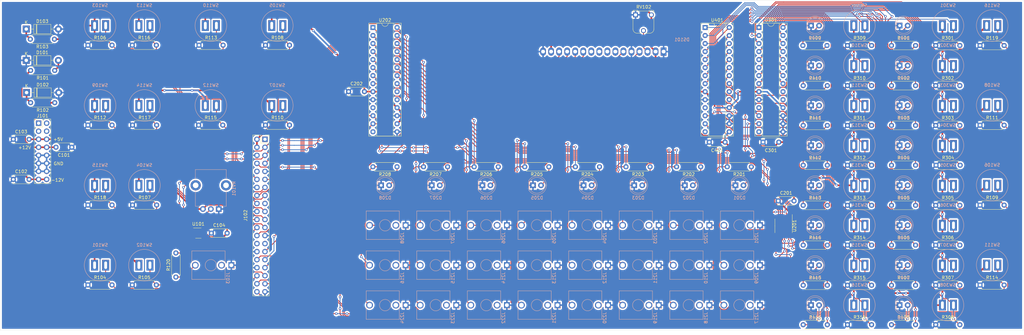
<source format=kicad_pcb>
(kicad_pcb (version 20211014) (generator pcbnew)
  (title_block (title "Controller") (date "2021-07-09") (rev "1.0"))
  (layers (0 "F.Cu" signal) (31 "B.Cu" signal) (34 "B.Paste" user) (35 "F.Paste" user) (36 "B.SilkS" user "B.Silkscreen") (37 "F.SilkS" user "F.Silkscreen") (38 "B.Mask" user) (39 "F.Mask" user) (44 "Edge.Cuts" user))
  (net 0 "")
  (net 1 "GND")
  (net 2 "+12V")
  (net 3 "-12V")
  (net 4 "+5V")
  (net 5 "Net-(D101-Pad2)")
  (net 6 "Net-(D102-Pad1)")
  (net 7 "Net-(D103-Pad1)")
  (net 8 "Net-(D201-Pad2)")
  (net 9 "Net-(D202-Pad2)")
  (net 10 "Net-(D203-Pad2)")
  (net 11 "Net-(D204-Pad2)")
  (net 12 "Net-(D205-Pad2)")
  (net 13 "Net-(D206-Pad2)")
  (net 14 "Net-(D207-Pad2)")
  (net 15 "Net-(D208-Pad2)")
  (net 16 "Net-(D401-Pad2)")
  (net 17 "Net-(D402-Pad2)")
  (net 18 "Net-(D403-Pad2)")
  (net 19 "Net-(D404-Pad2)")
  (net 20 "Net-(D405-Pad2)")
  (net 21 "Net-(D406-Pad2)")
  (net 22 "Net-(D407-Pad2)")
  (net 23 "Net-(D408-Pad2)")
  (net 24 "Net-(D409-Pad2)")
  (net 25 "Net-(D410-Pad2)")
  (net 26 "Net-(D411-Pad2)")
  (net 27 "Net-(D412-Pad2)")
  (net 28 "Net-(D413-Pad2)")
  (net 29 "Net-(D414-Pad2)")
  (net 30 "Net-(D415-Pad2)")
  (net 31 "Net-(D416-Pad2)")
  (net 32 "Net-(DS101-Pad6)")
  (net 36 "Net-(DS101-Pad11)")
  (net 37 "Net-(DS101-Pad12)")
  (net 38 "Net-(DS101-Pad13)")
  (net 39 "Net-(DS101-Pad14)")
  (net 45 "/Out/SDA")
  (net 46 "/Out/SCK")
  (net 47 "Net-(J102-Pad8)")
  (net 49 "Net-(J102-Pad11)")
  (net 50 "Net-(J102-Pad12)")
  (net 51 "Net-(J102-Pad13)")
  (net 52 "Net-(J102-Pad15)")
  (net 53 "Net-(J102-Pad16)")
  (net 55 "Net-(J102-Pad18)")
  (net 56 "Net-(J102-Pad19)")
  (net 57 "Net-(J102-Pad21)")
  (net 58 "Net-(J102-Pad22)")
  (net 59 "Net-(J102-Pad23)")
  (net 60 "Net-(J102-Pad24)")
  (net 61 "Net-(J102-Pad35)")
  (net 62 "Net-(J102-Pad36)")
  (net 63 "Net-(J102-Pad37)")
  (net 64 "Net-(J102-Pad38)")
  (net 65 "Net-(J102-Pad40)")
  (net 68 "Net-(J201-PadT)")
  (net 69 "Net-(J202-PadT)")
  (net 72 "Net-(J203-PadT)")
  (net 73 "Net-(J204-PadT)")
  (net 76 "Net-(J205-PadT)")
  (net 77 "Net-(J206-PadT)")
  (net 80 "Net-(J207-PadT)")
  (net 81 "Net-(J208-PadT)")
  (net 84 "Net-(J209-PadT)")
  (net 86 "Net-(J210-PadT)")
  (net 87 "Net-(J211-PadT)")
  (net 89 "Net-(J212-PadT)")
  (net 92 "Net-(J213-PadT)")
  (net 93 "Net-(J214-PadT)")
  (net 96 "Net-(J215-PadT)")
  (net 97 "Net-(J216-PadT)")
  (net 100 "Net-(J217-PadT)")
  (net 101 "Net-(J218-PadT)")
  (net 104 "Net-(J219-PadT)")
  (net 105 "Net-(J220-PadT)")
  (net 108 "Net-(J221-PadT)")
  (net 109 "Net-(J222-PadT)")
  (net 112 "Net-(J223-PadT)")
  (net 114 "Net-(J224-PadT)")
  (net 115 "Net-(R301-Pad2)")
  (net 116 "Net-(R302-Pad2)")
  (net 117 "Net-(R303-Pad2)")
  (net 118 "Net-(R304-Pad2)")
  (net 119 "Net-(R305-Pad2)")
  (net 120 "Net-(R306-Pad2)")
  (net 121 "Net-(R307-Pad2)")
  (net 122 "Net-(R308-Pad2)")
  (net 123 "Net-(R309-Pad2)")
  (net 124 "Net-(R310-Pad2)")
  (net 125 "Net-(R311-Pad2)")
  (net 126 "Net-(R312-Pad2)")
  (net 127 "Net-(R313-Pad2)")
  (net 128 "Net-(R314-Pad2)")
  (net 129 "Net-(R315-Pad2)")
  (net 130 "Net-(R316-Pad2)")
  (net 131 "Net-(R401-Pad2)")
  (net 132 "Net-(R402-Pad2)")
  (net 133 "Net-(R403-Pad2)")
  (net 134 "Net-(R404-Pad2)")
  (net 135 "Net-(R405-Pad2)")
  (net 136 "Net-(R406-Pad2)")
  (net 137 "Net-(R407-Pad2)")
  (net 138 "Net-(R408-Pad2)")
  (net 139 "Net-(R409-Pad2)")
  (net 140 "Net-(R410-Pad2)")
  (net 141 "Net-(R411-Pad2)")
  (net 142 "Net-(R412-Pad2)")
  (net 143 "Net-(R413-Pad2)")
  (net 144 "Net-(R414-Pad2)")
  (net 145 "Net-(R415-Pad2)")
  (net 146 "Net-(R416-Pad2)")
  (net 147 "Net-(RV101-Pad2)")
  (net 162 "Net-(DS101-Pad3)")
  (net 163 "Net-(DS101-Pad4)")
  (net 165 "Net-(J103-PadT)")
  (footprint "Capacitor_THT:C_Disc_D5.0mm_W2.5mm_P5.00mm" (layer "F.Cu") (at 18.1 79.1)
    (fp_text reference "C101")
    (fp_text value "1u")
  )
  (footprint "Capacitor_THT:C_Disc_D5.0mm_W2.5mm_P5.00mm" (layer "F.Cu") (at 4.6 89.3)
    (fp_text reference "C102")
    (fp_text value "1u")
  )
  (footprint "Capacitor_THT:C_Disc_D5.0mm_W2.5mm_P5.00mm" (layer "F.Cu") (at 9.6 76.6 180)
    (fp_text reference "C103")
    (fp_text value "1u")
  )
  (footprint "Capacitor_THT:C_Disc_D5.0mm_W2.5mm_P5.00mm" (layer "F.Cu") (at 67.2 106.3)
    (fp_text reference "C104")
    (fp_text value "0.1u")
  )
  (footprint "Capacitor_THT:C_Disc_D5.0mm_W2.5mm_P5.00mm" (layer "F.Cu") (at 246.4 96.1)
    (fp_text reference "C201")
    (fp_text value "0.1u")
  )
  (footprint "Capacitor_THT:C_Disc_D5.0mm_W2.5mm_P5.00mm" (layer "F.Cu") (at 110.6 61.5)
    (fp_text reference "C202")
    (fp_text value "0.1u")
  )
  (footprint "Capacitor_THT:C_Disc_D5.0mm_W2.5mm_P5.00mm" (layer "F.Cu") (at 241.6 77.5)
    (fp_text reference "C301")
    (fp_text value "0.1u")
  )
  (footprint "Capacitor_THT:C_Disc_D5.0mm_W2.5mm_P5.00mm" (layer "F.Cu") (at 224.6 77.5)
    (fp_text reference "C401")
    (fp_text value "0.1u")
  )
  (footprint "Diode_THT:D_DO-41_SOD81_P10.16mm_Horizontal" (layer "F.Cu") (at 8.7 51.6)
    (fp_text reference "D101")
    (fp_text value "1N5819")
  )
  (footprint "Diode_THT:D_DO-41_SOD81_P10.16mm_Horizontal" (layer "F.Cu") (at 8.8 61.8)
    (fp_text reference "D102")
    (fp_text value "1N5819")
  )
  (footprint "Diode_THT:D_DO-41_SOD81_P10.16mm_Horizontal" (layer "F.Cu") (at 8.7 41.7)
    (fp_text reference "D103")
    (fp_text value "1N5819")
  )
  (footprint "Connector_PinHeader_2.54mm:PinHeader_2x08_P2.54mm_Vertical" (layer "F.Cu") (at 12.6 71.5)
    (fp_text reference "J101")
    (fp_text value "Conn_02x08_Odd_Even")
  )
  (footprint "Module:Raspberry_Pi_Zero_Socketed_THT_FaceDown" (layer "F.Cu") (at 84.2 76.6)
    (fp_text reference "J102")
    (fp_text value "Raspberry_Pi_2_3")
  )
  (footprint "Resistor_THT:R_Axial_DIN0207_L6.3mm_D2.5mm_P7.62mm_Horizontal" (layer "F.Cu") (at 17.7 54.8 180)
    (fp_text reference "R101")
    (fp_text value "10")
  )
  (footprint "Resistor_THT:R_Axial_DIN0207_L6.3mm_D2.5mm_P7.62mm_Horizontal" (layer "F.Cu") (at 17.7 65 180)
    (fp_text reference "R102")
    (fp_text value "10")
  )
  (footprint "Resistor_THT:R_Axial_DIN0207_L6.3mm_D2.5mm_P7.62mm_Horizontal" (layer "F.Cu") (at 17.6 44.9 180)
    (fp_text reference "R103")
    (fp_text value "10")
  )
  (footprint "Resistor_THT:R_Axial_DIN0207_L6.3mm_D2.5mm_P7.62mm_Horizontal" (layer "F.Cu") (at 28.2 122.7)
    (fp_text reference "R104")
    (fp_text value "1k")
  )
  (footprint "Resistor_THT:R_Axial_DIN0207_L6.3mm_D2.5mm_P7.62mm_Horizontal" (layer "F.Cu") (at 42.2 122.7)
    (fp_text reference "R105")
    (fp_text value "1k")
  )
  (footprint "Resistor_THT:R_Axial_DIN0207_L6.3mm_D2.5mm_P7.62mm_Horizontal" (layer "F.Cu") (at 28.2 46.8)
    (fp_text reference "R106")
    (fp_text value "1k")
  )
  (footprint "Resistor_THT:R_Axial_DIN0207_L6.3mm_D2.5mm_P7.62mm_Horizontal" (layer "F.Cu") (at 42.3 97.4)
    (fp_text reference "R107")
    (fp_text value "1k")
  )
  (footprint "Resistor_THT:R_Axial_DIN0207_L6.3mm_D2.5mm_P7.62mm_Horizontal" (layer "F.Cu") (at 84.3 46.8)
    (fp_text reference "R108")
    (fp_text value "1k")
  )
  (footprint "Resistor_THT:R_Axial_DIN0207_L6.3mm_D2.5mm_P7.62mm_Horizontal" (layer "F.Cu") (at 310.2 97.428571)
    (fp_text reference "R109")
    (fp_text value "1k")
  )
  (footprint "Resistor_THT:R_Axial_DIN0207_L6.3mm_D2.5mm_P7.62mm_Horizontal" (layer "F.Cu") (at 84.3 72.1)
    (fp_text reference "R110")
    (fp_text value "1k")
  )
  (footprint "Resistor_THT:R_Axial_DIN0207_L6.3mm_D2.5mm_P7.62mm_Horizontal" (layer "F.Cu") (at 310.2 72.128571)
    (fp_text reference "R111")
    (fp_text value "1k")
  )
  (footprint "Resistor_THT:R_Axial_DIN0207_L6.3mm_D2.5mm_P7.62mm_Horizontal" (layer "F.Cu") (at 28.2 72.1)
    (fp_text reference "R112")
    (fp_text value "1k")
  )
  (footprint "Resistor_THT:R_Axial_DIN0207_L6.3mm_D2.5mm_P7.62mm_Horizontal" (layer "F.Cu") (at 63.3 46.8)
    (fp_text reference "R113")
    (fp_text value "1k")
  )
  (footprint "Resistor_THT:R_Axial_DIN0207_L6.3mm_D2.5mm_P7.62mm_Horizontal" (layer "F.Cu") (at 310.2 122.728571)
    (fp_text reference "R114")
    (fp_text value "1k")
  )
  (footprint "Resistor_THT:R_Axial_DIN0207_L6.3mm_D2.5mm_P7.62mm_Horizontal" (layer "F.Cu") (at 63.2 72.1)
    (fp_text reference "R115")
    (fp_text value "1k")
  )
  (footprint "Resistor_THT:R_Axial_DIN0207_L6.3mm_D2.5mm_P7.62mm_Horizontal" (layer "F.Cu") (at 42.2 46.8)
    (fp_text reference "R116")
    (fp_text value "1k")
  )
  (footprint "Resistor_THT:R_Axial_DIN0207_L6.3mm_D2.5mm_P7.62mm_Horizontal" (layer "F.Cu") (at 42.3 72.1)
    (fp_text reference "R117")
    (fp_text value "1k")
  )
  (footprint "Resistor_THT:R_Axial_DIN0207_L6.3mm_D2.5mm_P7.62mm_Horizontal" (layer "F.Cu") (at 28.2 97.4)
    (fp_text reference "R118")
    (fp_text value "1k")
  )
  (footprint "Resistor_THT:R_Axial_DIN0207_L6.3mm_D2.5mm_P7.62mm_Horizontal" (layer "F.Cu") (at 237.9 85.3 180)
    (fp_text reference "R201")
    (fp_text value "1k")
  )
  (footprint "Resistor_THT:R_Axial_DIN0207_L6.3mm_D2.5mm_P7.62mm_Horizontal" (layer "F.Cu") (at 221.9 85.3 180)
    (fp_text reference "R202")
    (fp_text value "1k")
  )
  (footprint "Resistor_THT:R_Axial_DIN0207_L6.3mm_D2.5mm_P7.62mm_Horizontal" (layer "F.Cu") (at 205.9 85.3 180)
    (fp_text reference "R203")
    (fp_text value "1k")
  )
  (footprint "Resistor_THT:R_Axial_DIN0207_L6.3mm_D2.5mm_P7.62mm_Horizontal" (layer "F.Cu") (at 189.9 85.3 180)
    (fp_text reference "R204")
    (fp_text value "1k")
  )
  (footprint "Resistor_THT:R_Axial_DIN0207_L6.3mm_D2.5mm_P7.62mm_Horizontal" (layer "F.Cu") (at 173.9 85.3 180)
    (fp_text reference "R205")
    (fp_text value "1k")
  )
  (footprint "Resistor_THT:R_Axial_DIN0207_L6.3mm_D2.5mm_P7.62mm_Horizontal" (layer "F.Cu") (at 157.9 85.3 180)
    (fp_text reference "R206")
    (fp_text value "1k")
  )
  (footprint "Resistor_THT:R_Axial_DIN0207_L6.3mm_D2.5mm_P7.62mm_Horizontal" (layer "F.Cu") (at 141.9 85.3 180)
    (fp_text reference "R207")
    (fp_text value "1k")
  )
  (footprint "Resistor_THT:R_Axial_DIN0207_L6.3mm_D2.5mm_P7.62mm_Horizontal" (layer "F.Cu") (at 125.9 85.3 180)
    (fp_text reference "R208")
    (fp_text value "1k")
  )
  (footprint "Resistor_THT:R_Axial_DIN0207_L6.3mm_D2.5mm_P7.62mm_Horizontal" (layer "F.Cu") (at 296.2 46.9)
    (fp_text reference "R301")
    (fp_text value "1k")
  )
  (footprint "Resistor_THT:R_Axial_DIN0207_L6.3mm_D2.5mm_P7.62mm_Horizontal" (layer "F.Cu") (at 296.2 59.6)
    (fp_text reference "R302")
    (fp_text value "1k")
  )
  (footprint "Resistor_THT:R_Axial_DIN0207_L6.3mm_D2.5mm_P7.62mm_Horizontal" (layer "F.Cu") (at 296.2 72.2)
    (fp_text reference "R303")
    (fp_text value "1k")
  )
  (footprint "Resistor_THT:R_Axial_DIN0207_L6.3mm_D2.5mm_P7.62mm_Horizontal" (layer "F.Cu") (at 296.3 84.8)
    (fp_text reference "R304")
    (fp_text value "1k")
  )
  (footprint "Resistor_THT:R_Axial_DIN0207_L6.3mm_D2.5mm_P7.62mm_Horizontal" (layer "F.Cu") (at 296.2 97.5)
    (fp_text reference "R305")
    (fp_text value "1k")
  )
  (footprint "Resistor_THT:R_Axial_DIN0207_L6.3mm_D2.5mm_P7.62mm_Horizontal" (layer "F.Cu") (at 296.2 110.1)
    (fp_text reference "R306")
    (fp_text value "1k")
  )
  (footprint "Resistor_THT:R_Axial_DIN0207_L6.3mm_D2.5mm_P7.62mm_Horizontal" (layer "F.Cu") (at 296.2 122.8)
    (fp_text reference "R307")
    (fp_text value "1k")
  )
  (footprint "Resistor_THT:R_Axial_DIN0207_L6.3mm_D2.5mm_P7.62mm_Horizontal" (layer "F.Cu") (at 296.2 135.3)
    (fp_text reference "R308")
    (fp_text value "1k")
  )
  (footprint "Resistor_THT:R_Axial_DIN0207_L6.3mm_D2.5mm_P7.62mm_Horizontal" (layer "F.Cu") (at 268.3 46.9)
    (fp_text reference "R309")
    (fp_text value "1k")
  )
  (footprint "Resistor_THT:R_Axial_DIN0207_L6.3mm_D2.5mm_P7.62mm_Horizontal" (layer "F.Cu") (at 268.3 59.6)
    (fp_text reference "R310")
    (fp_text value "1k")
  )
  (footprint "Resistor_THT:R_Axial_DIN0207_L6.3mm_D2.5mm_P7.62mm_Horizontal" (layer "F.Cu") (at 268.3 72.2)
    (fp_text reference "R311")
    (fp_text value "1k")
  )
  (footprint "Resistor_THT:R_Axial_DIN0207_L6.3mm_D2.5mm_P7.62mm_Horizontal" (layer "F.Cu") (at 268.3 84.8)
    (fp_text reference "R312")
    (fp_text value "1k")
  )
  (footprint "Resistor_THT:R_Axial_DIN0207_L6.3mm_D2.5mm_P7.62mm_Horizontal" (layer "F.Cu") (at 268.3 97.5)
    (fp_text reference "R313")
    (fp_text value "1k")
  )
  (footprint "Resistor_THT:R_Axial_DIN0207_L6.3mm_D2.5mm_P7.62mm_Horizontal" (layer "F.Cu") (at 268.3 110.1)
    (fp_text reference "R314")
    (fp_text value "1k")
  )
  (footprint "Resistor_THT:R_Axial_DIN0207_L6.3mm_D2.5mm_P7.62mm_Horizontal" (layer "F.Cu") (at 268.3 122.8)
    (fp_text reference "R315")
    (fp_text value "1k")
  )
  (footprint "Resistor_THT:R_Axial_DIN0207_L6.3mm_D2.5mm_P7.62mm_Horizontal" (layer "F.Cu") (at 268.3 135.3)
    (fp_text reference "R316")
    (fp_text value "1k")
  )
  (footprint "Resistor_THT:R_Axial_DIN0207_L6.3mm_D2.5mm_P7.62mm_Horizontal" (layer "F.Cu") (at 282.2 46.9)
    (fp_text reference "R401")
    (fp_text value "1k")
  )
  (footprint "Resistor_THT:R_Axial_DIN0207_L6.3mm_D2.5mm_P7.62mm_Horizontal" (layer "F.Cu") (at 282.2 59.6)
    (fp_text reference "R402")
    (fp_text value "1k")
  )
  (footprint "Resistor_THT:R_Axial_DIN0207_L6.3mm_D2.5mm_P7.62mm_Horizontal" (layer "F.Cu") (at 282.2 72.2)
    (fp_text reference "R403")
    (fp_text value "1k")
  )
  (footprint "Resistor_THT:R_Axial_DIN0207_L6.3mm_D2.5mm_P7.62mm_Horizontal" (layer "F.Cu") (at 282.2 84.8)
    (fp_text reference "R404")
    (fp_text value "1k")
  )
  (footprint "Resistor_THT:R_Axial_DIN0207_L6.3mm_D2.5mm_P7.62mm_Horizontal" (layer "F.Cu") (at 282.2 97.5)
    (fp_text reference "R405")
    (fp_text value "1k")
  )
  (footprint "Resistor_THT:R_Axial_DIN0207_L6.3mm_D2.5mm_P7.62mm_Horizontal" (layer "F.Cu") (at 282.2 110.1)
    (fp_text reference "R406")
    (fp_text value "1k")
  )
  (footprint "Resistor_THT:R_Axial_DIN0207_L6.3mm_D2.5mm_P7.62mm_Horizontal" (layer "F.Cu") (at 282.2 122.8)
    (fp_text reference "R407")
    (fp_text value "1k")
  )
  (footprint "Resistor_THT:R_Axial_DIN0207_L6.3mm_D2.5mm_P7.62mm_Horizontal" (layer "F.Cu") (at 282.2 135.3)
    (fp_text reference "R408")
    (fp_text value "1k")
  )
  (footprint "Resistor_THT:R_Axial_DIN0207_L6.3mm_D2.5mm_P7.62mm_Horizontal" (layer "F.Cu") (at 254.2 46.9)
    (fp_text reference "R409")
    (fp_text value "1k")
  )
  (footprint "Resistor_THT:R_Axial_DIN0207_L6.3mm_D2.5mm_P7.62mm_Horizontal" (layer "F.Cu") (at 254.3 59.6)
    (fp_text reference "R410")
    (fp_text value "1k")
  )
  (footprint "Resistor_THT:R_Axial_DIN0207_L6.3mm_D2.5mm_P7.62mm_Horizontal" (layer "F.Cu") (at 254.3 72.2)
    (fp_text reference "R411")
    (fp_text value "1k")
  )
  (footprint "Resistor_THT:R_Axial_DIN0207_L6.3mm_D2.5mm_P7.62mm_Horizontal" (layer "F.Cu") (at 254.3 84.8)
    (fp_text reference "R412")
    (fp_text value "1k")
  )
  (footprint "Resistor_THT:R_Axial_DIN0207_L6.3mm_D2.5mm_P7.62mm_Horizontal" (layer "F.Cu") (at 254.3 97.5)
    (fp_text reference "R413")
    (fp_text value "1k")
  )
  (footprint "Resistor_THT:R_Axial_DIN0207_L6.3mm_D2.5mm_P7.62mm_Horizontal" (layer "F.Cu") (at 254.3 110.1)
    (fp_text reference "R414")
    (fp_text value "1k")
  )
  (footprint "Resistor_THT:R_Axial_DIN0207_L6.3mm_D2.5mm_P7.62mm_Horizontal" (layer "F.Cu") (at 254.3 122.8)
    (fp_text reference "R415")
    (fp_text value "1k")
  )
  (footprint "Resistor_THT:R_Axial_DIN0207_L6.3mm_D2.5mm_P7.62mm_Horizontal" (layer "F.Cu") (at 254.3 135.3)
    (fp_text reference "R416")
    (fp_text value "1k")
  )
  (footprint "Custom:Potentiometer_Runtron_RM-065_Vertical_Improved" (layer "F.Cu") (at 201.3 37.2)
    (fp_text reference "RV102")
    (fp_text value "10k")
  )
  (footprint "Package_TO_SOT_SMD:SOT-23-6" (layer "F.Cu") (at 63.1 106.3)
    (fp_text reference "U101")
    (fp_text value "MCP3425A2T-ECH")
  )
  (footprint "Package_SO:TSSOP-16_4.4x5mm_P0.65mm" (layer "F.Cu") (at 248.1 104 -90)
    (fp_text reference "U201")
    (fp_text value "DAC7578xPW")
  )
  (footprint "Package_DIP:DIP-28_W7.62mm_Socket" (layer "F.Cu") (at 118.3 41.2)
    (fp_text reference "U202")
    (fp_text value "MCP23017_SP")
  )
  (footprint "Package_DIP:DIP-28_W7.62mm_Socket" (layer "F.Cu") (at 240.3 41.2)
    (fp_text reference "U301")
    (fp_text value "MCP23017_SP")
  )
  (footprint "Package_DIP:DIP-28_W7.62mm_Socket" (layer "F.Cu") (at 223.3 41.2)
    (fp_text reference "U401")
    (fp_text value "MCP23017_SP")
  )
  (footprint "Resistor_THT:R_Axial_DIN0207_L6.3mm_D2.5mm_P7.62mm_Horizontal" (layer "F.Cu") (at 310.2 46.9)
    (fp_text reference "R119")
    (fp_text value "1k")
  )
  (footprint "Resistor_THT:R_Axial_DIN0207_L6.3mm_D2.5mm_P7.62mm_Horizontal" (layer "F.Cu") (at 56 120.2 90)
    (fp_text reference "R120")
    (fp_text value "1k")
  )
  (footprint "LED_THT:LED_D5.0mm" (layer "B.Cu") (at 232.88 91.171428)
    (fp_text reference "D201")
    (fp_text value "LED")
  )
  (footprint "LED_THT:LED_D5.0mm" (layer "B.Cu") (at 216.88 91.171428)
    (fp_text reference "D202")
    (fp_text value "LED")
  )
  (footprint "LED_THT:LED_D5.0mm" (layer "B.Cu") (at 200.88 91.171428)
    (fp_text reference "D203")
    (fp_text value "LED")
  )
  (footprint "LED_THT:LED_D5.0mm" (layer "B.Cu") (at 184.88 91.171428)
    (fp_text reference "D204")
    (fp_text value "LED")
  )
  (footprint "LED_THT:LED_D5.0mm" (layer "B.Cu") (at 168.88 91.171428)
    (fp_text reference "D205")
    (fp_text value "LED")
  )
  (footprint "LED_THT:LED_D5.0mm" (layer "B.Cu") (at 152.88 91.171428)
    (fp_text reference "D206")
    (fp_text value "LED")
  )
  (footprint "LED_THT:LED_D5.0mm" (layer "B.Cu") (at 136.88 91.171428)
    (fp_text reference "D207")
    (fp_text value "LED")
  )
  (footprint "LED_THT:LED_D5.0mm" (layer "B.Cu") (at 120.88 91.171428)
    (fp_text reference "D208")
    (fp_text value "LED")
  )
  (footprint "LED_THT:LED_D5.0mm" (layer "B.Cu") (at 284.78 40.6)
    (fp_text reference "D401")
    (fp_text value "LED")
  )
  (footprint "LED_THT:LED_D5.0mm" (layer "B.Cu") (at 284.78 53.242857)
    (fp_text reference "D402")
    (fp_text value "LED")
  )
  (footprint "LED_THT:LED_D5.0mm" (layer "B.Cu") (at 284.78 65.885714)
    (fp_text reference "D403")
    (fp_text value "LED")
  )
  (footprint "LED_THT:LED_D5.0mm" (layer "B.Cu") (at 284.78 78.528571)
    (fp_text reference "D404")
    (fp_text value "LED")
  )
  (footprint "LED_THT:LED_D5.0mm" (layer "B.Cu") (at 284.78 91.171428)
    (fp_text reference "D405")
    (fp_text value "LED")
  )
  (footprint "LED_THT:LED_D5.0mm" (layer "B.Cu") (at 284.78 103.814285)
    (fp_text reference "D406")
    (fp_text value "LED")
  )
  (footprint "LED_THT:LED_D5.0mm" (layer "B.Cu") (at 284.78 116.457142)
    (fp_text reference "D407")
    (fp_text value "LED")
  )
  (footprint "LED_THT:LED_D5.0mm" (layer "B.Cu") (at 284.78 129.1)
    (fp_text reference "D408")
    (fp_text value "LED")
  )
  (footprint "LED_THT:LED_D5.0mm" (layer "B.Cu") (at 256.78 40.6)
    (fp_text reference "D409")
    (fp_text value "LED")
  )
  (footprint "LED_THT:LED_D5.0mm" (layer "B.Cu") (at 256.78 53.242857)
    (fp_text reference "D410")
    (fp_text value "LED")
  )
  (footprint "LED_THT:LED_D5.0mm" (layer "B.Cu") (at 256.78 65.885714)
    (fp_text reference "D411")
    (fp_text value "LED")
  )
  (footprint "LED_THT:LED_D5.0mm" (layer "B.Cu") (at 256.78 78.528571)
    (fp_text reference "D412")
    (fp_text value "LED")
  )
  (footprint "LED_THT:LED_D5.0mm" (layer "B.Cu") (at 256.78 91.171428)
    (fp_text reference "D413")
    (fp_text value "LED")
  )
  (footprint "LED_THT:LED_D5.0mm" (layer "B.Cu") (at 256.78 103.814285)
    (fp_text reference "D414")
    (fp_text value "LED")
  )
  (footprint "LED_THT:LED_D5.0mm" (layer "B.Cu") (at 256.78 116.457142)
    (fp_text reference "D415")
    (fp_text value "LED")
  )
  (footprint "LED_THT:LED_D5.0mm" (layer "B.Cu") (at 256.78 129.1)
    (fp_text reference "D416")
    (fp_text value "LED")
  )
  (footprint "Connector_Audio:Jack_3.5mm_QingPu_WQP-PJ398SM_Vertical_CircularHoles" (layer "B.Cu") (at 73.53 116.457142 90)
    (fp_text reference "J103")
    (fp_text value "AudioJack2_SwitchT")
  )
  (footprint "Connector_Audio:Jack_3.5mm_QingPu_WQP-PJ398SM_Vertical_CircularHoles" (layer "B.Cu") (at 240.63 103.814285 90)
    (fp_text reference "J201")
    (fp_text value "AudioJack2_SwitchT")
  )
  (footprint "Connector_Audio:Jack_3.5mm_QingPu_WQP-PJ398SM_Vertical_CircularHoles" (layer "B.Cu") (at 224.63 103.814285 90)
    (fp_text reference "J202")
    (fp_text value "AudioJack2_SwitchT")
  )
  (footprint "Connector_Audio:Jack_3.5mm_QingPu_WQP-PJ398SM_Vertical_CircularHoles" (layer "B.Cu") (at 208.63 103.814285 90)
    (fp_text reference "J203")
    (fp_text value "AudioJack2_SwitchT")
  )
  (footprint "Connector_Audio:Jack_3.5mm_QingPu_WQP-PJ398SM_Vertical_CircularHoles" (layer "B.Cu") (at 192.63 103.814285 90)
    (fp_text reference "J204")
    (fp_text value "AudioJack2_SwitchT")
  )
  (footprint "Connector_Audio:Jack_3.5mm_QingPu_WQP-PJ398SM_Vertical_CircularHoles" (layer "B.Cu") (at 176.63 103.814285 90)
    (fp_text reference "J205")
    (fp_text value "AudioJack2_SwitchT")
  )
  (footprint "Connector_Audio:Jack_3.5mm_QingPu_WQP-PJ398SM_Vertical_CircularHoles" (layer "B.Cu") (at 160.63 103.814285 90)
    (fp_text reference "J206")
    (fp_text value "AudioJack2_SwitchT")
  )
  (footprint "Connector_Audio:Jack_3.5mm_QingPu_WQP-PJ398SM_Vertical_CircularHoles" (layer "B.Cu") (at 144.63 103.814285 90)
    (fp_text reference "J207")
    (fp_text value "AudioJack2_SwitchT")
  )
  (footprint "Connector_Audio:Jack_3.5mm_QingPu_WQP-PJ398SM_Vertical_CircularHoles" (layer "B.Cu") (at 128.63 103.814285 90)
    (fp_text reference "J208")
    (fp_text value "AudioJack2_SwitchT")
  )
  (footprint "Connector_Audio:Jack_3.5mm_QingPu_WQP-PJ398SM_Vertical_CircularHoles" (layer "B.Cu") (at 240.63 116.457142 90)
    (fp_text reference "J209")
    (fp_text value "AudioJack2_SwitchT")
  )
  (footprint "Connector_Audio:Jack_3.5mm_QingPu_WQP-PJ398SM_Vertical_CircularHoles" (layer "B.Cu") (at 224.63 116.457142 90)
    (fp_text reference "J210")
    (fp_text value "AudioJack2_SwitchT")
  )
  (footprint "Connector_Audio:Jack_3.5mm_QingPu_WQP-PJ398SM_Vertical_CircularHoles" (layer "B.Cu") (at 208.63 116.457142 90)
    (fp_text reference "J211")
    (fp_text value "AudioJack2_SwitchT")
  )
  (footprint "Connector_Audio:Jack_3.5mm_QingPu_WQP-PJ398SM_Vertical_CircularHoles" (layer "B.Cu") (at 192.63 116.457142 90)
    (fp_text reference "J212")
    (fp_text value "AudioJack2_SwitchT")
  )
  (footprint "Connector_Audio:Jack_3.5mm_QingPu_WQP-PJ398SM_Vertical_CircularHoles" (layer "B.Cu") (at 176.63 116.457142 90)
    (fp_text reference "J213")
    (fp_text value "AudioJack2_SwitchT")
  )
  (footprint "Connector_Audio:Jack_3.5mm_QingPu_WQP-PJ398SM_Vertical_CircularHoles" (layer "B.Cu") (at 160.63 116.457142 90)
    (fp_text reference "J214")
    (fp_text value "AudioJack2_SwitchT")
  )
  (footprint "Connector_Audio:Jack_3.5mm_QingPu_WQP-PJ398SM_Vertical_CircularHoles" (layer "B.Cu") (at 144.63 116.457142 90)
    (fp_text reference "J215")
    (fp_text value "AudioJack2_SwitchT")
  )
  (footprint "Connector_Audio:Jack_3.5mm_QingPu_WQP-PJ398SM_Vertical_CircularHoles" (layer "B.Cu") (at 128.63 116.457142 90)
    (fp_text reference "J216")
    (fp_text value "AudioJack2_SwitchT")
  )
  (footprint "Connector_Audio:Jack_3.5mm_QingPu_WQP-PJ398SM_Vertical_CircularHoles" (layer "B.Cu") (at 240.63 129.099999 90)
    (fp_text reference "J217")
    (fp_text value "AudioJack2_SwitchT")
  )
  (footprint "Connector_Audio:Jack_3.5mm_QingPu_WQP-PJ398SM_Vertical_CircularHoles" (layer "B.Cu") (at 224.63 129.099999 90)
    (fp_text reference "J218")
    (fp_text value "AudioJack2_SwitchT")
  )
  (footprint "Connector_Audio:Jack_3.5mm_QingPu_WQP-PJ398SM_Vertical_CircularHoles" (layer "B.Cu") (at 208.63 129.099999 90)
    (fp_text reference "J219")
    (fp_text value "AudioJack2_SwitchT")
  )
  (footprint "Connector_Audio:Jack_3.5mm_QingPu_WQP-PJ398SM_Vertical_CircularHoles" (layer "B.Cu") (at 192.63 129.099999 90)
    (fp_text reference "J220")
    (fp_text value "AudioJack2_SwitchT")
  )
  (footprint "Connector_Audio:Jack_3.5mm_QingPu_WQP-PJ398SM_Vertical_CircularHoles" (layer "B.Cu") (at 176.63 129.099999 90)
    (fp_text reference "J221")
    (fp_text value "AudioJack2_SwitchT")
  )
  (footprint "Connector_Audio:Jack_3.5mm_QingPu_WQP-PJ398SM_Vertical_CircularHoles" (layer "B.Cu") (at 160.63 129.099999 90)
    (fp_text reference "J222")
    (fp_text value "AudioJack2_SwitchT")
  )
  (footprint "Connector_Audio:Jack_3.5mm_QingPu_WQP-PJ398SM_Vertical_CircularHoles" (layer "B.Cu") (at 144.63 129.099999 90)
    (fp_text reference "J223")
    (fp_text value "AudioJack2_SwitchT")
  )
  (footprint "Connector_Audio:Jack_3.5mm_QingPu_WQP-PJ398SM_Vertical_CircularHoles" (layer "B.Cu") (at 128.63 129.099999 90)
    (fp_text reference "J224")
    (fp_text value "AudioJack2_SwitchT")
  )
  (footprint "Switch:PBS-105" (layer "B.Cu") (at 32.05 116.457142)
    (fp_text reference "SW101")
    (fp_text value "SW_SPST")
  )
  (footprint "Switch:PBS-105" (layer "B.Cu") (at 46.05 116.457142)
    (fp_text reference "SW102")
    (fp_text value "SW_SPST")
  )
  (footprint "Switch:PBS-105" (layer "B.Cu") (at 32.05 40.6)
    (fp_text reference "SW103")
    (fp_text value "SW_SPST")
  )
  (footprint "Switch:PBS-105" (layer "B.Cu") (at 46.05 91.171428)
    (fp_text reference "SW104")
    (fp_text value "SW_SPST")
  )
  (footprint "Switch:PBS-105" (layer "B.Cu") (at 88.05 40.6)
    (fp_text reference "SW105")
    (fp_text value "SW_SPST")
  )
  (footprint "Switch:PBS-105" (layer "B.Cu") (at 314.05 91.114285)
    (fp_text reference "SW106")
    (fp_text value "SW_SPST")
  )
  (footprint "Switch:PBS-105" (layer "B.Cu") (at 88.05 65.885714)
    (fp_text reference "SW107")
    (fp_text value "SW_SPST")
  )
  (footprint "Switch:PBS-105" (layer "B.Cu") (at 314.05 65.828571)
    (fp_text reference "SW108")
    (fp_text value "SW_SPST")
  )
  (footprint "Switch:PBS-105" (layer "B.Cu") (at 32.05 65.885714)
    (fp_text reference "SW109")
    (fp_text value "SW_SPST")
  )
  (footprint "Switch:PBS-105" (layer "B.Cu") (at 67.05 40.6)
    (fp_text reference "SW110")
    (fp_text value "SW_SPST")
  )
  (footprint "Switch:PBS-105" (layer "B.Cu") (at 314.05 116.399999)
    (fp_text reference "SW111")
    (fp_text value "SW_SPST")
  )
  (footprint "Switch:PBS-105" (layer "B.Cu") (at 67.05 65.885714)
    (fp_text reference "SW112")
    (fp_text value "SW_SPST")
  )
  (footprint "Switch:PBS-105" (layer "B.Cu") (at 46.05 40.6)
    (fp_text reference "SW113")
    (fp_text value "SW_SPST")
  )
  (footprint "Switch:PBS-105" (layer "B.Cu") (at 46.05 65.885714)
    (fp_text reference "SW114")
    (fp_text value "SW_SPST")
  )
  (footprint "Switch:PBS-105" (layer "B.Cu") (at 32.05 91.171428)
    (fp_text reference "SW115")
    (fp_text value "SW_SPST")
  )
  (footprint "Switch:PBS-105" (layer "B.Cu") (at 300.05 40.6)
    (fp_text reference "SW301")
    (fp_text value "SW_SPST")
  )
  (footprint "Switch:PBS-105" (layer "B.Cu") (at 300.05 53.242856)
    (fp_text reference "SW302")
    (fp_text value "SW_SPST")
  )
  (footprint "Switch:PBS-105" (layer "B.Cu") (at 300.05 65.885714)
    (fp_text reference "SW303")
    (fp_text value "SW_SPST")
  )
  (footprint "Switch:PBS-105" (layer "B.Cu") (at 300.05 78.528571)
    (fp_text reference "SW304")
    (fp_text value "SW_SPST")
  )
  (footprint "Switch:PBS-105" (layer "B.Cu") (at 300.05 91.171428)
    (fp_text reference "SW305")
    (fp_text value "SW_SPST")
  )
  (footprint "Switch:PBS-105" (layer "B.Cu") (at 300.05 103.814285)
    (fp_text reference "SW306")
    (fp_text value "SW_SPST")
  )
  (footprint "Switch:PBS-105" (layer "B.Cu") (at 300.05 116.457142)
    (fp_text reference "SW307")
    (fp_text value "SW_SPST")
  )
  (footprint "Switch:PBS-105" (layer "B.Cu") (at 300.05 129.1)
    (fp_text reference "SW308")
    (fp_text value "SW_SPST")
  )
  (footprint "Switch:PBS-105" (layer "B.Cu") (at 272.05 40.6)
    (fp_text reference "SW309")
    (fp_text value "SW_SPST")
  )
  (footprint "Switch:PBS-105" (layer "B.Cu") (at 272.05 53.242857)
    (fp_text reference "SW310")
    (fp_text value "SW_SPST")
  )
  (footprint "Switch:PBS-105" (layer "B.Cu") (at 272.05 65.885714)
    (fp_text reference "SW311")
    (fp_text value "SW_SPST")
  )
  (footprint "Switch:PBS-105" (layer "B.Cu") (at 272.05 78.528571)
    (fp_text reference "SW312")
    (fp_text value "SW_SPST")
  )
  (footprint "Switch:PBS-105" (layer "B.Cu") (at 272.05 91.171428)
    (fp_text reference "SW313")
    (fp_text value "SW_SPST")
  )
  (footprint "Switch:PBS-105" (layer "B.Cu") (at 272.05 103.814285)
    (fp_text reference "SW314")
    (fp_text value "SW_SPST")
  )
  (footprint "Switch:PBS-105" (layer "B.Cu") (at 272.05 116.457142)
    (fp_text reference "SW315")
    (fp_text value "SW_SPST")
  )
  (footprint "Switch:PBS-105" (layer "B.Cu") (at 272.05 129.1)
    (fp_text reference "SW316")
    (fp_text value "SW_SPST")
  )
  (footprint "Potentiometer_THT:Potentiometer_Alpha_RD901F-40-00D_Single_Vertical_CircularHoles" (layer "B.Cu") (at 69.55 98.671428 90)
    (fp_text reference "RV101")
    (fp_text value "50k")
  )
  (footprint "Display:WC1602A_Outline" (layer "B.Cu") (at 210.1509 48.85 180)
    (fp_text reference "DS101")
    (fp_text value "WC1602A")
  )
  (footprint "Switch:PBS-105" (layer "B.Cu") (at 314.05 40.6)
    (fp_text reference "SW116")
    (fp_text value "SW_SPST")
  )
  (gr_line (start 0.5 32.6) (end 0.5 137.1) (layer "Edge.Cuts") (width 0.05))
  (gr_line (start 324 32.6) (end 0.5 32.6) (layer "Edge.Cuts") (width 0.05))
  (gr_line (start 324 137.1) (end 0.5 137.1) (layer "Edge.Cuts") (width 0.05))
  (gr_line (start 324 32.6) (end 324 137.1) (layer "Edge.Cuts") (width 0.05))
  (gr_text "+5V" (at 18.8 76.6) (layer "F.SilkS") (effects (font (size 1 1))))
  (gr_text "-12V" (at 18.6 89.5) (layer "F.SilkS") (effects (font (size 1 1))))
  (gr_text "GND" (at 18.9 84.3) (layer "F.SilkS") (effects (font (size 1 1))))
  (gr_text "+12V" (at 8.2 79.2) (layer "F.SilkS") (effects (font (size 1 1))))
  (segment (start 66.25 105.35) (end 64.2 105.35) (width 0.5) (layer "F.Cu") (net 1))
  (segment (start 249.72501 99.42501) (end 249.72501 101.1375) (width 0.5) (layer "F.Cu") (net 1))
  (segment (start 63.484998 105.35) (end 64.2 105.35) (width 0.5) (layer "F.Cu") (net 1))
  (segment (start 249.725 101.1375) (end 249.725 105.275) (width 0.5) (layer "F.Cu") (net 1))
  (segment (start 62 106.3) (end 63.03 106.3) (width 0.5) (layer "F.Cu") (net 1))
  (segment (start 63.219999 106.110001) (end 63.219999 105.614999) (width 0.5) (layer "F.Cu") (net 1))
  (segment (start 249.725 101.1375) (end 250.375 101.1375) (width 0.5) (layer "F.Cu") (net 1))
  (segment (start 249.075 105.925) (end 249.075 106.8625) (width 0.5) (layer "F.Cu") (net 1))
  (segment (start 67.2 106.3) (end 66.25 105.35) (width 0.5) (layer "F.Cu") (net 1))
  (segment (start 63.219999 105.614999) (end 63.484998 105.35) (width 0.5) (layer "F.Cu") (net 1))
  (segment (start 63.03 106.3) (end 63.219999 106.110001) (width 0.5) (layer "F.Cu") (net 1))
  (segment (start 246.4 96.1) (end 249.72501 99.42501) (width 0.5) (layer "F.Cu") (net 1))
  (segment (start 249.725 105.275) (end 249.075 105.925) (width 0.5) (layer "F.Cu") (net 1))
  (segment (start 12.6 79.12) (end 15.14 79.12) (width 0.5) (layer "F.Cu") (net 2))
  (segment (start 18.08 79.12) (end 18.1 79.1) (width 0.5) (layer "F.Cu") (net 2))
  (segment (start 8.349999 73.218631) (end 16.56863 65) (width 0.5) (layer "F.Cu") (net 2))
  (segment (start 10.269998 79.12) (end 8.349999 77.200001) (width 0.5) (layer "F.Cu") (net 2))
  (segment (start 12.6 79.12) (end 10.269998 79.12) (width 0.5) (layer "F.Cu") (net 2))
  (segment (start 16.56863 65) (end 17.7 65) (width 0.5) (layer "F.Cu") (net 2))
  (segment (start 15.14 79.12) (end 18.08 79.12) (width 0.5) (layer "F.Cu") (net 2))
  (segment (start 8.349999 77.200001) (end 8.349999 73.218631) (width 0.5) (layer "F.Cu") (net 2))
  (segment (start 7.249999 86.949999) (end 9.6 89.3) (width 0.5) (layer "F.Cu") (net 3))
  (segment (start 12.6 89.28) (end 9.62 89.28) (width 0.5) (layer "F.Cu") (net 3))
  (segment (start 9.62 89.28) (end 9.6 89.3) (width 0.5) (layer "F.Cu") (net 3))
  (segment (start 15.14 89.28) (end 12.6 89.28) (width 0.5) (layer "F.Cu") (net 3))
  (segment (start 7.249999 57.630001) (end 7.249999 86.949999) (width 0.5) (layer "F.Cu") (net 3))
  (segment (start 10.08 54.8) (end 7.249999 57.630001) (width 0.5) (layer "F.Cu") (net 3))
  (segment (start 93 35.8) (end 91.9 35.8) (width 0.5) (layer "F.Cu") (net 4))
  (segment (start 65.349998 106.3) (end 66.599999 107.550001) (width 0.5) (layer "F.Cu") (net 4))
  (segment (start 286.8 125.3) (end 289.2 125.3) (width 0.5) (layer "F.Cu") (net 4))
  (segment (start 250.3 86.2) (end 250.3 79) (width 0.5) (layer "F.Cu") (net 4))
  (segment (start 225.770001 75.470001) (end 222.699999 75.470001) (width 0.5) (layer "F.Cu") (net 4))
  (segment (start 30.3 77.4) (end 30.3 76.6) (width 0.5) (layer "F.Cu") (net 4))
  (segment (start 44.9 36.6) (end 64.6 36.6) (width 0.5) (layer "F.Cu") (net 4))
  (segment (start 220.62 73.390002) (end 220.62 62.28) (width 0.5) (layer "F.Cu") (net 4))
  (segment (start 220.58 62.28) (end 219.82 61.52) (width 0.5) (layer "F.Cu") (net 4))
  (segment (start 44.3 91.171428) (end 44.3 86.8) (width 0.5) (layer "F.Cu") (net 4))
  (segment (start 106.6 49.4) (end 115.6 58.4) (width 0.5) (layer "F.Cu") (net 4))
  (segment (start 86.3 36.6) (end 87.1 36.6) (width 0.5) (layer "F.Cu") (net 4))
  (segment (start 298.3 74.2) (end 298.3 75.5) (width 0.5) (layer "F.Cu") (net 4))
  (segment (start 250.3 79) (end 248.8 77.5) (width 0.5) (layer "F.Cu") (net 4))
  (segment (start 219.82 61.52) (end 218.5209 61.52) (width 0.5) (layer "F.Cu") (net 4))
  (segment (start 312.3 116.399999) (end 304.649998 124.050001) (width 0.5) (layer "F.Cu") (net 4))
  (segment (start 32.885714 61.1) (end 31.1 61.1) (width 0.5) (layer "F.Cu") (net 4))
  (segment (start 229.6 77.5) (end 230.850001 78.750001) (width 0.5) (layer "F.Cu") (net 4))
  (segment (start 86.3 71.950002) (end 81.650002 76.6) (width 0.5) (layer "F.Cu") (net 4))
  (segment (start 174.6109 34.7891) (end 175.4 34) (width 0.5) (layer "F.Cu") (net 4))
  (segment (start 65.3 40.6) (end 65.3 37.2) (width 0.5) (layer "F.Cu") (net 4))
  (segment (start 227.8 77.5) (end 225.770001 75.470001) (width 0.5) (layer "F.Cu") (net 4))
  (segment (start 91.1 36.6) (end 91.9 35.8) (width 0.5) (layer "F.Cu") (net 4))
  (segment (start 244.4 100.1) (end 244.4 100.8) (width 0.25) (layer "F.Cu") (net 4))
  (segment (start 31 111.3) (end 30.3 112) (width 0.5) (layer "F.Cu") (net 4))
  (segment (start 44.3 61.7) (end 44.4 61.7) (width 0.5) (layer "F.Cu") (net 4))
  (segment (start 65.3 37.2) (end 65.2 37.2) (width 0.5) (layer "F.Cu") (net 4))
  (segment (start 298.949999 124.050001) (end 298.3 124.7) (width 0.5) (layer "F.Cu") (net 4))
  (segment (start 44.3 61.1) (end 45 61.1) (width 0.5) (layer "F.Cu") (net 4))
  (segment (start 251.4 88) (end 251.4 87.3) (width 0.5) (layer "F.Cu") (net 4))
  (segment (start 31.2 111.3) (end 31 111.3) (width 0.5) (layer "F.Cu") (net 4))
  (segment (start 31.1 61.1) (end 30.3 61.1) (width 0.5) (layer "F.Cu") (net 4))
  (segment (start 12.58 76.6) (end 12.6 76.58) (width 0.5) (layer "F.Cu") (net 4))
  (segment (start 298.950001 124.050001) (end 298.3 123.4) (width 0.5) (layer "F.Cu") (net 4))
  (segment (start 289.2 125.3) (end 293 129.1) (width 0.5) (layer "F.Cu") (net 4))
  (segment (start 270.3 123.4) (end 273.3 123.4) (width 0.5) (layer "F.Cu") (net 4))
  (segment (start 298.3 116.457142) (end 298.3 123.4) (width 0.5) (layer "F.Cu") (net 4))
  (segment (start 30.3 86.1) (end 30.9 86.1) (width 0.5) (layer "F.Cu") (net 4))
  (segment (start 270.3 91.171428) (end 264.971428 91.171428) (width 0.5) (layer "F.Cu") (net 4))
  (segment (start 44.3 37.1) (end 44.3 36.6) (width 0.5) (layer "F.Cu") (net 4))
  (segment (start 299.150001 73.450001) (end 299.050001 73.450001) (width 0.5) (layer "F.Cu") (net 4))
  (segment (start 86.3 37.4) (end 86.3 36.6) (width 0.5) (layer "F.Cu") (net 4))
  (segment (start 220.62 62.28) (end 221.38 61.52) (width 0.5) (layer "F.Cu") (net 4))
  (segment (start 39.142858 111.3) (end 44.3 116.457142) (width 0.5) (layer "F.Cu") (net 4))
  (segment (start 86.3 37.4) (end 87.1 36.6) (width 0.5) (layer "F.Cu") (net 4))
  (segment (start 174.6109 34.8109) (end 173.8 34) (width 0.5) (layer "F.Cu") (net 4))
  (segment (start 299.150001 73.450001) (end 298.349999 73.450001) (width 0.5) (layer "F.Cu") (net 4))
  (segment (start 174.6109 34.0109) (end 174.6 34) (width 0.5) (layer "F.Cu") (net 4))
  (segment (start 22.5 44.9) (end 26.8 40.6) (width 0.5) (layer "F.Cu") (net 4))
  (segment (start 270.3 116.457142) (end 270.3 123.4) (width 0.5) (layer "F.Cu") (net 4))
  (segment (start 93.7 34) (end 173.8 34) (width 0.5) (layer "F.Cu") (net 4))
  (segment (start 299.050001 124.050001) (end 298.950001 124.050001) (width 0.5) (layer "F.Cu") (net 4))
  (segment (start 9.6 76.6) (end 12.58 76.6) (width 0.5) (layer "F.Cu") (net 4))
  (segment (start 245.825 106.173942) (end 245.825 106.8625) (width 0.25) (layer "F.Cu") (net 4))
  (segment (start 270.3 40.6) (end 270.3 49.5) (width 0.5) (layer "F.Cu") (net 4))
  (segment (start 252.1 88.7) (end 251.4 88) (width 0.5) (layer "F.Cu") (net 4))
  (segment (start 30.9 86.1) (end 43.5 86.1) (width 0.5) (layer "F.Cu") (net 4))
  (segment (start 299.050001 73.450001) (end 298.3 72.7) (width 0.5) (layer "F.Cu") (net 4))
  (segment (start 44.3 65.885714) (end 44.3 61.7) (width 0.5) (layer "F.Cu") (net 4))
  (segment (start 30.9 86.1) (end 30.9 86) (width 0.5) (layer "F.Cu") (net 4))
  (segment (start 298.949999 98.749999) (end 298.3 98.1) (width 0.5) (layer "F.Cu") (net 4))
  (segment (start 64.55 98.671428) (end 65.900001 97.321427) (width 0.5) (layer "F.Cu") (net 4))
  (segment (start 273.3 123.4) (end 275.2 125.3) (width 0.5) (layer "F.Cu") (net 4))
  (segment (start 299.150001 48.150001) (end 299.049999 48.150001) (width 0.5) (layer "F.Cu") (net 4))
  (segment (start 223.3 61.52) (end 221.38 61.52) (width 0.5) (layer "F.Cu") (net 4))
  (segment (start 29.52 76.62) (end 30.3 77.4) (width 0.5) (layer "F.Cu") (net 4))
  (segment (start 30.9 111.2) (end 30.3 110.6) (width 0.5) (layer "F.Cu") (net 4))
  (segment (start 221.38 61.52) (end 220.62 61.52) (width 0.5) (layer "F.Cu") (net 4))
  (segment (start 298.3 99.4) (end 298.3 100.3) (width 0.5) (layer "F.Cu") (net 4))
  (segment (start 249.075 101.1375) (end 249.075 100.075) (width 0.25) (layer "F.Cu") (net 4))
  (segment (start 249.075 100.075) (end 248.6 99.6) (width 0.25) (layer "F.Cu") (net 4))
  (segment (start 44.4 86.8) (end 45.1 86.1) (width 0.5) (layer "F.Cu") (net 4))
  (segment (start 81.62 76.6) (end 81.62 79.14) (width 0.5) (layer "F.Cu") (net 4))
  (segment (start 31.1 61.1) (end 30.3 61.9) (width 0.5) (layer "F.Cu") (net 4))
  (segment (start 249.075 102.923942) (end 245.825 106.173942) (width 0.25) (layer "F.Cu") (net 4))
  (segment (start 251.4 89.5) (end 251.4 88.8) (width 0.5) (layer "F.Cu") (net 4))
  (segment (start 30.3 111.3) (end 30.9 111.3) (width 0.5) (layer "F.Cu") (net 4))
  (segment (start 248.8 77.5) (end 246.6 77.5) (width 0.5) (layer "F.Cu") (net 4))
  (segment (start 298.3 53.242856) (end 298.3 62.2) (width 0.5) (layer "F.Cu") (net 4))
  (segment (start 298.350001 124.050001) (end 298.3 124) (width 0.5) (layer "F.Cu") (net 4))
  (segment (start 86.3 65.885714) (end 86.3 71.950002) (width 0.5) (layer "F.Cu") (net 4))
  (segment (start 30.3 91.171428) (end 30.3 86.8) (width 0.5) (layer "F.Cu") (net 4))
  (segment (start 206.3 37.2) (end 206.3 47.4991) (width 0.5) (layer "F.Cu") (net 4))
  (segment (start 175.4 34) (end 203.1 34) (width 0.5) (layer "F.Cu") (net 4))
  (segment (start 173.8 34) (end 174.6 34) (width 0.5) (layer "F.Cu") (net 4))
  (segment (start 223.3 61.52) (end 226.3 64.52) (width 0.5) (layer "F.Cu") (net 4))
  (segment (start 298.3 91.171428) (end 298.3 98.1) (width 0.5) (layer "F.Cu") (net 4))
  (segment (start 270.3 103.814285) (end 270.3 112.6) (width 0.5) (layer "F.Cu") (net 4))
  (segment (start 206.3 47.4991) (end 207.6309 48.83) (width 0.5) (layer "F.Cu") (net 4))
  (segment (start 29.52 76.58) (end 30.28 76.58) (width 0.5) (layer "F.Cu") (net 4))
  (segment (start 275.2 125.3) (end 284.1 125.3) (width 0.5) (layer "F.Cu") (net 4))
  (segment (start 26.8 40.6) (end 30.3 40.6) (width 0.5) (layer "F.Cu") (net 4))
  (segment (start 93 35.8) (end 93 34.7) (width 0.5) (layer "F.Cu") (net 4))
  (segment (start 127.170001 70.429999) (end 125.92 71.68) (width 0.5) (layer "F.Cu") (net 4))
  (segment (start 222.699999 75.470001) (end 220.62 73.390002) (width 0.5) (layer "F.Cu") (net 4))
  (segment (start 249.075 101.1375) (end 249.075 102.923942) (width 0.25) (layer "F.Cu") (net 4))
  (segment (start 264.971428 91.171428) (end 264.9 91.1) (width 0.5) (layer "F.Cu") (net 4))
  (segment (start 299.049999 73.450001) (end 298.3 74.2) (width 0.5) (layer "F.Cu") (net 4))
  (segment (start 85.5 36.6) (end 86.3 36.6) (width 0.5) (layer "F.Cu") (net 4))
  (segment (start 49.006814 86.1) (end 61.578242 98.671428) (width 0.5) (layer "F.Cu") (net 4))
  (segment (start 304.664284 98.750001) (end 298.949999 98.750001) (width 0.5) (layer "F.Cu") (net 4))
  (segment (start 44.3 86.1) (end 45.1 86.1) (width 0.5) (layer "F.Cu") (net 4))
  (segment (start 244.4 100.8) (end 244.7375 101.1375) (width 0.25) (layer "F.Cu") (net 4))
  (segment (start 245.349999 78.750001) (end 246.6 77.5) (width 0.5) (layer "F.Cu") (net 4))
  (segment (start 44.2 61.7) (end 43.6 61.1) (width 0.5) (layer "F.Cu") (net 4))
  (segment (start 30.3 38.4) (end 32.1 36.6) (width 0.5) (layer "F.Cu") (net 4))
  (segment (start 298.3 124.7) (end 298.3 125.5) (width 0.5) (layer "F.Cu") (net 4))
  (segment (start 174.6109 48.83) (end 174.6109 34.8109) (width 0.5) (layer "F.Cu") (net 4))
  (segment (start 30.3 85.4) (end 30.3 77.4) (width 0.5) (layer "F.Cu") (net 4))
  (segment (start 29.52 76.58) (end 30.3 75.8) (width 0.5) (layer "F.Cu") (net 4))
  (segment (start 298.949999 98.750001) (end 298.949999 98.749999) (width 0.5) (layer "F.Cu") (net 4))
  (segment (start 44.2 37.1) (end 43.7 36.6) (width 0.5) (layer "F.Cu") (net 4))
  (segment (start 30.3 76.6) (end 30.3 75.8) (width 0.5) (layer "F.Cu") (net 4))
  (segment (start 270.3 91.171428) (end 270.3 100) (width 0.5) (layer "F.Cu") (net 4))
  (segment (start 31.2 111.3) (end 39.142858 111.3) (width 0.5) (layer "F.Cu") (net 4))
  (segment (start 298.3 98.1) (end 298.3 98.8) (width 0.5) (layer "F.Cu") (net 4))
  (segment (start 312.3 40.6) (end 304.749999 48.150001) (width 0.5) (layer "F.Cu") (net 4))
  (segment (start 298.3 98.8) (end 298.3 99.4) (width 0.5) (layer "F.Cu") (net 4))
  (segment (start 43.7 36.6) (end 44.3 36.6) (width 0.5) (layer "F.Cu") (net 4))
  (segment (start 12.6 76.58) (end 15.14 76.58) (width 0.5) (layer "F.Cu") (net 4))
  (segment (start 298.3 73.5) (end 298.3 74.2) (width 0.5) (layer "F.Cu") (net 4))
  (segment (start 251.4 88.8) (end 252.1 88.8) (width 0.5) (layer "F.Cu") (net 4))
  (segment (start 93 35.8) (end 99.4 42.2) (width 0.5) (layer "F.Cu") (net 4))
  (segment (start 299.150001 48.150001) (end 298.350001 48.150001) (width 0.5) (layer "F.Cu") (net 4))
  (segment (start 240.3 61.52) (end 233.72 61.52) (width 0.5) (layer "F.Cu") (net 4))
  (segment (start 44.3 36.6) (end 44.9 36.6) (width 0.5) (layer "F.Cu") (net 4))
  (segment (start 64.6 36.6) (end 65.3 36.6) (width 0.5) (layer "F.Cu") (net 4))
  (segment (start 44.3 37.1) (end 44.2 37.1) (width 0.5) (layer "F.Cu") (net 4))
  (segment (start 65.900001 97.321427) (end 70.810001 97.321427) (width 0.5) (layer "F.Cu") (net 4))
  (segment (start 29.52 76.58) (end 29.52 76.62) (width 0.5) (layer "F.Cu") (net 4))
  (segment (start 30.3 91.171428) (end 30.3 110.6) (width 0.5) (layer "F.Cu") (net 4))
  (segment (start 87.1 36.6) (end 91.1 36.6) (width 0.5) (layer "F.Cu") (net 4))
  (segment (start 70.810001 97.321427) (end 72.2 98.711426) (width 0.5) (layer "F.Cu") (net 4))
  (segment (start 30.9 86.1) (end 30.9 86.2) (width 0.5) (layer "F.Cu") (net 4))
  (segment (start 66.599999 107.550001) (end 70.949999 107.550001) (width 0.5) (layer "F.Cu") (net 4))
  (segment (start 30.3 40.6) (end 30.3 38.4) (width 0.5) (layer "F.Cu") (net 4))
  (segment (start 174.6109 34.8109) (end 174.6109 34.0109) (width 0.5) (layer "F.Cu") (net 4))
  (segment (start 44.3 86.8) (end 44.3 86.1) (width 0.5) (layer "F.Cu") (net 4))
  (segment (start 30.3 86.8) (end 30.3 86.1) (width 0.5) (layer "F.Cu") (net 4))
  (segment (start 30.28 76.58) (end 30.3 76.6) (width 0.5) (layer "F.Cu") (net 4))
  (segment (start 244.9 99.6) (end 244.4 100.1) (width 0.25) (layer "F.Cu") (net 4))
  (segment (start 244.7375 101.1375) (end 245.825 101.1375) (width 0.25) (layer "F.Cu") (net 4))
  (segment (start 298.949999 98.750001) (end 298.3 99.4) (width 0.5) (layer "F.Cu") (net 4))
  (segment (start 17.6 44.9) (end 22.5 44.9) (width 0.5) (layer "F.Cu") (net 4))
  (segment (start 93 34.7) (end 93.7 34) (width 0.5) (layer "F.Cu") (net 4))
  (segment (start 64.2 106.3) (end 65.349998 106.3) (width 0.5) (layer "F.Cu") (net 4))
  (segment (start 298.949999 98.750001) (end 298.349999 98.750001) (width 0.5) (layer "F.Cu") (net 4))
  (segment (start 30.3 40.6) (end 30.3 60.3) (width 0.5) (layer "F.Cu") (net 4))
  (segment (start 43.6 61.1) (end 44.3 61.1) (width 0.5) (layer "F.Cu") (net 4))
  (segment (start 270.3 123.4) (end 270.3 125.3) (width 0.5) (layer "F.Cu") (net 4))
  (segment (start 118.28 61.5) (end 118.3 61.52) (width 0.5) (layer "F.Cu") (net 4))
  (segment (start 270.3 53.242857) (end 270.3 62.2) (width 0.5) (layer "F.Cu") (net 4))
  (segment (start 304.749999 48.150001) (end 299.150001 48.150001) (width 0.5) (layer "F.Cu") (net 4))
  (segment (start 81.514286 61.1) (end 86.3 65.885714) (width 0.5) (layer "F.Cu") (net 4))
  (segment (start 15.14 76.58) (end 29.52 76.58) (width 0.5) (layer "F.Cu") (net 4))
  (segment (start 298.3 48.1) (end 298.3 48.9) (width 0.5) (layer "F.Cu") (net 4))
  (segment (start 44.3 86.8) (end 44.2 86.8) (width 0.5) (layer "F.Cu") (net 4))
  (segment (start 298.3 78.528571) (end 298.3 87.7) (width 0.5) (layer "F.Cu") (net 4))
  (segment (start 30.9 111.3) (end 30.9 111.2) (width 0.5) (layer "F.Cu") (net 4))
  (segment (start 298.349999 98.750001) (end 298.3 98.8) (width 0.5) (layer "F.Cu") (net 4))
  (segment (start 233.72 61.52) (end 233.7 61.5) (width 0.5) (layer "F.Cu") (net 4))
  (segment (start 298.3 124) (end 298.3 124.7) (width 0.5) (layer "F.Cu") (net 4))
  (segment (start 207.6309 50.63) (end 207.6309 48.83) (width 0.5) (layer "F.Cu") (net 4))
  (segment (start 30.9 86) (end 30.3 85.4) (width 0.5) (layer "F.Cu") (net 4))
  (segment (start 299.150001 48.150001) (end 299.050001 48.150001) (width 0.5) (layer "F.Cu") (net 4))
  (segment (start 30.9 86.2) (end 30.3 86.8) (width 0.5) (layer "F.Cu") (net 4))
  (segment (start 203.1 34) (end 206.3 37.2) (width 0.5) (layer "F.Cu") (net 4))
  (segment (start 92.45 35.25) (end 93 34.7) (width 0.5) (layer "F.Cu") (net 4))
  (segment (start 32.1 36.6) (end 43.7 36.6) (width 0.5) (layer "F.Cu") (net 4))
  (segment (start 65.3 37.2) (end 65.4 37.2) (width 0.5) (layer "F.Cu") (net 4))
  (segment (start 270.3 65.885714) (end 270.3 75) (width 0.5) (layer "F.Cu") (net 4))
  (segment (start 120.84 61.52) (end 125.92 66.6) (width 0.5) (layer "F.Cu") (net 4))
  (segment (start 86.3 40.6) (end 86.3 37.4) (width 0.5) (layer "F.Cu") (net 4))
  (segment (start 298.3 103.814285) (end 298.3 113.3) (width 0.5) (layer "F.Cu") (net 4))
  (segment (start 30.3 61.1) (end 30.3 61.9) (width 0.5) (layer "F.Cu") (net 4))
  (segment (start 312.3 65.828571) (end 304.67857 73.450001) (width 0.5) (layer "F.Cu") (net 4))
  (segment (start 92.45 35.25) (end 93 35.8) (width 0.5) (layer "F.Cu") (net 4))
  (segment (start 252.1 88.8) (end 252.1 88.7) (width 0.5) (layer "F.Cu") (net 4))
  (segment (start 65.3 36.6) (end 66 36.6) (width 0.5) (layer "F.Cu") (net 4))
  (segment (start 44.3 40.6) (end 44.3 37.1) (width 0.5) (layer "F.Cu") (net 4))
  (segment (start 30.3 86.1) (end 30.3 85.4) (width 0.5) (layer "F.Cu") (net 4))
  (segment (start 298.3 47.4) (end 298.3 48.1) (width 0.5) (layer "F.Cu") (net 4))
  (segment (start 298.350001 48.150001) (end 298.3 48.1) (width 0.5) (layer "F.Cu") (net 4))
  (segment (start 65.3 37.2) (end 65.3 36.6) (width 0.5) (layer "F.Cu") (net 4))
  (segment (start 298.3 72.7) (end 298.3 73.5) (width 0.5) (layer "F.Cu") (net 4))
  (segment (start 229.6 77.5) (end 227.8 77.5) (width 0.5) (layer "F.Cu") (net 4))
  (segment (start 44.4 37.1) (end 44.9 36.6) (width 0.5) (layer "F.Cu") (net 4))
  (segment (start 251.4 96.1) (end 251.4 89.5) (width 0.5) (layer "F.Cu") (net 4))
  (segment (start 299.050001 124.050001) (end 298.350001 124.050001) (width 0.5) (layer "F.Cu") (net 4))
  (segment (start 298.3 65.885714) (end 298.3 72.7) (width 0.5) (layer "F.Cu") (net 4))
  (segment (start 298.349999 73.450001) (end 298.3 73.5) (width 0.5) (layer "F.Cu") (net 4))
  (segment (start 174.6 34) (end 175.4 34) (width 0.5) (layer "F.Cu") (net 4))
  (segment (start 31.1 61.1) (end 30.3 60.3) (width 0.5) (layer "F.Cu") (net 4))
  (segment (start 30.3 112) (end 30.3 116.457142) (width 0.5) (layer "F.Cu") (net 4))
  (segment (start 65.4 37.2) (end 66 36.6) (width 0.5) (layer "F.Cu") (net 4))
  (segment (start 45 61.1) (end 52.4 61.1) (width 0.5) (layer "F.Cu") (net 4))
  (segment (start 174.6109 34.8109) (end 174.6109 34.7891) (width 0.5) (layer "F.Cu") (net 4))
  (segment (start 226.3 64.52) (end 226.3 66.6) (width 0.5) (layer "F.Cu") (net 4))
  (segment (start 245.6 99.6) (end 244.9 99.6) (width 0.25) (layer "F.Cu") (net 4))
  (segment (start 220.62 62.28) (end 220.58 62.28) (width 0.5) (layer "F.Cu") (net 4))
  (segment (start 30.3 61.9) (end 30.3 65.885714) (width 0.5) (layer "F.Cu") (net 4))
  (segment (start 30.3 75.8) (end 30.3 65.885714) (width 0.5) (layer "F.Cu") (net 4))
  (segment (start 70.949999 107.550001) (end 72.2 106.3) (width 0.5) (layer "F.Cu") (net 4))
  (segment (start 230.850001 78.750001) (end 245.349999 78.750001) (width 0.5) (layer "F.Cu") (net 4))
  (segment (start 44.3 61.7) (end 44.3 61.1) (width 0.5) (layer "F.Cu") (net 4))
  (segment (start 43.5 86.1) (end 44.3 86.1) (width 0.5) (layer "F.Cu") (net 4))
  (segment (start 251.4 88.8) (end 251.4 88) (width 0.5) (layer "F.Cu") (net 4))
  (segment (start 32.885714 61.1) (end 43.6 61.1) (width 0.5) (layer "F.Cu") (net 4))
  (segment (start 304.649998 124.050001) (end 299.050001 124.050001) (width 0.5) (layer "F.Cu") (net 4))
  (segment (start 72.2 98.711426) (end 72.2 106.3) (width 0.5) (layer "F.Cu") (net 4))
  (segment (start 270.3 78.528571) (end 270.3 87.3) (width 0.5) (layer "F.Cu") (net 4))
  (segment (start 299.050001 124.050001) (end 298.949999 124.050001) (width 0.5) (layer "F.Cu") (net 4))
  (segment (start 45.1 86.1) (end 49.006814 86.1) (width 0.5) (layer "F.Cu") (net 4))
  (segment (start 86.3 37.4) (end 85.5 36.6) (width 0.5) (layer "F.Cu") (net 4))
  (segment (start 293 129.1) (end 298.3 129.1) (width 0.5) (layer "F.Cu") (net 4))
  (segment (start 127.170001 67.850001) (end 127.170001 70.429999) (width 0.5) (layer "F.Cu") (net 4))
  (segment (start 252.1 88.8) (end 251.4 89.5) (width 0.5) (layer "F.Cu") (net 4))
  (segment (start 30.3 60.3) (end 30.3 61.1) (width 0.5) (layer "F.Cu") (net 4))
  (segment (start 91.9 35.8) (end 92.45 35.25) (width 0.5) (layer "F.Cu") (net 4))
  (segment (start 304.67857 73.450001) (end 299.150001 73.450001) (width 0.5) (layer "F.Cu") (net 4))
  (segment (start 298.3 40.6) (end 298.3 47.4) (width 0.5) (layer "F.Cu") (net 4))
  (segment (start 218.5209 61.52) (end 207.6309 50.63) (width 0.5) (layer "F.Cu") (net 4))
  (segment (start 44.3 61.7) (end 44.2 61.7) (width 0.5) (layer "F.Cu") (net 4))
  (segment (start 81.650002 76.6) (end 81.62 76.6) (width 0.5) (layer "F.Cu") (net 4))
  (segment (start 115.6 61.5) (end 115.6 58.4) (width 0.5) (layer "F.Cu") (net 4))
  (segment (start 61.1 61.1) (end 81.514286 61.1) (width 0.5) (layer "F.Cu") (net 4))
  (segment (start 252.1 88.8) (end 260.1 88.8) (width 0.5) (layer "F.Cu") (net 4))
  (segment (start 251.4 87.3) (end 250.3 86.2) (width 0.5) (layer "F.Cu") (net 4))
  (segment (start 299.050001 48.150001) (end 298.3 47.4) (width 0.5) (layer "F.Cu") (net 4))
  (segment (start 299.049999 48.150001) (end 298.3 48.9) (width 0.5) (layer "F.Cu") (net 4))
  (segment (start 30.9 111.3) (end 31.2 111.3) (width 0.5) (layer "F.Cu") (net 4))
  (segment (start 61.578242 98.671428) (end 64.55 98.671428) (width 0.5) (layer "F.Cu") (net 4))
  (segment (start 115.6 61.5) (end 118.28 61.5) (width 0.5) (layer "F.Cu") (net 4))
  (segment (start 44.2 86.8) (end 43.5 86.1) (width 0.5) (layer "F.Cu") (net 4))
  (segment (start 220.62 61.52) (end 219.82 61.52) (width 0.5) (layer "F.Cu") (net 4))
  (segment (start 30.3 110.6) (end 30.3 111.3) (width 0.5) (layer "F.Cu") (net 4))
  (segment (start 44.3 37.1) (end 44.4 37.1) (width 0.5) (layer "F.Cu") (net 4))
  (segment (start 312.3 91.114285) (end 304.664284 98.750001) (width 0.5) (layer "F.Cu") (net 4))
  (segment (start 66 36.6) (end 85.5 36.6) (width 0.5) (layer "F.Cu") (net 4))
  (segment (start 44.4 61.7) (end 45 61.1) (width 0.5) (layer "F.Cu") (net 4))
  (segment (start 65.2 37.2) (end 64.6 36.6) (width 0.5) (layer "F.Cu") (net 4))
  (segment (start 125.92 66.6) (end 127.170001 67.850001) (width 0.5) (layer "F.Cu") (net 4))
  (segment (start 299.150001 73.450001) (end 299.049999 73.450001) (width 0.5) (layer "F.Cu") (net 4))
  (segment (start 220.62 62.28) (end 220.62 61.52) (width 0.5) (layer "F.Cu") (net 4))
  (segment (start 298.3 48.9) (end 298.3 49.5) (width 0.5) (layer "F.Cu") (net 4))
  (segment (start 118.3 61.52) (end 120.84 61.52) (width 0.5) (layer "F.Cu") (net 4))
  (segment (start 44.3 86.8) (end 44.4 86.8) (width 0.5) (layer "F.Cu") (net 4))
  (segment (start 30.3 111.3) (end 30.3 112) (width 0.5) (layer "F.Cu") (net 4))
  (segment (start 298.3 123.4) (end 298.3 124) (width 0.5) (layer "F.Cu") (net 4))
  (via (at 270.3 49.5) (size 0.8) (drill 0.4) (layers "F.Cu" "B.Cu") (net 4))
  (via (at 270.3 112.6) (size 0.8) (drill 0.4) (layers "F.Cu" "B.Cu") (net 4))
  (via (at 298.3 100.3) (size 0.8) (drill 0.4) (layers "F.Cu" "B.Cu") (net 4))
  (via (at 264.9 91.1) (size 0.8) (drill 0.4) (layers "F.Cu" "B.Cu") (net 4))
  (via (at 260.1 88.8) (size 0.8) (drill 0.4) (layers "F.Cu" "B.Cu") (net 4))
  (via (at 286.8 125.3) (size 0.8) (drill 0.4) (layers "F.Cu" "B.Cu") (net 4))
  (via (at 298.3 49.5) (size 0.8) (drill 0.4) (layers "F.Cu" "B.Cu") (net 4))
  (via (at 248.6 99.6) (size 0.8) (drill 0.4) (layers "F.Cu" "B.Cu") (net 4))
  (via (at 270.3 125.3) (size 0.8) (drill 0.4) (layers "F.Cu" "B.Cu") (net 4))
  (via (at 270.3 87.3) (size 0.8) (drill 0.4) (layers "F.Cu" "B.Cu") (net 4))
  (via (at 233.7 61.5) (size 0.8) (drill 0.4) (layers "F.Cu" "B.Cu") (net 4))
  (via (at 245.6 99.6) (size 0.8) (drill 0.4) (layers "F.Cu" "B.Cu") (net 4))
  (via (at 298.3 125.5) (size 0.8) (drill 0.4) (layers "F.Cu" "B.Cu") (net 4))
  (via (at 61.1 61.1) (size 0.8) (drill 0.4) (layers "F.Cu" "B.Cu") (net 4))
  (via (at 99.4 42.2) (size 0.8) (drill 0.4) (layers "F.Cu" "B.Cu") (net 4))
  (via (at 284.1 125.3) (size 0.8) (drill 0.4) (layers "F.Cu" "B.Cu") (net 4))
  (via (at 52.4 61.1) (size 0.8) (drill 0.4) (layers "F.Cu" "B.Cu") (net 4))
  (via (at 298.3 113.3) (size 0.8) (drill 0.4) (layers "F.Cu" "B.Cu") (net 4))
  (via (at 298.3 62.2) (size 0.8) (drill 0.4) (layers "F.Cu" "B.Cu") (net 4))
  (via (at 270.3 100) (size 0.8) (drill 0.4) (layers "F.Cu" "B.Cu") (net 4))
  (via (at 270.3 62.2) (size 0.8) (drill 0.4) (layers "F.Cu" "B.Cu") (net 4))
  (via (at 226.3 66.6) (size 0.8) (drill 0.4) (layers "F.Cu" "B.Cu") (net 4))
  (via (at 106.6 49.4) (size 0.8) (drill 0.4) (layers "F.Cu" "B.Cu") (net 4))
  (via (at 298.3 87.7) (size 0.8) (drill 0.4) (layers "F.Cu" "B.Cu") (net 4))
  (via (at 298.3 75.5) (size 0.8) (drill 0.4) (layers "F.Cu" "B.Cu") (net 4))
  (via (at 270.3 75) (size 0.8) (drill 0.4) (layers "F.Cu" "B.Cu") (net 4))
  (segment (start 248.6 99.6) (end 245.6 99.6) (width 0.25) (layer "B.Cu") (net 4))
  (segment (start 298.3 87.7) (end 298.3 91.171428) (width 0.5) (layer "B.Cu") (net 4))
  (segment (start 63 61.1) (end 65.3 63.4) (width 0.5) (layer "B.Cu") (net 4))
  (segment (start 61.1 61.1) (end 63 61.1) (width 0.5) (layer "B.Cu") (net 4))
  (segment (start 298.3 49.5) (end 298.3 53.242856) (width 0.5) (layer "B.Cu") (net 4))
  (segment (start 298.3 125.5) (end 298.3 129.1) (width 0.5) (layer "B.Cu") (net 4))
  (segment (start 284.1 125.3) (end 286.8 125.3) (width 0.5) (layer "B.Cu") (net 4))
  (segment (start 270.3 75) (end 270.3 78.528571) (width 0.5) (layer "B.Cu") (net 4))
  (segment (start 233.7 63.82) (end 230.92 66.6) (width 0.5) (layer "B.Cu") (net 4))
  (segment (start 65.3 63.4) (end 65.3 65.885714) (width 0.5) (layer "B.Cu") (net 4))
  (segment (start 226.3 66.6) (end 230.92 66.6) (width 0.5) (layer "B.Cu") (net 4))
  (segment (start 270.3 125.3) (end 270.3 129.1) (width 0.5) (layer "B.Cu") (net 4))
  (segment (start 250.1 96.1) (end 251.4 96.1) (width 0.25) (layer "B.Cu") (net 4))
  (segment (start 233.7 61.5) (end 233.7 63.82) (width 0.5) (layer "B.Cu") (net 4))
  (segment (start 262.6 88.8) (end 260.1 88.8) (width 0.5) (layer "B.Cu") (net 4))
  (segment (start 298.3 75.5) (end 298.3 78.528571) (width 0.5) (layer "B.Cu") (net 4))
  (segment (start 298.3 100.3) (end 298.3 103.814285) (width 0.5) (layer "B.Cu") (net 4))
  (segment (start 229.6 77.5) (end 229.6 75.54) (width 0.5) (layer "B.Cu") (net 4))
  (segment (start 264.9 91.1) (end 262.6 88.8) (width 0.5) (layer "B.Cu") (net 4))
  (segment (start 270.3 87.3) (end 270.3 91.171428) (width 0.5) (layer "B.Cu") (net 4))
  (segment (start 240.3 61.52) (end 242.84 61.52) (width 0.5) (layer "B.Cu") (net 4))
  (segment (start 99.4 42.2) (end 106.6 49.4) (width 0.5) (layer "B.Cu") (net 4))
  (segment (start 52.4 61.1) (end 61.1 61.1) (width 0.5) (layer "B.Cu") (net 4))
  (segment (start 248.6 97.6) (end 250.1 96.1) (width 0.25) (layer "B.Cu") (net 4))
  (segment (start 270.3 112.6) (end 270.3 116.457142) (width 0.5) (layer "B.Cu") (net 4))
  (segment (start 270.3 100) (end 270.3 103.814285) (width 0.5) (layer "B.Cu") (net 4))
  (segment (start 270.3 62.2) (end 270.3 65.885714) (width 0.5) (layer "B.Cu") (net 4))
  (segment (start 229.6 75.54) (end 230.92 74.22) (width 0.5) (layer "B.Cu") (net 4))
  (segment (start 248.6 99.6) (end 248.6 97.6) (width 0.25) (layer "B.Cu") (net 4))
  (segment (start 298.3 113.3) (end 298.3 116.457142) (width 0.5) (layer "B.Cu") (net 4))
  (segment (start 270.3 49.5) (end 270.3 53.242857) (width 0.5) (layer "B.Cu") (net 4))
  (segment (start 298.3 62.2) (end 298.3 65.885714) (width 0.5) (layer "B.Cu") (net 4))
  (segment (start 242.84 61.52) (end 247.92 66.6) (width 0.5) (layer "B.Cu") (net 4))
  (segment (start 18.86 51.6) (end 18.86 53.64) (width 0.5) (layer "F.Cu") (net 5))
  (segment (start 18.86 53.64) (end 17.7 54.8) (width 0.5) (layer "F.Cu") (net 5))
  (segment (start 8.8 61.8) (end 8.8 63.72) (width 0.5) (layer "F.Cu") (net 6))
  (segment (start 8.8 63.72) (end 10.08 65) (width 0.5) (layer "F.Cu") (net 6))
  (segment (start 8.7 41.7) (end 8.7 43.62) (width 0.5) (layer "F.Cu") (net 7))
  (segment (start 8.7 43.62) (end 9.98 44.9) (width 0.5) (layer "F.Cu") (net 7))
  (segment (start 237.9 88.691428) (end 235.42 91.171428) (width 0.25) (layer "F.Cu") (net 8))
  (segment (start 237.9 85.3) (end 237.9 88.691428) (width 0.25) (layer "F.Cu") (net 8))
  (segment (start 221.9 88.691428) (end 219.42 91.171428) (width 0.25) (layer "F.Cu") (net 9))
  (segment (start 221.9 85.3) (end 221.9 88.691428) (width 0.25) (layer "F.Cu") (net 9))
  (segment (start 205.9 85.3) (end 205.9 88.691428) (width 0.25) (layer "F.Cu") (net 10))
  (segment (start 205.9 88.691428) (end 203.42 91.171428) (width 0.25) (layer "F.Cu") (net 10))
  (segment (start 189.9 88.691428) (end 187.42 91.171428) (width 0.25) (layer "F.Cu") (net 11))
  (segment (start 189.9 85.3) (end 189.9 88.691428) (width 0.25) (layer "F.Cu") (net 11))
  (segment (start 173.9 88.691428) (end 171.42 91.171428) (width 0.25) (layer "F.Cu") (net 12))
  (segment (start 173.9 85.3) (end 173.9 88.691428) (width 0.25) (layer "F.Cu") (net 12))
  (segment (start 157.9 88.691428) (end 155.42 91.171428) (width 0.25) (layer "F.Cu") (net 13))
  (segment (start 157.9 85.3) (end 157.9 88.691428) (width 0.25) (layer "F.Cu") (net 13))
  (segment (start 141.9 85.3) (end 141.9 88.691428) (width 0.25) (layer "F.Cu") (net 14))
  (segment (start 141.9 88.691428) (end 139.42 91.171428) (width 0.25) (layer "F.Cu") (net 14))
  (segment (start 125.9 85.3) (end 125.9 88.691428) (width 0.25) (layer "F.Cu") (net 15))
  (segment (start 125.9 88.691428) (end 123.42 91.171428) (width 0.25) (layer "F.Cu") (net 15))
  (segment (start 282.2 45.72) (end 282.2 46.9) (width 0.25) (layer "F.Cu") (net 16))
  (segment (start 287.32 40.6) (end 282.2 45.72) (width 0.25) (layer "F.Cu") (net 16))
  (segment (start 282.2 58.362857) (end 287.32 53.242857) (width 0.25) (layer "F.Cu") (net 17))
  (segment (start 282.2 59.6) (end 282.2 58.362857) (width 0.25) (layer "F.Cu") (net 17))
  (segment (start 282.2 71.005714) (end 287.32 65.885714) (width 0.25) (layer "F.Cu") (net 18))
  (segment (start 282.2 72.2) (end 282.2 71.005714) (width 0.25) (layer "F.Cu") (net 18))
  (segment (start 282.2 83.648571) (end 287.32 78.528571) (width 0.25) (layer "F.Cu") (net 19))
  (segment (start 282.2 84.8) (end 282.2 83.648571) (width 0.25) (layer "F.Cu") (net 19))
  (segment (start 282.2 96.291428) (end 287.32 91.171428) (width 0.25) (layer "F.Cu") (net 20))
  (segment (start 282.2 97.5) (end 282.2 96.291428) (width 0.25) (layer "F.Cu") (net 20))
  (segment (start 282.2 108.934285) (end 287.32 103.814285) (width 0.25) (layer "F.Cu") (net 21))
  (segment (start 282.2 110.1) (end 282.2 108.934285) (width 0.25) (layer "F.Cu") (net 21))
  (segment (start 282.2 122.8) (end 282.2 121.577142) (width 0.25) (layer "F.Cu") (net 22))
  (segment (start 282.2 121.577142) (end 287.32 116.457142) (width 0.25) (layer "F.Cu") (net 22))
  (segment (start 285.425 135.3) (end 282.2 135.3) (width 0.25) (layer "F.Cu") (net 23))
  (segment (start 287.3 133.425) (end 285.425 135.3) (width 0.25) (layer "F.Cu") (net 23))
  (via (at 287.3 133.425) (size 0.8) (drill 0.4) (layers "F.Cu" "B.Cu") (net 23))
  (segment (start 287.32 129.1) (end 287.32 133.405) (width 0.25) (layer "B.Cu") (net 23))
  (segment (start 287.32 133.405) (end 287.3 133.425) (width 0.25) (layer "B.Cu") (net 23))
  (segment (start 259.32 40.6) (end 254.2 45.72) (width 0.25) (layer "F.Cu") (net 24))
  (segment (start 254.2 45.72) (end 254.2 46.9) (width 0.25) (layer "F.Cu") (net 24))
  (segment (start 254.3 58.262857) (end 259.32 53.242857) (width 0.25) (layer "F.Cu") (net 25))
  (segment (start 254.3 59.6) (end 254.3 58.262857) (width 0.25) (layer "F.Cu") (net 25))
  (segment (start 254.3 70.905714) (end 259.32 65.885714) (width 0.25) (layer "F.Cu") (net 26))
  (segment (start 254.3 72.2) (end 254.3 70.905714) (width 0.25) (layer "F.Cu") (net 26))
  (segment (start 254.3 83.548571) (end 259.32 78.528571) (width 0.25) (layer "F.Cu") (net 27))
  (segment (start 254.3 84.8) (end 254.3 83.548571) (width 0.25) (layer "F.Cu") (net 27))
  (segment (start 254.3 96.191428) (end 259.32 91.171428) (width 0.25) (layer "F.Cu") (net 28))
  (segment (start 254.3 97.5) (end 254.3 96.191428) (width 0.25) (layer "F.Cu") (net 28))
  (segment (start 254.3 108.834285) (end 259.32 103.814285) (width 0.25) (layer "F.Cu") (net 29))
  (segment (start 254.3 110.1) (end 254.3 108.834285) (width 0.25) (layer "F.Cu") (net 29))
  (segment (start 254.3 121.477142) (end 259.32 116.457142) (width 0.25) (layer "F.Cu") (net 30))
  (segment (start 254.3 122.8) (end 254.3 121.477142) (width 0.25) (layer "F.Cu") (net 30))
  (segment (start 257.425 135.3) (end 259.3 133.425) (width 0.25) (layer "F.Cu") (net 31))
  (segment (start 254.3 135.3) (end 257.425 135.3) (width 0.25) (layer "F.Cu") (net 31))
  (via (at 259.3 133.425) (size 0.8) (drill 0.4) (layers "F.Cu" "B.Cu") (net 31))
  (segment (start 259.3 129.12) (end 259.32 129.1) (width 0.25) (layer "B.Cu") (net 31))
  (segment (start 259.3 133.425) (end 259.3 129.12) (width 0.25) (layer "B.Cu") (net 31))
  (segment (start 82.795001 113.524999) (end 81.62 114.7) (width 0.25) (layer "F.Cu") (net 32))
  (segment (start 197.4709 48.83) (end 189.15091 57.14999) (width 0.25) (layer "F.Cu") (net 32))
  (segment (start 98.54999 102.2136) (end 87.238591 113.524999) (width 0.25) (layer "F.Cu") (net 32))
  (segment (start 148.8864 39.54999) (end 114.740597 39.549991) (width 0.25) (layer "F.Cu") (net 32))
  (segment (start 189.15091 57.14999) (end 166.4864 57.14999) (width 0.25) (layer "F.Cu") (net 32))
  (segment (start 166.4864 57.14999) (end 148.8864 39.54999) (width 0.25) (layer "F.Cu") (net 32))
  (segment (start 114.740597 39.549991) (end 98.54999 55.740598) (width 0.25) (layer "F.Cu") (net 32))
  (segment (start 98.54999 55.740598) (end 98.54999 102.2136) (width 0.25) (layer "F.Cu") (net 32))
  (segment (start 87.238591 113.524999) (end 82.795001 113.524999) (width 0.25) (layer "F.Cu") (net 32))
  (segment (start 149.072799 39.099981) (end 114.554196 39.099982) (width 0.25) (layer "F.Cu") (net 36))
  (segment (start 184.7709 48.83) (end 184.7709 50.38) (width 0.25) (layer "F.Cu") (net 36))
  (segment (start 88.48 79.9) (end 84.16 84.22) (width 0.25) (layer "F.Cu") (net 36))
  (segment (start 89.7 79.9) (end 88.48 79.9) (width 0.25) (layer "F.Cu") (net 36))
  (segment (start 98.09998 55.554198) (end 98.09998 79.00002) (width 0.25) (layer "F.Cu") (net 36))
  (segment (start 166.6728 56.69998) (end 149.072799 39.099981) (width 0.25) (layer "F.Cu") (net 36))
  (segment (start 114.554196 39.099982) (end 98.09998 55.554198) (width 0.25) (layer "F.Cu") (net 36))
  (segment (start 98.09998 79.00002) (end 97.2 79.9) (width 0.25) (layer "F.Cu") (net 36))
  (segment (start 178.45092 56.69998) (end 166.6728 56.69998) (width 0.25) (layer "F.Cu") (net 36))
  (segment (start 184.7709 50.38) (end 178.45092 56.69998) (width 0.25) (layer "F.Cu") (net 36))
  (via (at 89.7 79.9) (size 0.8) (drill 0.4) (layers "F.Cu" "B.Cu") (net 36))
  (via (at 97.2 79.9) (size 0.8) (drill 0.4) (layers "F.Cu" "B.Cu") (net 36))
  (segment (start 97.2 79.9) (end 89.7 79.9) (width 0.25) (layer "B.Cu") (net 36))
  (segment (start 149.259198 38.649972) (end 114.367795 38.649973) (width 0.25) (layer "F.Cu") (net 37))
  (segment (start 176.55003 56.24997) (end 166.859199 56.24997) (width 0.25) (layer "F.Cu") (net 37))
  (segment (start 96.474999 99.845001) (end 84.16 112.16) (width 0.25) (layer "F.Cu") (net 37))
  (segment (start 114.367795 38.649973) (end 96.474999 56.542769) (width 0.25) (layer "F.Cu") (net 37))
  (segment (start 182.2309 48.83) (end 182.2309 50.5691) (width 0.25) (layer "F.Cu") (net 37))
  (segment (start 166.859199 56.24997) (end 149.259198 38.649972) (width 0.25) (layer "F.Cu") (net 37))
  (segment (start 182.2309 50.5691) (end 176.55003 56.24997) (width 0.25) (layer "F.Cu") (net 37))
  (segment (start 96.474999 56.542769) (end 96.474999 99.845001) (width 0.25) (layer "F.Cu") (net 37))
  (segment (start 179.6909 50.38) (end 174.27094 55.79996) (width 0.25) (layer "F.Cu") (net 38))
  (segment (start 174.27094 55.79996) (end 167.045598 55.79996) (width 0.25) (layer "F.Cu") (net 38))
  (segment (start 96.024989 56.356369) (end 96.024989 98.375011) (width 0.25) (layer "F.Cu") (net 38))
  (segment (start 179.6909 48.83) (end 179.6909 50.38) (width 0.25) (layer "F.Cu") (net 38))
  (segment (start 96.024989 98.375011) (end 87 107.4) (width 0.25) (layer "F.Cu") (net 38))
  (segment (start 167.045598 55.79996) (end 149.445597 38.199963) (width 0.25) (layer "F.Cu") (net 38))
  (segment (start 149.445597 38.199963) (end 114.181394 38.199964) (width 0.25) (layer "F.Cu") (net 38))
  (segment (start 114.181394 38.199964) (end 96.024989 56.356369) (width 0.25) (layer "F.Cu") (net 38))
  (via (at 87 107.4) (size 0.8) (drill 0.4) (layers "F.Cu" "B.Cu") (net 38))
  (segment (start 87 111.86) (end 87 107.4) (width 0.25) (layer "B.Cu") (net 38))
  (segment (start 84.16 114.7) (end 87 111.86) (width 0.25) (layer "B.Cu") (net 38))
  (segment (start 172.18095 55.34995) (end 167.231997 55.34995) (width 0.25) (layer "F.Cu") (net 39))
  (segment (start 167.231997 55.34995) (end 149.631996 37.749954) (width 0.25) (layer "F.Cu") (net 39))
  (segment (start 177.1509 48.83) (end 177.1509 50.38) (width 0.25) (layer "F.Cu") (net 39))
  (segment (start 95.574979 56.169969) (end 95.574979 94.864023) (width 0.25) (layer "F.Cu") (net 39))
  (segment (start 82.795001 105.904999) (end 81.62 107.08) (width 0.25) (layer "F.Cu") (net 39))
  (segment (start 113.994993 37.749955) (end 95.574979 56.169969) (width 0.25) (layer "F.Cu") (net 39))
  (segment (start 84.534003 105.904999) (end 82.795001 105.904999) (width 0.25) (layer "F.Cu") (net 39))
  (segment (start 95.574979 94.864023) (end 84.534003 105.904999) (width 0.25) (layer "F.Cu") (net 39))
  (segment (start 149.631996 37.749954) (end 113.994993 37.749955) (width 0.25) (layer "F.Cu") (net 39))
  (segment (start 177.1509 50.38) (end 172.18095 55.34995) (width 0.25) (layer "F.Cu") (net 39))
  (segment (start 89.7 77) (end 86.3 77) (width 0.25) (layer "F.Cu") (net 45))
  (segment (start 86.3 77) (end 84.16 79.14) (width 0.25) (layer "F.Cu") (net 45))
  (segment (start 101.7 77) (end 112.98 77) (width 0.25) (layer "F.Cu") (net 45))
  (segment (start 173.887218 82.37496) (end 237.72504 82.37496) (width 0.25) (layer "F.Cu") (net 45))
  (segment (start 250.93641 110.4) (end 249.7 110.4) (width 0.25) (layer "F.Cu") (net 45))
  (segment (start 246.175019 93.638609) (end 252.45001 99.9136) (width 0.25) (layer "F.Cu") (net 45))
  (segment (start 127 80.3) (end 131.1 80.3) (width 0.25) (layer "F.Cu") (net 45))
  (segment (start 77.584999 80.315001) (end 76.7 81.2) (width 0.25) (layer "F.Cu") (net 45))
  (segment (start 246.175019 86.802017) (end 246.175019 93.638609) (width 0.25) (layer "F.Cu") (net 45))
  (segment (start 223.3 71.68) (end 227.86502 76.24502) (width 0.25) (layer "F.Cu") (net 45))
  (segment (start 137.15001 82.35001) (end 146.65001 82.35001) (width 0.25) (layer "F.Cu") (net 45))
  (segment (start 227.86502 76.24502) (end 230.64502 76.24502) (width 0.25) (layer "F.Cu") (net 45))
  (segment (start 172.612188 83.64999) (end 173.887218 82.37496) (width 0.25) (layer "F.Cu") (net 45))
  (segment (start 57.1 103.76641) (end 61.233591 107.900001) (width 0.25) (layer "F.Cu") (net 45))
  (segment (start 238.3 81.8) (end 241.173002 81.8) (width 0.25) (layer "F.Cu") (net 45))
  (segment (start 120.4 72.5) (end 120.4 80.3) (width 0.25) (layer "F.Cu") (net 45))
  (segment (start 240.28 71.7) (end 240.3 71.68) (width 0.25) (layer "F.Cu") (net 45))
  (segment (start 66.4 81.2) (end 57.1 90.5) (width 0.25) (layer "F.Cu") (net 45))
  (segment (start 84.16 79.14) (end 82.984999 80.315001) (width 0.25) (layer "F.Cu") (net 45))
  (segment (start 252.450009 108.886401) (end 250.93641 110.4) (width 0.25) (layer "F.Cu") (net 45))
  (segment (start 230.64502 76.24502) (end 230.920011 76.520011) (width 0.25) (layer "F.Cu") (net 45))
  (segment (start 147.94999 83.64999) (end 172.612188 83.64999) (width 0.25) (layer "F.Cu") (net 45))
  (segment (start 135.1 80.3) (end 137.15001 82.35001) (width 0.25) (layer "F.Cu") (net 45))
  (segment (start 119.58 71.68) (end 120.4 72.5) (width 0.25) (layer "F.Cu") (net 45))
  (segment (start 249.725 106.8625) (end 249.725 108.775) (width 0.25) (layer "F.Cu") (net 45))
  (segment (start 72.2 81.2) (end 66.4 81.2) (width 0.25) (layer "F.Cu") (net 45))
  (segment (start 82.984999 80.315001) (end 77.584999 80.315001) (width 0.25) (layer "F.Cu") (net 45))
  (segment (start 236.725 71.7) (end 240.28 71.7) (width 0.25) (layer "F.Cu") (net 45))
  (segment (start 237.72504 82.37496) (end 238.3 81.8) (width 0.25) (layer "F.Cu") (net 45))
  (segment (start 118.3 71.68) (end 119.58 71.68) (width 0.25) (layer "F.Cu") (net 45))
  (segment (start 146.65001 82.35001) (end 147.94999 83.64999) (width 0.25) (layer "F.Cu") (net 45))
  (segment (start 249.725 108.775) (end 249.7 108.8) (width 0.25) (layer "F.Cu") (net 45))
  (segment (start 241.173002 81.8) (end 246.175019 86.802017) (width 0.25) (layer "F.Cu") (net 45))
  (segment (start 63.549999 107.900001) (end 64.2 107.25) (width 0.25) (layer "F.Cu") (net 45))
  (segment (start 112.98 77) (end 118.3 71.68) (width 0.25) (layer "F.Cu") (net 45))
  (segment (start 230.920011 76.520011) (end 236.725 76.520011) (width 0.25) (layer "F.Cu") (net 45))
  (segment (start 252.45001 99.9136) (end 252.450009 108.886401) (width 0.25) (layer "F.Cu") (net 45))
  (segment (start 57.1 96.2) (end 57.1 103.76641) (width 0.25) (layer "F.Cu") (net 45))
  (segment (start 61.233591 107.900001) (end 63.549999 107.900001) (width 0.25) (layer "F.Cu") (net 45))
  (via (at 127 80.3) (size 0.8) (drill 0.4) (layers "F.Cu" "B.Cu") (net 45))
  (via (at 236.725 71.7) (size 0.8) (drill 0.4) (layers "F.Cu" "B.Cu") (net 45))
  (via (at 72.2 81.2) (size 0.8) (drill 0.4) (layers "F.Cu" "B.Cu") (net 45))
  (via (at 249.7 108.8) (size 0.8) (drill 0.4) (layers "F.Cu" "B.Cu") (net 45))
  (via (at 236.725 76.520011) (size 0.8) (drill 0.4) (layers "F.Cu" "B.Cu") (net 45))
  (via (at 101.7 77) (size 0.8) (drill 0.4) (layers "F.Cu" "B.Cu") (net 45))
  (via (at 238.3 81.8) (size 0.8) (drill 0.4) (layers "F.Cu" "B.Cu") (net 45))
  (via (at 120.4 80.3) (size 0.8) (drill 0.4) (layers "F.Cu" "B.Cu") (net 45))
  (via (at 249.7 110.4) (size 0.8) (drill 0.4) (layers "F.Cu" "B.Cu") (net 45))
  (via (at 135.1 80.3) (size 0.8) (drill 0.4) (layers "F.Cu" "B.Cu") (net 45))
  (via (at 57.1 90.5) (size 0.8) (drill 0.4) (layers "F.Cu" "B.Cu") (net 45))
  (via (at 131.1 80.3) (size 0.8) (drill 0.4) (layers "F.Cu" "B.Cu") (net 45))
  (via (at 76.7 81.2) (size 0.8) (drill 0.4) (layers "F.Cu" "B.Cu") (net 45))
  (via (at 57.1 96.2) (size 0.8) (drill 0.4) (layers "F.Cu" "B.Cu") (net 45))
  (via (at 89.7 77) (size 0.8) (drill 0.4) (layers "F.Cu" "B.Cu") (net 45))
  (segment (start 57.1 90.5) (end 57.1 96.2) (width 0.25) (layer "B.Cu") (net 45))
  (segment (start 93.4 77) (end 89.7 77) (width 0.25) (layer "B.Cu") (net 45))
  (segment (start 131.1 80.3) (end 135.1 80.3) (width 0.25) (layer "B.Cu") (net 45))
  (segment (start 120.4 80.3) (end 127 80.3) (width 0.25) (layer "B.Cu") (net 45))
  (segment (start 249.7 110.4) (end 249.7 108.8) (width 0.25) (layer "B.Cu") (net 45))
  (segment (start 99.8 77) (end 101.7 77) (width 0.25) (layer "B.Cu") (net 45))
  (segment (start 76.7 81.2) (end 72.2 81.2) (width 0.25) (layer "B.Cu") (net 45))
  (segment (start 238.3 80.5) (end 238.3 81.8) (width 0.25) (layer "B.Cu") (net 45))
  (segment (start 236.725 76.520011) (end 236.725 78.925001) (width 0.25) (layer "B.Cu") (net 45))
  (segment (start 236.725 76.520011) (end 236.725 71.7) (width 0.25) (layer "B.Cu") (net 45))
  (segment (start 236.725 78.925001) (end 238.3 80.5) (width 0.25) (layer "B.Cu") (net 45))
  (segment (start 93.4 77) (end 99.8 77) (width 0.25) (layer "B.Cu") (net 45))
  (segment (start 236.97505 81.92495) (end 237.825001 81.074999) (width 0.25) (layer "F.Cu") (net 46))
  (segment (start 246.625029 93.452209) (end 252.900019 99.727201) (width 0.25) (layer "F.Cu") (net 46))
  (segment (start 250.375 108.275) (end 250.887347 108.787347) (width 0.25) (layer "F.Cu") (net 46))
  (segment (start 229.288591 80.174999) (end 230.774999 80.174999) (width 0.25) (layer "F.Cu") (net 46))
  (segment (start 76.755001 82.855001) (end 76.7 82.8) (width 0.25) (layer "F.Cu") (net 46))
  (segment (start 67.4 82.8) (end 58.4 91.8) (width 0.25) (layer "F.Cu") (net 46))
  (segment (start 82.984999 82.855001) (end 76.755001 82.855001) (width 0.25) (layer "F.Cu") (net 46))
  (segment (start 236 81.5) (end 236 81.9) (width 0.25) (layer "F.Cu") (net 46))
  (segment (start 84.16 81.68) (end 82.984999 82.855001) (width 0.25) (layer "F.Cu") (net 46))
  (segment (start 252.375 111.125) (end 250.9 111.125) (width 0.25) (layer "F.Cu") (net 46))
  (segment (start 118.3 69.14) (end 121.125 71.965) (width 0.25) (layer "F.Cu") (net 46))
  (segment (start 61.22 107.25) (end 58.4 104.43) (width 0.25) (layer "F.Cu") (net 46))
  (segment (start 252.900019 99.727201) (end 252.900019 110.599981) (width 0.25) (layer "F.Cu") (net 46))
  (segment (start 236 81.5499) (end 235.62495 81.92495) (width 0.25) (layer "F.Cu") (net 46))
  (segment (start 121.125 71.965) (end 121.125 79.2) (width 0.25) (layer "F.Cu") (net 46))
  (segment (start 173.514418 81.47494) (end 227.98865 81.47494) (width 0.25) (layer "F.Cu") (net 46))
  (segment (start 225.06 69.14) (end 226.3 67.9) (width 0.25) (layer "F.Cu") (net 46))
  (segment (start 239.24999 81.34999) (end 241.359403 81.349991) (width 0.25) (layer "F.Cu") (net 46))
  (segment (start 236 69.540001) (end 236 68.6) (width 0.25) (layer "F.Cu") (net 46))
  (segment (start 235.97505 81.92495) (end 236.37505 81.92495) (width 0.25) (layer "F.Cu") (net 46))
  (segment (start 230.774999 80.174999) (end 232.52495 81.92495) (width 0.25) (layer "F.Cu") (net 46))
  (segment (start 223.3 69.14) (end 225.06 69.14) (width 0.25) (layer "F.Cu") (net 46))
  (segment (start 72.2 82.8) (end 67.4 82.8) (width 0.25) (layer "F.Cu") (net 46))
  (segment (start 100.9 76.726998) (end 108.486998 69.14) (width 0.25) (layer "F.Cu") (net 46))
  (segment (start 99.8 78.5) (end 100.9 77.4) (width 0.25) (layer "F.Cu") (net 46))
  (segment (start 232.52495 81.92495) (end 235.62495 81.92495) (width 0.25) (layer "F.Cu") (net 46))
  (segment (start 100.9 77.4) (end 100.9 76.726998) (width 0.25) (layer "F.Cu") (net 46))
  (segment (start 252.900019 110.599981) (end 252.375 111.125) (width 0.25) (layer "F.Cu") (net 46))
  (segment (start 239.46 68.3) (end 240.3 69.14) (width 0.25) (layer "F.Cu") (net 46))
  (segment (start 62 107.25) (end 61.22 107.25) (width 0.25) (layer "F.Cu") (net 46))
  (segment (start 235.62495 81.92495) (end 235.97505 81.92495) (width 0.25) (layer "F.Cu") (net 46))
  (segment (start 236 68.3) (end 236.3 68.3) (width 0.25) (layer "F.Cu") (net 46))
  (segment (start 87.34 78.5) (end 84.16 81.68) (width 0.25) (layer "F.Cu") (net 46))
  (segment (start 236 68.6) (end 235.7 68.3) (width 0.25) (layer "F.Cu") (net 46))
  (segment (start 108.486998 69.14) (end 118.3 69.14) (width 0.25) (layer "F.Cu") (net 46))
  (segment (start 238.974999 81.074999) (end 239.24999 81.34999) (width 0.25) (layer "F.Cu") (net 46))
  (segment (start 236 79.600001) (end 236 81.5) (width 0.25) (layer "F.Cu") (net 46))
  (segment (start 236 81.5) (end 236 81.5499) (width 0.25) (layer "F.Cu") (net 46))
  (segment (start 227.98865 81.47494) (end 229.288591 80.174999) (width 0.25) (layer "F.Cu") (net 46))
  (segment (start 236.37505 81.92495) (end 236.97505 81.92495) (width 0.25) (layer "F.Cu") (net 46))
  (segment (start 236 81.9) (end 235.97505 81.92495) (width 0.25) (layer "F.Cu") (net 46))
  (segment (start 135.1 79.2) (end 145 79.2) (width 0.25) (layer "F.Cu") (net 46))
  (segment (start 172.239388 82.74997) (end 173.514418 81.47494) (width 0.25) (layer "F.Cu") (net 46))
  (segment (start 250.375 106.8625) (end 250.375 108.275) (width 0.25) (layer "F.Cu") (net 46))
  (segment (start 58.4 104.43) (end 58.4 97.4) (width 0.25) (layer "F.Cu") (net 46))
  (segment (start 89.7 78.5) (end 87.34 78.5) (width 0.25) (layer "F.Cu") (net 46))
  (segment (start 246.625029 86.615617) (end 246.625029 93.452209) (width 0.25) (layer "F.Cu") (net 46))
  (segment (start 150.72497 82.74997) (end 172.239388 82.74997) (width 0.25) (layer "F.Cu") (net 46))
  (segment (start 235.7 68.3) (end 236 68.3) (width 0.25) (layer "F.Cu") (net 46))
  (segment (start 128 79.2) (end 131.1 79.2) (width 0.25) (layer "F.Cu") (net 46))
  (segment (start 236.3 68.3) (end 239.46 68.3) (width 0.25) (layer "F.Cu") (net 46))
  (segment (start 232.6 67.9) (end 233 68.3) (width 0.25) (layer "F.Cu") (net 46))
  (segment (start 236 68.6) (end 236 68.3) (width 0.25) (layer "F.Cu") (net 46))
  (segment (start 236 68.6) (end 236.3 68.3) (width 0.25) (layer "F.Cu") (net 46))
  (segment (start 236 81.5499) (end 236.37505 81.92495) (width 0.25) (layer "F.Cu") (net 46))
  (segment (start 147.175 79.2) (end 150.72497 82.74997) (width 0.25) (layer "F.Cu") (net 46))
  (segment (start 237.825001 81.074999) (end 238.974999 81.074999) (width 0.25) (layer "F.Cu") (net 46))
  (segment (start 233 68.3) (end 235.7 68.3) (width 0.25) (layer "F.Cu") (net 46))
  (segment (start 241.359403 81.349991) (end 246.625029 86.615617) (width 0.25) (layer "F.Cu") (net 46))
  (via (at 250.887347 108.787347) (size 0.8) (drill 0.4) (layers "F.Cu" "B.Cu") (net 46))
  (via (at 236 79.600001) (size 0.8) (drill 0.4) (layers "F.Cu" "B.Cu") (net 46))
  (via (at 99.8 78.5) (size 0.8) (drill 0.4) (layers "F.Cu" "B.Cu") (net 46))
  (via (at 226.3 67.9) (size 0.8) (drill 0.4) (layers "F.Cu" "B.Cu") (net 46))
  (via (at 58.4 91.8) (size 0.8) (drill 0.4) (layers "F.Cu" "B.Cu") (net 46))
  (via (at 72.2 82.8) (size 0.8) (drill 0.4) (layers "F.Cu" "B.Cu") (net 46))
  (via (at 131.1 79.2) (size 0.8) (drill 0.4) (layers "F.Cu" "B.Cu") (net 46))
  (via (at 232.6 67.9) (size 0.8) (drill 0.4) (layers "F.Cu" "B.Cu") (net 46))
  (via (at 236 69.540001) (size 0.8) (drill 0.4) (layers "F.Cu" "B.Cu") (net 46))
  (via (at 135.1 79.2) (size 0.8) (drill 0.4) (layers "F.Cu" "B.Cu") (net 46))
  (via (at 76.7 82.8) (size 0.8) (drill 0.4) (layers "F.Cu" "B.Cu") (net 46))
  (via (at 58.4 97.4) (size 0.8) (drill 0.4) (layers "F.Cu" "B.Cu") (net 46))
  (via (at 147.175 79.2) (size 0.8) (drill 0.4) (layers "F.Cu" "B.Cu") (net 46))
  (via (at 89.7 78.5) (size 0.8) (drill 0.4) (layers "F.Cu" "B.Cu") (net 46))
  (via (at 121.125 79.2) (size 0.8) (drill 0.4) (layers "F.Cu" "B.Cu") (net 46))
  (via (at 128 79.2) (size 0.8) (drill 0.4) (layers "F.Cu" "B.Cu") (net 46))
  (via (at 250.9 111.125) (size 0.8) (drill 0.4) (layers "F.Cu" "B.Cu") (net 46))
  (via (at 145 79.2) (size 0.8) (drill 0.4) (layers "F.Cu" "B.Cu") (net 46))
  (segment (start 236 79.600001) (end 236 69.540001) (width 0.25) (layer "B.Cu") (net 46))
  (segment (start 121.125 79.2) (end 128 79.2) (width 0.25) (layer "B.Cu") (net 46))
  (segment (start 93.4 78.5) (end 99.8 78.5) (width 0.25) (layer "B.Cu") (net 46))
  (segment (start 145 79.2) (end 147.175 79.2) (width 0.25) (layer "B.Cu") (net 46))
  (segment (start 58.4 97.4) (end 58.4 91.8) (width 0.25) (layer "B.Cu") (net 46))
  (segment (start 76.7 82.8) (end 72.2 82.8) (width 0.25) (layer "B.Cu") (net 46))
  (segment (start 131.1 79.2) (end 135.1 79.2) (width 0.25) (layer "B.Cu") (net 46))
  (segment (start 93.4 78.5) (end 89.7 78.5) (width 0.25) (layer "B.Cu") (net 46))
  (segment (start 250.9 111.125) (end 250.9 108.8) (width 0.25) (layer "B.Cu") (net 46))
  (segment (start 250.9 108.8) (end 250.887347 108.787347) (width 0.25) (layer "B.Cu") (net 46))
  (segment (start 226.3 67.9) (end 232.6 67.9) (width 0.25) (layer "B.Cu") (net 46))
  (segment (start 89.695001 85.395001) (end 89.7 85.4) (width 0.25) (layer "F.Cu") (net 47))
  (segment (start 317.82 46.9) (end 319.845021 48.925021) (width 0.25) (layer "F.Cu") (net 47))
  (segment (start 82.795001 85.395001) (end 89.695001 85.395001) (width 0.25) (layer "F.Cu") (net 47))
  (segment (start 315.8 40.6) (end 315.8 44.88) (width 0.25) (layer "F.Cu") (net 47))
  (segment (start 319.845021 48.925021) (end 319.845021 73.517182) (width 0.25) (layer "F.Cu") (net 47))
  (segment (start 315.8 44.88) (end 317.82 46.9) (width 0.25) (layer "F.Cu") (net 47))
  (segment (start 319.845021 73.517182) (end 319.845021 93.245021) (width 0.25) (layer "F.Cu") (net 47))
  (segment (start 107.9 131.94582) (end 107.9 130.2) (width 0.25) (layer "F.Cu") (net 47))
  (segment (start 314.0592 132.550028) (end 292.400001 132.550028) (width 0.25) (layer "F.Cu") (net 47))
  (segment (start 319.845021 93.245021) (end 319.845021 97.6) (width 0.25) (layer "F.Cu") (net 47))
  (segment (start 81.62 84.22) (end 82.795001 85.395001) (width 0.25) (layer "F.Cu") (net 47))
  (segment (start 241.952029 133.42502) (end 109.3792 133.42502) (width 0.25) (layer "F.Cu") (net 47))
  (segment (start 292.400001 132.550028) (end 242.827021 132.550028) (width 0.25) (layer "F.Cu") (net 47))
  (segment (start 319.84502 126.76421) (end 314.0592 132.550028) (width 0.25) (layer "F.Cu") (net 47))
  (segment (start 107.9 126.5) (end 107.9 93.5) (width 0.25) (layer "F.Cu") (net 47))
  (segment (start 242.827021 132.550028) (end 241.952029 133.42502) (width 0.25) (layer "F.Cu") (net 47))
  (segment (start 109.3792 133.42502) (end 107.9 131.94582) (width 0.25) (layer "F.Cu") (net 47))
  (segment (start 319.845021 97.6) (end 319.84502 126.76421) (width 0.25) (layer "F.Cu") (net 47))
  (segment (start 107.9 93.5) (end 99.8 85.4) (width 0.25) (layer "F.Cu") (net 47))
  (via (at 89.7 85.4) (size 0.8) (drill 0.4) (layers "F.Cu" "B.Cu") (net 47))
  (via (at 107.9 130.2) (size 0.8) (drill 0.4) (layers "F.Cu" "B.Cu") (net 47))
  (via (at 107.9 126.5) (size 0.8) (drill 0.4) (layers "F.Cu" "B.Cu") (net 47))
  (via (at 99.8 85.4) (size 0.8) (drill 0.4) (layers "F.Cu" "B.Cu") (net 47))
  (segment (start 107.9 130.2) (end 107.9 126.5) (width 0.25) (layer "B.Cu") (net 47))
  (segment (start 89.7 85.4) (end 99.8 85.4) (width 0.25) (layer "B.Cu") (net 47))
  (segment (start 91.46999 74) (end 88.374999 70.905009) (width 0.25) (layer "F.Cu") (net 49))
  (segment (start 88.374999 70.905009) (end 88.374999 54.225001) (width 0.25) (layer "F.Cu") (net 49))
  (segment (start 87.802592 89.3) (end 91.46999 85.632602) (width 0.25) (layer "F.Cu") (net 49))
  (segment (start 91.46999 85.632602) (end 91.46999 74) (width 0.25) (layer "F.Cu") (net 49))
  (segment (start 84.16 89.3) (end 87.802592 89.3) (width 0.25) (layer "F.Cu") (net 49))
  (segment (start 89.8 44.68) (end 91.92 46.8) (width 0.25) (layer "F.Cu") (net 49))
  (segment (start 89.8 40.6) (end 89.8 44.68) (width 0.25) (layer "F.Cu") (net 49))
  (segment (start 88.374999 54.225001) (end 91.92 50.68) (width 0.25) (layer "F.Cu") (net 49))
  (segment (start 91.92 50.68) (end 91.92 46.8) (width 0.25) (layer "F.Cu") (net 49))
  (segment (start 59.106516 62.960694) (end 57.3 61.154178) (width 0.25) (layer "F.Cu") (net 50))
  (segment (start 70.92 48.98) (end 70.92 46.8) (width 0.25) (layer "F.Cu") (net 50))
  (segment (start 57.3 61.154178) (end 57.3 58.6) (width 0.25) (layer "F.Cu") (net 50))
  (segment (start 75.25001 82.93001) (end 75.250009 67.677901) (width 0.25) (layer "F.Cu") (net 50))
  (segment (start 57.3 58.6) (end 64.8 51.1) (width 0.25) (layer "F.Cu") (net 50))
  (segment (start 68.8 40.6) (end 68.8 44.68) (width 0.25) (layer "F.Cu") (net 50))
  (segment (start 70.532802 62.960694) (end 59.106516 62.960694) (width 0.25) (layer "F.Cu") (net 50))
  (segment (start 68.8 44.68) (end 70.92 46.8) (width 0.25) (layer "F.Cu") (net 50))
  (segment (start 81.62 89.3) (end 75.25001 82.93001) (width 0.25) (layer "F.Cu") (net 50))
  (segment (start 64.8 51.1) (end 68.8 51.1) (width 0.25) (layer "F.Cu") (net 50))
  (segment (start 75.250009 67.677901) (end 70.532802 62.960694) (width 0.25) (layer "F.Cu") (net 50))
  (segment (start 68.8 51.1) (end 70.92 48.98) (width 0.25) (layer "F.Cu") (net 50))
  (segment (start 79.341409 93.204999) (end 74.8 88.66359) (width 0.25) (layer "F.Cu") (net 51))
  (segment (start 58.920115 63.410703) (end 49.82 54.310588) (width 0.25) (layer "F.Cu") (net 51))
  (segment (start 47.8 40.6) (end 47.8 44.78) (width 0.25) (layer "F.Cu") (net 51))
  (segment (start 82.795001 93.204999) (end 79.341409 93.204999) (width 0.25) (layer "F.Cu") (net 51))
  (segment (start 74.8 88.66359) (end 74.8 67.864302) (width 0.25) (layer "F.Cu") (net 51))
  (segment (start 74.8 67.864302) (end 70.346402 63.410704) (width 0.25) (layer "F.Cu") (net 51))
  (segment (start 49.82 54.310588) (end 49.82 46.8) (width 0.25) (layer "F.Cu") (net 51))
  (segment (start 84.16 91.84) (end 82.795001 93.204999) (width 0.25) (layer "F.Cu") (net 51))
  (segment (start 47.8 44.78) (end 49.82 46.8) (width 0.25) (layer "F.Cu") (net 51))
  (segment (start 70.346402 63.410704) (end 58.920115 63.410703) (width 0.25) (layer "F.Cu") (net 51))
  (segment (start 74.245011 67.945723) (end 74.245011 88.745011) (width 0.25) (layer "F.Cu") (net 52))
  (segment (start 74.245011 88.745011) (end 81.055001 95.555001) (width 0.25) (layer "F.Cu") (net 52))
  (segment (start 33.8 44.78) (end 35.82 46.8) (width 0.25) (layer "F.Cu") (net 52))
  (segment (start 81.055001 95.555001) (end 82.984999 95.555001) (width 0.25) (layer "F.Cu") (net 52))
  (segment (start 58.733715 63.860713) (end 70.160001 63.860713) (width 0.25) (layer "F.Cu") (net 52))
  (segment (start 42.798003 47.925001) (end 58.733715 63.860713) (width 0.25) (layer "F.Cu") (net 52))
  (segment (start 33.8 40.6) (end 33.8 44.78) (width 0.25) (layer "F.Cu") (net 52))
  (segment (start 82.984999 95.555001) (end 84.16 94.38) (width 0.25) (layer "F.Cu") (net 52))
  (segment (start 36.945001 47.925001) (end 42.798003 47.925001) (width 0.25) (layer "F.Cu") (net 52))
  (segment (start 35.82 46.8) (end 36.945001 47.925001) (width 0.25) (layer "F.Cu") (net 52))
  (segment (start 70.160001 63.860713) (end 74.245011 67.945723) (width 0.25) (layer "F.Cu") (net 52))
  (segment (start 84.539002 93.2) (end 83.43641 93.2) (width 0.25) (layer "F.Cu") (net 53))
  (segment (start 91.92 72.1) (end 91.92 85.819002) (width 0.25) (layer "F.Cu") (net 53))
  (segment (start 89.8 65.885714) (end 89.8 69.98) (width 0.25) (layer "F.Cu") (net 53))
  (segment (start 83.43641 93.2) (end 82.25641 94.38) (width 0.25) (layer "F.Cu") (net 53))
  (segment (start 82.25641 94.38) (end 81.62 94.38) (width 0.25) (layer "F.Cu") (net 53))
  (segment (start 91.92 85.819002) (end 84.539002 93.2) (width 0.25) (layer "F.Cu") (net 53))
  (segment (start 89.8 69.98) (end 91.92 72.1) (width 0.25) (layer "F.Cu") (net 53))
  (segment (start 73.795001 89.095001) (end 81.62 96.92) (width 0.25) (layer "F.Cu") (net 55))
  (segment (start 68.8 65.885714) (end 68.8 70.08) (width 0.25) (layer "F.Cu") (net 55))
  (segment (start 70.82 72.1) (end 73.795001 75.075001) (width 0.25) (layer "F.Cu") (net 55))
  (segment (start 73.795001 75.075001) (end 73.795001 89.095001) (width 0.25) (layer "F.Cu") (net 55))
  (segment (start 68.8 70.08) (end 70.82 72.1) (width 0.25) (layer "F.Cu") (net 55))
  (segment (start 81.084999 98.284999) (end 82.984999 98.284999) (width 0.25) (layer "F.Cu") (net 56))
  (segment (start 49.92 72.1) (end 49.92 85.56359) (width 0.25) (layer "F.Cu") (net 56))
  (segment (start 47.8 69.98) (end 49.92 72.1) (width 0.25) (layer "F.Cu") (net 56))
  (segment (start 79.096407 96.296407) (end 81.084999 98.284999) (width 0.25) (layer "F.Cu") (net 56))
  (segment (start 82.984999 98.284999) (end 84.16 99.46) (width 0.25) (layer "F.Cu") (net 56))
  (segment (start 49.92 85.56359) (end 60.652817 96.296407) (width 0.25) (layer "F.Cu") (net 56))
  (segment (start 47.8 65.885714) (end 47.8 69.98) (width 0.25) (layer "F.Cu") (net 56))
  (segment (start 60.652817 96.296407) (end 79.096407 96.296407) (width 0.25) (layer "F.Cu") (net 56))
  (segment (start 77.046417 96.746417) (end 81.124999 100.824999) (width 0.25) (layer "F.Cu") (net 57))
  (segment (start 33.8 70.08) (end 35.82 72.1) (width 0.25) (layer "F.Cu") (net 57))
  (segment (start 81.124999 100.824999) (end 82.984999 100.824999) (width 0.25) (layer "F.Cu") (net 57))
  (segment (start 33.8 65.885714) (end 33.8 70.08) (width 0.25) (layer "F.Cu") (net 57))
  (segment (start 35.82 72.1) (end 60.466417 96.746417) (width 0.25) (layer "F.Cu") (net 57))
  (segment (start 82.984999 100.824999) (end 84.16 102) (width 0.25) (layer "F.Cu") (net 57))
  (segment (start 60.466417 96.746417) (end 77.046417 96.746417) (width 0.25) (layer "F.Cu") (net 57))
  (segment (start 47.8 95.28) (end 49.92 97.4) (width 0.25) (layer "F.Cu") (net 58))
  (segment (start 47.8 91.171428) (end 47.8 95.28) (width 0.25) (layer "F.Cu") (net 58))
  (segment (start 60 109.8) (end 71.2 109.8) (width 0.25) (layer "F.Cu") (net 58))
  (segment (start 71.2 109.8) (end 79 102) (width 0.25) (layer "F.Cu") (net 58))
  (segment (start 49.92 97.4) (end 49.92 99.72) (width 0.25) (layer "F.Cu") (net 58))
  (segment (start 49.92 99.72) (end 60 109.8) (width 0.25) (layer "F.Cu") (net 58))
  (segment (start 79 102) (end 81.62 102) (width 0.25) (layer "F.Cu") (net 58))
  (segment (start 33.8 95.38) (end 35.82 97.4) (width 0.25) (layer "F.Cu") (net 59))
  (segment (start 35.82 97.4) (end 48.670009 110.250009) (width 0.25) (layer "F.Cu") (net 59))
  (segment (start 48.670009 110.250009) (end 74.049991 110.250009) (width 0.25) (layer "F.Cu") (net 59))
  (segment (start 74.049991 110.250009) (end 80.935001 103.364999) (width 0.25) (layer "F.Cu") (net 59))
  (segment (start 82.984999 103.364999) (end 84.16 104.54) (width 0.25) (layer "F.Cu") (net 59))
  (segment (start 80.935001 103.364999) (end 82.984999 103.364999) (width 0.25) (layer "F.Cu") (net 59))
  (segment (start 33.8 91.171428) (end 33.8 95.38) (width 0.25) (layer "F.Cu") (net 59))
  (segment (start 73.58 112.58) (end 56 112.58) (width 0.25) (layer "F.Cu") (net 60))
  (segment (start 81.62 104.54) (end 73.58 112.58) (width 0.25) (layer "F.Cu") (net 60))
  (segment (start 47.8 120.68) (end 49.82 122.7) (width 0.25) (layer "F.Cu") (net 61))
  (segment (start 82.984999 118.604999) (end 84.16 119.78) (width 0.25) (layer "F.Cu") (net 61))
  (segment (start 79.595001 118.604999) (end 82.984999 118.604999) (width 0.25) (layer "F.Cu") (net 61))
  (segment (start 75.5 122.7) (end 79.595001 118.604999) (width 0.25) (layer "F.Cu") (net 61))
  (segment (start 47.8 116.457142) (end 47.8 120.68) (width 0.25) (layer "F.Cu") (net 61))
  (segment (start 49.82 122.7) (end 75.5 122.7) (width 0.25) (layer "F.Cu") (net 61))
  (segment (start 33.8 116.457142) (end 33.8 120.68) (width 0.25) (layer "F.Cu") (net 62))
  (segment (start 33.8 120.68) (end 35.82 122.7) (width 0.25) (layer "F.Cu") (net 62))
  (segment (start 77.574999 123.825001) (end 36.945001 123.825001) (width 0.25) (layer "F.Cu") (net 62))
  (segment (start 81.62 119.78) (end 77.574999 123.825001) (width 0.25) (layer "F.Cu") (net 62))
  (segment (start 36.945001 123.825001) (end 35.82 122.7) (width 0.25) (layer "F.Cu") (net 62))
  (segment (start 242.640619 132.10002) (end 313.872801 132.100019) (width 0.25) (layer "F.Cu") (net 63))
  (segment (start 319.395011 126.577809) (end 319.395011 73.703582) (width 0.25) (layer "F.Cu") (net 63))
  (segment (start 109.565599 132.975011) (end 241.765628 132.975011) (width 0.25) (layer "F.Cu") (net 63))
  (segment (start 84.16 122.32) (end 101.38359 122.32) (width 0.25) (layer "F.Cu") (net 63))
  (segment (start 313.872801 132.100019) (end 319.395011 126.577809) (width 0.25) (layer "F.Cu") (net 63))
  (segment (start 241.765628 132.975011) (end 242.640619 132.10002) (width 0.25) (layer "F.Cu") (net 63))
  (segment (start 315.8 70.108571) (end 317.82 72.128571) (width 0.25) (layer "F.Cu") (net 63))
  (segment (start 108.849991 132.259403) (end 109.565599 132.975011) (width 0.25) (layer "F.Cu") (net 63))
  (segment (start 108.84999 129.7864) (end 108.849991 132.259403) (width 0.25) (layer "F.Cu") (net 63))
  (segment (start 315.8 65.828571) (end 315.8 70.108571) (width 0.25) (layer "F.Cu") (net 63))
  (segment (start 319.395011 73.703582) (end 317.82 72.128571) (width 0.25) (layer "F.Cu") (net 63))
  (segment (start 101.38359 122.32) (end 108.84999 129.7864) (width 0.25) (layer "F.Cu") (net 63))
  (segment (start 82.795001 121.144999) (end 81.62 122.32) (width 0.25) (layer "F.Cu") (net 64))
  (segment (start 100.844999 121.144999) (end 82.795001 121.144999) (width 0.25) (layer "F.Cu") (net 64))
  (segment (start 313.6864 131.65001) (end 242.45422 131.65001) (width 0.25) (layer "F.Cu") (net 64))
  (segment (start 318.945001 126.391409) (end 313.6864 131.65001) (width 0.25) (layer "F.Cu") (net 64))
  (segment (start 315.8 91.114285) (end 315.8 95.408571) (width 0.25) (layer "F.Cu") (net 64))
  (segment (start 317.82 97.428571) (end 318.945001 98.553572) (width 0.25) (layer "F.Cu") (net 64))
  (segment (start 109.751999 132.525001) (end 109.3 132.073002) (width 0.25) (layer "F.Cu") (net 64))
  (segment (start 109.3 129.6) (end 100.844999 121.144999) (width 0.25) (layer "F.Cu") (net 64))
  (segment (start 242.45422 131.65001) (end 241.579228 132.525001) (width 0.25) (layer "F.Cu") (net 64))
  (segment (start 241.579228 132.525001) (end 109.751999 132.525001) (width 0.25) (layer "F.Cu") (net 64))
  (segment (start 318.945001 98.553572) (end 318.945001 126.391409) (width 0.25) (layer "F.Cu") (net 64))
  (segment (start 315.8 95.408571) (end 317.82 97.428571) (width 0.25) (layer "F.Cu") (net 64))
  (segment (start 109.3 132.073002) (end 109.3 129.6) (width 0.25) (layer "F.Cu") (net 64))
  (segment (start 317.82 126.88) (end 313.499999 131.200001) (width 0.25) (layer "F.Cu") (net 65))
  (segment (start 280 131.2) (end 248.9 131.2) (width 0.25) (layer "F.Cu") (net 65))
  (segment (start 313.499999 131.200001) (end 280.000001 131.200001) (width 0.25) (layer "F.Cu") (net 65))
  (segment (start 315.8 116.399999) (end 315.8 120.708571) (width 0.25) (layer "F.Cu") (net 65))
  (segment (start 280.000001 131.200001) (end 280 131.2) (width 0.25) (layer "F.Cu") (net 65))
  (segment (start 106.7 131.8) (end 88.56 131.8) (width 0.25) (layer "F.Cu") (net 65))
  (segment (start 134.500001 131.840028) (end 110.140028 131.840028) (width 0.25) (layer "F.Cu") (net 65))
  (segment (start 248.9 131.2) (end 242.267821 131.2) (width 0.25) (layer "F.Cu") (net 65))
  (segment (start 317.82 122.728571) (end 317.82 126.88) (width 0.25) (layer "F.Cu") (net 65))
  (segment (start 242.267821 131.2) (end 241.627791 131.840028) (width 0.25) (layer "F.Cu") (net 65))
  (segment (start 241.627791 131.840028) (end 134.500001 131.840028) (width 0.25) (layer "F.Cu") (net 65))
  (segment (start 88.56 131.8) (end 81.62 124.86) (width 0.25) (layer "F.Cu") (net 65))
  (segment (start 110.140028 131.840028) (end 110.1 131.8) (width 0.25) (layer "F.Cu") (net 65))
  (segment (start 315.8 120.708571) (end 317.82 122.728571) (width 0.25) (layer "F.Cu") (net 65))
  (via (at 110.1 131.8) (size 0.8) (drill 0.4) (layers "F.Cu" "B.Cu") (net 65))
  (via (at 106.7 131.8) (size 0.8) (drill 0.4) (layers "F.Cu" "B.Cu") (net 65))
  (segment (start 110.1 131.8) (end 106.7 131.8) (width 0.25) (layer "B.Cu") (net 65))
  (segment (start 229.23 103.814285) (end 230.620001 105.204286) (width 0.25) (layer "F.Cu") (net 68))
  (segment (start 245.295714 105.204286) (end 248.425 102.075) (width 0.25) (layer "F.Cu") (net 68))
  (segment (start 230.620001 105.204286) (end 245.295714 105.204286) (width 0.25) (layer "F.Cu") (net 68))
  (segment (start 248.425 102.075) (end 248.425 101.1375) (width 0.25) (layer "F.Cu") (net 68))
  (segment (start 213.23 103.814285) (end 214.736137 103.814285) (width 0.25) (layer "F.Cu") (net 69))
  (segment (start 248.4 108.8) (end 248.4 106.8875) (width 0.25) (layer "F.Cu") (net 69))
  (segment (start 248.4 106.8875) (end 248.425 106.8625) (width 0.25) (layer "F.Cu") (net 69))
  (segment (start 225.870001 127.797202) (end 225.870001 114.948149) (width 0.25) (layer "F.Cu") (net 69))
  (segment (start 228.562799 130.49) (end 225.870001 127.797202) (width 0.25) (layer "F.Cu") (net 69))
  (segment (start 225.870001 114.948149) (end 214.736137 103.814285) (width 0.25) (layer "F.Cu") (net 69))
  (segment (start 228.562799 130.49) (end 229.91 130.49) (width 0.25) (layer "F.Cu") (net 69))
  (segment (start 229.91 130.49) (end 248.4 112) (width 0.25) (layer "F.Cu") (net 69))
  (via (at 248.4 112) (size 0.8) (drill 0.4) (layers "F.Cu" "B.Cu") (net 69))
  (via (at 248.4 108.8) (size 0.8) (drill 0.4) (layers "F.Cu" "B.Cu") (net 69))
  (segment (start 248.4 112) (end 248.4 108.8) (width 0.25) (layer "B.Cu") (net 69))
  (segment (start 245.274999 96.574999) (end 247.775 99.075) (width 0.25) (layer "F.Cu") (net 72))
  (segment (start 238.440001 84.174999) (end 245.274999 91.009997) (width 0.25) (layer "F.Cu") (net 72))
  (segment (start 247.775 99.075) (end 247.775 101.1375) (width 0.25) (layer "F.Cu") (net 72))
  (segment (start 197.23 103.814285) (end 197.23 92.304998) (width 0.25) (layer "F.Cu") (net 72))
  (segment (start 205.359999 84.174999) (end 238.440001 84.174999) (width 0.25) (layer "F.Cu") (net 72))
  (segment (start 197.23 92.304998) (end 205.359999 84.174999) (width 0.25) (layer "F.Cu") (net 72))
  (segment (start 245.274999 91.009997) (end 245.274999 96.574999) (width 0.25) (layer "F.Cu") (net 72))
  (segment (start 252 108.7) (end 252 100.1) (width 0.25) (layer "F.Cu") (net 73))
  (segment (start 251.174999 109.525001) (end 252 108.7) (width 0.25) (layer "F.Cu") (net 73))
  (segment (start 247.775 108.351998) (end 247.5 108.626998) (width 0.25) (layer "F.Cu") (net 73))
  (segment (start 247.775 106.8625) (end 247.775 108.351998) (width 0.25) (layer "F.Cu") (net 73))
  (segment (start 245.725009 90.823597) (end 238.626402 83.72499) (width 0.25) (layer "F.Cu") (net 73))
  (segment (start 247.825001 109.525001) (end 251.174999 109.525001) (width 0.25) (layer "F.Cu") (net 73))
  (segment (start 238.626402 83.72499) (end 196.765599 83.724989) (width 0.25) (layer "F.Cu") (net 73))
  (segment (start 247.5 109.2) (end 247.825001 109.525001) (width 0.25) (layer "F.Cu") (net 73))
  (segment (start 181.23 99.260588) (end 181.23 103.814285) (width 0.25) (layer "F.Cu") (net 73))
  (segment (start 252 100.1) (end 245.725009 93.825009) (width 0.25) (layer "F.Cu") (net 73))
  (segment (start 196.765599 83.724989) (end 181.23 99.260588) (width 0.25) (layer "F.Cu") (net 73))
  (segment (start 245.725009 93.825009) (end 245.725009 90.823597) (width 0.25) (layer "F.Cu") (net 73))
  (segment (start 247.5 108.626998) (end 247.5 109.2) (width 0.25) (layer "F.Cu") (net 73))
  (segment (start 165.23 103.814285) (end 167.405001 101.639284) (width 0.25) (layer "F.Cu") (net 76))
  (segment (start 167.405001 101.639284) (end 167.405001 90.129997) (width 0.25) (layer "F.Cu") (net 76))
  (segment (start 247.125 99.225) (end 247.125 101.1375) (width 0.25) (layer "F.Cu") (net 76))
  (segment (start 167.405001 90.129997) (end 173.434998 84.1) (width 0.25) (layer "F.Cu") (net 76))
  (segment (start 173.434998 84.1) (end 174.260018 83.27498) (width 0.25) (layer "F.Cu") (net 76))
  (segment (start 174.260018 83.27498) (end 240.17498 83.27498) (width 0.25) (layer "F.Cu") (net 76))
  (segment (start 243 95.1) (end 247.125 99.225) (width 0.25) (layer "F.Cu") (net 76))
  (segment (start 240.17498 83.27498) (end 243 86.1) (width 0.25) (layer "F.Cu") (net 76))
  (segment (start 243 90.6) (end 243 95.1) (width 0.25) (layer "F.Cu") (net 76))
  (via (at 243 90.6) (size 0.8) (drill 0.4) (layers "F.Cu" "B.Cu") (net 76))
  (via (at 243 86.1) (size 0.8) (drill 0.4) (layers "F.Cu" "B.Cu") (net 76))
  (segment (start 243 86.1) (end 243 90.6) (width 0.25) (layer "B.Cu") (net 76))
  (segment (start 164.64001 130.94001) (end 241.254991 130.94001) (width 0.25) (layer "F.Cu") (net 77))
  (segment (start 161.9 114.978148) (end 161.9 128.2) (width 0.25) (layer "F.Cu") (net 77))
  (segment (start 248.1 111.2) (end 246.84999 109.94999) (width 0.25) (layer "F.Cu") (net 77))
  (segment (start 248.673002 111.2) (end 248.1 111.2) (width 0.25) (layer "F.Cu") (net 77))
  (segment (start 149.23 103.814285) (end 150.736137 103.814285) (width 0.25) (layer "F.Cu") (net 77))
  (segment (start 241.254991 130.94001) (end 249.125001 123.07) (width 0.25) (layer "F.Cu") (net 77))
  (segment (start 246.84999 109.94999) (end 246.84999 108.45001) (width 0.25) (layer "F.Cu") (net 77))
  (segment (start 249.125001 111.651999) (end 248.673002 111.2) (width 0.25) (layer "F.Cu") (net 77))
  (segment (start 246.84999 108.45001) (end 247.125 108.175) (width 0.25) (layer "F.Cu") (net 77))
  (segment (start 247.125 108.175) (end 247.125 106.8625) (width 0.25) (layer "F.Cu") (net 77))
  (segment (start 249.125001 123.07) (end 249.125001 111.651999) (width 0.25) (layer "F.Cu") (net 77))
  (segment (start 150.736137 103.814285) (end 161.9 114.978148) (width 0.25) (layer "F.Cu") (net 77))
  (segment (start 161.9 128.2) (end 164.64001 130.94001) (width 0.25) (layer "F.Cu") (net 77))
  (segment (start 172.798588 84.1) (end 172.984989 83.913599) (width 0.25) (layer "F.Cu") (net 80))
  (segment (start 246.475 101.1375) (end 246.475 99.21141) (width 0.25) (layer "F.Cu") (net 80))
  (segment (start 133.23 103.814285) (end 133.23 92.304998) (width 0.25) (layer "F.Cu") (net 80))
  (segment (start 241.9 94.63641) (end 241.9 89.4) (width 0.25) (layer "F.Cu") (net 80))
  (segment (start 172.984989 83.913599) (end 174.073618 82.82497) (width 0.25) (layer "F.Cu") (net 80))
  (segment (start 241.12497 82.82497) (end 241.9 83.6) (width 0.25) (layer "F.Cu") (net 80))
  (segment (start 246.475 99.21141) (end 241.9 94.63641) (width 0.25) (layer "F.Cu") (net 80))
  (segment (start 141.434998 84.1) (end 172.798588 84.1) (width 0.25) (layer "F.Cu") (net 80))
  (segment (start 238 82.82497) (end 241.12497 82.82497) (width 0.25) (layer "F.Cu") (net 80))
  (segment (start 174.073618 82.82497) (end 238 82.82497) (width 0.25) (layer "F.Cu") (net 80))
  (segment (start 133.23 92.304998) (end 141.434998 84.1) (width 0.25) (layer "F.Cu") (net 80))
  (via (at 241.9 89.4) (size 0.8) (drill 0.4) (layers "F.Cu" "B.Cu") (net 80))
  (via (at 241.9 83.6) (size 0.8) (drill 0.4) (layers "F.Cu" "B.Cu") (net 80))
  (segment (start 241.9 83.6) (end 241.9 89.4) (width 0.25) (layer "B.Cu") (net 80))
  (segment (start 250.3 122.531411) (end 250.3 113.1) (width 0.25) (layer "F.Cu") (net 81))
  (segment (start 245.7 108.375) (end 245.7 113.1) (width 0.25) (layer "F.Cu") (net 81))
  (segment (start 117.23 103.814285) (end 118.736137 103.814285) (width 0.25) (layer "F.Cu") (net 81))
  (segment (start 246.475 107.6) (end 245.7 108.375) (width 0.25) (layer "F.Cu") (net 81))
  (segment (start 246.475 106.8625) (end 246.475 107.6) (width 0.25) (layer "F.Cu") (net 81))
  (segment (start 129.9 114.978148) (end 129.9 127.827201) (width 0.25) (layer "F.Cu") (net 81))
  (segment (start 129.9 127.827201) (end 133.462819 131.39002) (width 0.25) (layer "F.Cu") (net 81))
  (segment (start 118.736137 103.814285) (end 129.9 114.978148) (width 0.25) (layer "F.Cu") (net 81))
  (segment (start 241.441392 131.390019) (end 250.3 122.531411) (width 0.25) (layer "F.Cu") (net 81))
  (segment (start 133.462819 131.39002) (end 241.441392 131.390019) (width 0.25) (layer "F.Cu") (net 81))
  (via (at 250.3 113.1) (size 0.8) (drill 0.4) (layers "F.Cu" "B.Cu") (net 81))
  (via (at 245.7 113.1) (size 0.8) (drill 0.4) (layers "F.Cu" "B.Cu") (net 81))
  (segment (start 250.3 113.1) (end 245.7 113.1) (width 0.25) (layer "B.Cu") (net 81))
  (segment (start 119.425001 42.325001) (end 126.225001 42.325001) (width 0.25) (layer "F.Cu") (net 84))
  (segment (start 229.23 116.457142) (end 227.8 115.027142) (width 0.25) (layer "F.Cu") (net 84))
  (segment (start 153.56359 45.5) (end 128.9 45.5) (width 0.25) (layer "F.Cu") (net 84))
  (segment (start 224.114998 79.7) (end 202.465008 58.05001) (width 0.25) (layer "F.Cu") (net 84))
  (segment (start 127.8 43.9) (end 127.8 44.4) (width 0.25) (layer "F.Cu") (net 84))
  (segment (start 166.113599 58.050009) (end 153.56359 45.5) (width 0.25) (layer "F.Cu") (net 84))
  (segment (start 118.3 41.2) (end 119.425001 42.325001) (width 0.25) (layer "F.Cu") (net 84))
  (segment (start 202.465008 58.05001) (end 166.113599 58.050009) (width 0.25) (layer "F.Cu") (net 84))
  (segment (start 128.9 45.5) (end 127.8 44.4) (width 0.25) (layer "F.Cu") (net 84))
  (segment (start 126.225001 42.325001) (end 127.8 43.9) (width 0.25) (layer "F.Cu") (net 84))
  (segment (start 227.8 79.7) (end 224.114998 79.7) (width 0.25) (layer "F.Cu") (net 84))
  (segment (start 227.8 115.027142) (end 227.8 86.3) (width 0.25) (layer "F.Cu") (net 84))
  (via (at 227.8 79.7) (size 0.8) (drill 0.4) (layers "F.Cu" "B.Cu") (net 84))
  (via (at 227.8 86.3) (size 0.8) (drill 0.4) (layers "F.Cu" "B.Cu") (net 84))
  (segment (start 227.8 86.3) (end 227.8 80.9) (width 0.25) (layer "B.Cu") (net 84))
  (segment (start 227.8 80.9) (end 227.8 79.7) (width 0.25) (layer "B.Cu") (net 84))
  (segment (start 134.3 53.4) (end 160.82718 53.4) (width 0.25) (layer "F.Cu") (net 86))
  (segment (start 211.839999 115.067141) (end 211.839999 86.360001) (width 0.25) (layer "F.Cu") (net 86))
  (segment (start 127.8 46.9) (end 134.3 53.4) (width 0.25) (layer "F.Cu") (net 86))
  (segment (start 126.170003 44.865001) (end 127.8 46.494998) (width 0.25) (layer "F.Cu") (net 86))
  (segment (start 118.3 43.74) (end 119.425001 44.865001) (width 0.25) (layer "F.Cu") (net 86))
  (segment (start 127.8 46.494998) (end 127.8 46.9) (width 0.25) (layer "F.Cu") (net 86))
  (segment (start 209.299981 80) (end 211.9 80) (width 0.25) (layer "F.Cu") (net 86))
  (segment (start 119.425001 44.865001) (end 126.170003 44.865001) (width 0.25) (layer "F.Cu") (net 86))
  (segment (start 213.23 116.457142) (end 211.839999 115.067141) (width 0.25) (layer "F.Cu") (net 86))
  (segment (start 160.82718 53.4) (end 165.927198 58.500018) (width 0.25) (layer "F.Cu") (net 86))
  (segment (start 165.927198 58.500018) (end 187.8 58.500019) (width 0.25) (layer "F.Cu") (net 86))
  (segment (start 211.839999 86.360001) (end 211.9 86.3) (width 0.25) (layer "F.Cu") (net 86))
  (segment (start 187.8 58.500019) (end 209.299981 80) (width 0.25) (layer "F.Cu") (net 86))
  (via (at 211.9 80) (size 0.8) (drill 0.4) (layers "F.Cu" "B.Cu") (net 86))
  (via (at 211.9 86.3) (size 0.8) (drill 0.4) (layers "F.Cu" "B.Cu") (net 86))
  (segment (start 211.9 86.3) (end 211.9 80) (width 0.25) (layer "B.Cu") (net 86))
  (segment (start 119.714999 47.694999) (end 126.460001 47.694999) (width 0.25) (layer "F.Cu") (net 87))
  (segment (start 195.839999 86.360001) (end 195.9 86.3) (width 0.25) (layer "F.Cu") (net 87))
  (segment (start 195.839999 115.067141) (end 195.839999 86.360001) (width 0.25) (layer "F.Cu") (net 87))
  (segment (start 118.3 46.28) (end 119.714999 47.694999) (width 0.25) (layer "F.Cu") (net 87))
  (segment (start 127.8 49.034998) (end 127.8 49.5) (width 0.25) (layer "F.Cu") (net 87))
  (segment (start 197.23 116.457142) (end 195.839999 115.067141) (width 0.25) (layer "F.Cu") (net 87))
  (segment (start 127.8 49.5) (end 150.3 72) (width 0.25) (layer "F.Cu") (net 87))
  (segment (start 188.9 72) (end 195.9 79) (width 0.25) (layer "F.Cu") (net 87))
  (segment (start 150.3 72) (end 188.9 72) (width 0.25) (layer "F.Cu") (net 87))
  (segment (start 126.460001 47.694999) (end 127.8 49.034998) (width 0.25) (layer "F.Cu") (net 87))
  (via (at 195.9 86.3) (size 0.8) (drill 0.4) (layers "F.Cu" "B.Cu") (net 87))
  (via (at 195.9 79) (size 0.8) (drill 0.4) (layers "F.Cu" "B.Cu") (net 87))
  (segment (start 195.9 86.3) (end 195.9 79) (width 0.25) (layer "B.Cu") (net 87))
  (segment (start 179.839999 86.360001) (end 179.9 86.3) (width 0.25) (layer "F.Cu") (net 89))
  (segment (start 119.714999 50.234999) (end 126.460001 50.234999) (width 0.25) (layer "F.Cu") (net 89))
  (segment (start 154.34999 78.54999) (end 164.686401 78.549991) (width 0.25) (layer "F.Cu") (net 89))
  (segment (start 164.686401 78.549991) (end 165.23639 79.09998) (width 0.25) (layer "F.Cu") (net 89))
  (segment (start 127.7 51.474998) (end 127.7 51.9) (width 0.25) (layer "F.Cu") (net 89))
  (segment (start 179 78) (end 179.9 78) (width 0.25) (layer "F.Cu") (net 89))
  (segment (start 127.7 51.9) (end 154.34999 78.54999) (width 0.25) (layer "F.Cu") (net 89))
  (segment (start 179.839999 115.067141) (end 179.839999 86.360001) (width 0.25) (layer "F.Cu") (net 89))
  (segment (start 167.9136 78.54999) (end 178.45001 78.54999) (width 0.25) (layer "F.Cu") (net 89))
  (segment (start 118.3 48.82) (end 119.714999 50.234999) (width 0.25) (layer "F.Cu") (net 89))
  (segment (start 167.36361 79.09998) (end 167.9136 78.54999) (width 0.25) (layer "F.Cu") (net 89))
  (segment (start 165.23639 79.09998) (end 167.36361 79.09998) (width 0.25) (layer "F.Cu") (net 89))
  (segment (start 178.45001 78.54999) (end 179 78) (width 0.25) (layer "F.Cu") (net 89))
  (segment (start 181.23 116.457142) (end 179.839999 115.067141) (width 0.25) (layer "F.Cu") (net 89))
  (segment (start 126.460001 50.234999) (end 127.7 51.474998) (width 0.25) (layer "F.Cu") (net 89))
  (via (at 179.9 86.3) (size 0.8) (drill 0.4) (layers "F.Cu" "B.Cu") (net 89))
  (via (at 179.9 78) (size 0.8) (drill 0.4) (layers "F.Cu" "B.Cu") (net 89))
  (segment (start 179.9 86.3) (end 179.9 78) (width 0.25) (layer "B.Cu") (net 89))
  (segment (start 163.839999 86.360001) (end 163.9 86.3) (width 0.25) (layer "F.Cu") (net 92))
  (segment (start 165.23 116.457142) (end 163.839999 115.067141) (width 0.25) (layer "F.Cu") (net 92))
  (segment (start 164.286401 79.549991) (end 164.83639 80.09998) (width 0.25) (layer "F.Cu") (net 92))
  (segment (start 181.33639 80.09998) (end 183.26361 80.09998) (width 0.25) (layer "F.Cu") (net 92))
  (segment (start 127.6 54.3) (end 152.84999 79.54999) (width 0.25) (layer "F.Cu") (net 92))
  (segment (start 183.7 77.4) (end 183.3 77) (width 0.25) (layer "F.Cu") (net 92))
  (segment (start 167.86361 80.09998) (end 168.4136 79.54999) (width 0.25) (layer "F.Cu") (net 92))
  (segment (start 183.26361 80.09998) (end 183.7 79.66359) (width 0.25) (layer "F.Cu") (net 92))
  (segment (start 118.3 51.36) (end 119.714999 52.774999) (width 0.25) (layer "F.Cu") (net 92))
  (segment (start 126.460001 52.774999) (end 127.6 53.914998) (width 0.25) (layer "F.Cu") (net 92))
  (segment (start 168.4136 79.54999) (end 180.786401 79.549991) (width 0.25) (layer "F.Cu") (net 92))
  (segment (start 127.6 53.914998) (end 127.6 54.3) (width 0.25) (layer "F.Cu") (net 92))
  (segment (start 180.786401 79.549991) (end 181.33639 80.09998) (width 0.25) (layer "F.Cu") (net 92))
  (segment (start 164.83639 80.09998) (end 167.86361 80.09998) (width 0.25) (layer "F.Cu") (net 92))
  (segment (start 119.714999 52.774999) (end 126.460001 52.774999) (width 0.25) (layer "F.Cu") (net 92))
  (segment (start 183.3 77) (end 163.9 77) (width 0.25) (layer "F.Cu") (net 92))
  (segment (start 183.7 79.66359) (end 183.7 77.4) (width 0.25) (layer "F.Cu") (net 92))
  (segment (start 152.84999 79.54999) (end 164.286401 79.549991) (width 0.25) (layer "F.Cu") (net 92))
  (segment (start 163.839999 115.067141) (end 163.839999 86.360001) (width 0.25) (layer "F.Cu") (net 92))
  (via (at 163.9 77) (size 0.8) (drill 0.4) (layers "F.Cu" "B.Cu") (net 92))
  (via (at 163.9 86.3) (size 0.8) (drill 0.4) (layers "F.Cu" "B.Cu") (net 92))
  (segment (start 163.9 86.3) (end 163.9 77) (width 0.25) (layer "B.Cu") (net 92))
  (segment (start 118.3 53.9) (end 119.714999 55.314999) (width 0.25) (layer "F.Cu") (net 93))
  (segment (start 147.839999 86.360001) (end 147.9 86.3) (width 0.25) (layer "F.Cu") (net 93))
  (segment (start 127.6 56.8) (end 127.6 56.454998) (width 0.25) (layer "F.Cu") (net 93))
  (segment (start 127.6 56.454998) (end 126.460001 55.314999) (width 0.25) (layer "F.Cu") (net 93))
  (segment (start 119.714999 55.314999) (end 126.460001 55.314999) (width 0.25) (layer "F.Cu") (net 93))
  (segment (start 149.23 116.457142) (end 147.839999 115.067141) (width 0.25) (layer "F.Cu") (net 93))
  (segment (start 147.839999 115.067141) (end 147.839999 86.360001) (width 0.25) (layer "F.Cu") (net 93))
  (segment (start 127.6 56.8) (end 147.9 77.1) (width 0.25) (layer "F.Cu") (net 93))
  (via (at 147.9 86.3) (size 0.8) (drill 0.4) (layers "F.Cu" "B.Cu") (net 93))
  (via (at 147.9 77.1) (size 0.8) (drill 0.4) (layers "F.Cu" "B.Cu") (net 93))
  (segment (start 147.9 83.1) (end 147.9 77.1) (width 0.25) (layer "B.Cu") (net 93))
  (segment (start 147.9 86.3) (end 147.9 83.1) (width 0.25) (layer "B.Cu") (net 93))
  (segment (start 131.9 65.626998) (end 126.668001 60.394999) (width 0.25) (layer "F.Cu") (net 96))
  (segment (start 122.254999 60.394999) (end 118.3 56.44) (width 0.25) (layer "F.Cu") (net 96))
  (segment (start 131.9 84.3) (end 131.9 65.626998) (width 0.25) (layer "F.Cu") (net 96))
  (segment (start 131.839999 115.067141) (end 131.839999 86.360001) (width 0.25) (layer "F.Cu") (net 96))
  (segment (start 131.839999 86.360001) (end 131.9 86.3) (width 0.25) (layer "F.Cu") (net 96))
  (segment (start 133.23 116.457142) (end 131.839999 115.067141) (width 0.25) (layer "F.Cu") (net 96))
  (segment (start 126.668001 60.394999) (end 122.254999 60.394999) (width 0.25) (layer "F.Cu") (net 96))
  (via (at 131.9 86.3) (size 0.8) (drill 0.4) (layers "F.Cu" "B.Cu") (net 96))
  (via (at 131.9 84.3) (size 0.8) (drill 0.4) (layers "F.Cu" "B.Cu") (net 96))
  (segment (start 131.9 86.3) (end 131.9 84.3) (width 0.25) (layer "B.Cu") (net 96))
  (segment (start 114.6 87.314998) (end 127.745011 74.169987) (width 0.25) (layer "F.Cu") (net 97))
  (segment (start 126.460001 62.934999) (end 123.386369 62.934999) (width 0.25) (layer "F.Cu") (net 97))
  (segment (start 127.745011 64.220009) (end 126.460001 62.934999) (width 0.25) (layer "F.Cu") (net 97))
  (segment (start 123.386369 62.934999) (end 119.43137 58.98) (width 0.25) (layer "F.Cu") (net 97))
  (segment (start 127.745011 74.169987) (end 127.745011 64.220009) (width 0.25) (layer "F.Cu") (net 97))
  (segment (start 119.43137 58.98) (end 118.3 58.98) (width 0.25) (layer "F.Cu") (net 97))
  (segment (start 114.6 113.8) (end 114.6 87.314998) (width 0.25) (layer "F.Cu") (net 97))
  (via (at 114.6 113.8) (size 0.8) (drill 0.4) (layers "F.Cu" "B.Cu") (net 97))
  (segment (start 114.6 113.827142) (end 114.6 113.8) (width 0.25) (layer "B.Cu") (net 97))
  (segment (start 117.23 116.457142) (end 114.6 113.827142) (width 0.25) (layer "B.Cu") (net 97))
  (segment (start 230.28 85.3) (end 227.726998 85.3) (width 0.25) (layer "F.Cu") (net 100))
  (segment (start 227.726998 85.3) (end 227.074999 85.951999) (width 0.25) (layer "F.Cu") (net 100))
  (segment (start 150.13998 83.19998) (end 172.425788 83.19998) (width 0.25) (layer "F.Cu") (net 100))
  (segment (start 227.074999 85.951999) (end 227.074999 126.944998) (width 0.25) (layer "F.Cu") (net 100))
  (segment (start 125.92 58.98) (end 150.13998 83.19998) (width 0.25) (layer "F.Cu") (net 100))
  (segment (start 227.074999 126.944998) (end 229.23 129.099999) (width 0.25) (layer "F.Cu") (net 100))
  (segment (start 229.2 80.9) (end 230.3 80.9) (width 0.25) (layer "F.Cu") (net 100))
  (segment (start 228.17505 81.92495) (end 229.2 80.9) (width 0.25) (layer "F.Cu") (net 100))
  (segment (start 173.700818 81.92495) (end 228.17505 81.92495) (width 0.25) (layer "F.Cu") (net 100))
  (segment (start 172.425788 83.19998) (end 173.700818 81.92495) (width 0.25) (layer "F.Cu") (net 100))
  (via (at 230.3 80.9) (size 0.8) (drill 0.4) (layers "F.Cu" "B.Cu") (net 100))
  (segment (start 230.28 85.3) (end 230.28 81.92) (width 0.25) (layer "B.Cu") (net 100))
  (segment (start 230.28 80.92) (end 230.3 80.9) (width 0.25) (layer "B.Cu") (net 100))
  (segment (start 230.28 81.92) (end 230.28 80.92) (width 0.25) (layer "B.Cu") (net 100))
  (segment (start 211.551999 80.725001) (end 212.374999 80.725001) (width 0.25) (layer "F.Cu") (net 101))
  (segment (start 164.46359 81) (end 168.236411 80.999999) (width 0.25) (layer "F.Cu") (net 101))
  (segment (start 183.636411 80.999999) (end 184.1864 80.45001) (width 0.25) (layer "F.Cu") (net 101))
  (segment (start 213.1 80) (end 214.3 80) (width 0.25) (layer "F.Cu") (net 101))
  (segment (start 212.374999 80.725001) (end 213.1 80) (width 0.25) (layer "F.Cu") (net 101))
  (segment (start 211.174999 127.044998) (end 213.23 129.099999) (width 0.25) (layer "F.Cu") (net 101))
  (segment (start 180.4136 80.45001) (end 180.96359 81) (width 0.25) (layer "F.Cu") (net 101))
  (segment (start 168.236411 80.999999) (end 168.7864 80.45001) (width 0.25) (layer "F.Cu") (net 101))
  (segment (start 211.826998 85.3) (end 211.174999 85.951999) (width 0.25) (layer "F.Cu") (net 101))
  (segment (start 211.174999 85.951999) (end 211.174999 127.044998) (width 0.25) (layer "F.Cu") (net 101))
  (segment (start 163.9136 80.45001) (end 164.46359 81) (width 0.25) (layer "F.Cu") (net 101))
  (segment (start 168.7864 80.45001) (end 180.4136 80.45001) (width 0.25) (layer "F.Cu") (net 101))
  (segment (start 125.92 56.44) (end 149.93001 80.45001) (width 0.25) (layer "F.Cu") (net 101))
  (segment (start 184.1864 80.45001) (end 211.277008 80.45001) (width 0.25) (layer "F.Cu") (net 101))
  (segment (start 214.28 85.3) (end 211.826998 85.3) (width 0.25) (layer "F.Cu") (net 101))
  (segment (start 180.96359 81) (end 183.636411 80.999999) (width 0.25) (layer "F.Cu") (net 101))
  (segment (start 211.277008 80.45001) (end 211.551999 80.725001) (width 0.25) (layer "F.Cu") (net 101))
  (segment (start 149.93001 80.45001) (end 163.9136 80.45001) (width 0.25) (layer "F.Cu") (net 101))
  (via (at 214.3 80) (size 0.8) (drill 0.4) (layers "F.Cu" "B.Cu") (net 101))
  (segment (start 214.28 81.02) (end 214.28 80.02) (width 0.25) (layer "B.Cu") (net 101))
  (segment (start 214.28 85.3) (end 214.28 81.02) (width 0.25) (layer "B.Cu") (net 101))
  (segment (start 214.28 80.02) (end 214.3 80) (width 0.25) (layer "B.Cu") (net 101))
  (segment (start 197.1 79) (end 198.3 79) (width 0.25) (layer "F.Cu") (net 104))
  (segment (start 184 80) (end 196.1 80) (width 0.25) (layer "F.Cu") (net 104))
  (segment (start 198.28 85.3) (end 195.826998 85.3) (width 0.25) (layer "F.Cu") (net 104))
  (segment (start 196.1 80) (end 197.1 79) (width 0.25) (layer "F.Cu") (net 104))
  (segment (start 168.05001 80.54999) (end 168.6 80) (width 0.25) (layer "F.Cu") (net 104))
  (segment (start 164.1 80) (end 164.64999 80.54999) (width 0.25) (layer "F.Cu") (net 104))
  (segment (start 183.45001 80.54999) (end 184 80) (width 0.25) (layer "F.Cu") (net 104))
  (segment (start 195.174999 85.951999) (end 195.174999 127.044998) (width 0.25) (layer "F.Cu") (net 104))
  (segment (start 181.14999 80.54999) (end 183.45001 80.54999) (width 0.25) (layer "F.Cu") (net 104))
  (segment (start 195.826998 85.3) (end 195.174999 85.951999) (width 0.25) (layer "F.Cu") (net 104))
  (segment (start 152.02 80) (end 125.92 53.9) (width 0.25) (layer "F.Cu") (net 104))
  (segment (start 180.6 80) (end 181.14999 80.54999) (width 0.25) (layer "F.Cu") (net 104))
  (segment (start 168.6 80) (end 180.6 80) (width 0.25) (layer "F.Cu") (net 104))
  (segment (start 152.02 80) (end 164.1 80) (width 0.25) (layer "F.Cu") (net 104))
  (segment (start 164.64999 80.54999) (end 168.05001 80.54999) (width 0.25) (layer "F.Cu") (net 104))
  (segment (start 195.174999 127.044998) (end 197.23 129.099999) (width 0.25) (layer "F.Cu") (net 104))
  (via (at 198.3 79) (size 0.8) (drill 0.4) (layers "F.Cu" "B.Cu") (net 104))
  (segment (start 198.28 85.3) (end 198.28 80.02) (width 0.25) (layer "B.Cu") (net 104))
  (segment (start 198.28 79.02) (end 198.3 79) (width 0.25) (layer "B.Cu") (net 104))
  (segment (start 198.28 80.02) (end 198.28 79.02) (width 0.25) (layer "B.Cu") (net 104))
  (segment (start 179.174999 127.044998) (end 181.23 129.099999) (width 0.25) (layer "F.Cu") (net 105))
  (segment (start 164.5 79) (end 165.04999 79.54999) (width 0.25) (layer "F.Cu") (net 105))
  (segment (start 182.28 85.3) (end 179.826998 85.3) (width 0.25) (layer "F.Cu") (net 105))
  (segment (start 168.1 79) (end 182.3 79) (width 0.25) (layer "F.Cu") (net 105))
  (segment (start 153.56 79) (end 125.92 51.36) (width 0.25) (layer "F.Cu") (net 105))
  (segment (start 153.56 79) (end 164.5 79) (width 0.25) (layer "F.Cu") (net 105))
  (segment (start 165.04999 79.54999) (end 167.55001 79.54999) (width 0.25) (layer "F.Cu") (net 105))
  (segment (start 179.826998 85.3) (end 179.174999 85.951999) (width 0.25) (layer "F.Cu") (net 105))
  (segment (start 179.174999 85.951999) (end 179.174999 127.044998) (width 0.25) (layer "F.Cu") (net 105))
  (segment (start 167.55001 79.54999) (end 168.1 79) (width 0.25) (layer "F.Cu") (net 105))
  (via (at 182.3 79) (size 0.8) (drill 0.4) (layers "F.Cu" "B.Cu") (net 105))
  (segment (start 182.28 79.02) (end 182.3 79) (width 0.25) (layer "B.Cu") (net 105))
  (segment (start 182.28 85.3) (end 182.28 79.02) (width 0.25) (layer "B.Cu") (net 105))
  (segment (start 155.1 78) (end 125.92 48.82) (width 0.25) (layer "F.Cu") (net 108))
  (segment (start 163.174999 127.044998) (end 165.23 129.099999) (width 0.25) (layer "F.Cu") (net 108))
  (segment (start 166.3 78) (end 155.1 78) (width 0.25) (layer "F.Cu") (net 108))
  (segment (start 163.826998 85.3) (end 163.174999 85.951999) (width 0.25) (layer "F.Cu") (net 108))
  (segment (start 163.174999 85.951999) (end 163.174999 127.044998) (width 0.25) (layer "F.Cu") (net 108))
  (segment (start 166.28 85.3) (end 163.826998 85.3) (width 0.25) (layer "F.Cu") (net 108))
  (via (at 166.3 78) (size 0.8) (drill 0.4) (layers "F.Cu" "B.Cu") (net 108))
  (segment (start 166.28 78.02) (end 166.3 78) (width 0.25) (layer "B.Cu") (net 108))
  (segment (start 166.28 85.3) (end 166.28 78.02) (width 0.25) (layer "B.Cu") (net 108))
  (segment (start 147.174999 85.951999) (end 147.174999 127.044998) (width 0.25) (layer "F.Cu") (net 109))
  (segment (start 150.28 85.3) (end 147.826998 85.3) (width 0.25) (layer "F.Cu") (net 109))
  (segment (start 147.174999 127.044998) (end 149.23 129.099999) (width 0.25) (layer "F.Cu") (net 109))
  (segment (start 150.3 70.66) (end 150.3 70.7) (width 0.25) (layer "F.Cu") (net 109))
  (segment (start 125.92 46.28) (end 150.3 70.66) (width 0.25) (layer "F.Cu") (net 109))
  (segment (start 147.826998 85.3) (end 147.174999 85.951999) (width 0.25) (layer "F.Cu") (net 109))
  (via (at 150.3 70.7) (size 0.8) (drill 0.4) (layers "F.Cu" "B.Cu") (net 109))
  (segment (start 150.3 85.28) (end 150.28 85.3) (width 0.25) (layer "B.Cu") (net 109))
  (segment (start 150.3 70.7) (end 150.3 85.28) (width 0.25) (layer "B.Cu") (net 109))
  (segment (start 125.92 43.74) (end 134.3 52.12) (width 0.25) (layer "F.Cu") (net 112))
  (segment (start 130.8 126.669999) (end 133.23 129.099999) (width 0.25) (layer "F.Cu") (net 112))
  (segment (start 134.3 85.28) (end 134.28 85.3) (width 0.25) (layer "F.Cu") (net 112))
  (segment (start 130.8 86.326998) (end 130.8 126.669999) (width 0.25) (layer "F.Cu") (net 112))
  (segment (start 134.3 52.12) (end 134.3 52.2) (width 0.25) (layer "F.Cu") (net 112))
  (segment (start 134.3 69) (end 134.3 85.28) (width 0.25) (layer "F.Cu") (net 112))
  (segment (start 134.28 85.3) (end 131.826998 85.3) (width 0.25) (layer "F.Cu") (net 112))
  (segment (start 131.826998 85.3) (end 130.8 86.326998) (width 0.25) (layer "F.Cu") (net 112))
  (via (at 134.3 52.2) (size 0.8) (drill 0.4) (layers "F.Cu" "B.Cu") (net 112))
  (via (at 134.3 69) (size 0.8) (drill 0.4) (layers "F.Cu" "B.Cu") (net 112))
  (segment (start 134.3 52.2) (end 134.3 69) (width 0.25) (layer "B.Cu") (net 112))
  (segment (start 125.92 41.2) (end 128.9 44.18) (width 0.25) (layer "F.Cu") (net 114))
  (segment (start 128.9 77.2) (end 120.8 85.3) (width 0.25) (layer "F.Cu") (net 114))
  (segment (start 115.839999 87.740001) (end 115.839999 127.709998) (width 0.25) (layer "F.Cu") (net 114))
  (segment (start 118.28 85.3) (end 115.839999 87.740001) (width 0.25) (layer "F.Cu") (net 114))
  (segment (start 128.9 63.7) (end 128.9 77.2) (width 0.25) (layer "F.Cu") (net 114))
  (segment (start 128.9 44.18) (end 128.9 44.2) (width 0.25) (layer "F.Cu") (net 114))
  (segment (start 115.839999 127.709998) (end 117.23 129.099999) (width 0.25) (layer "F.Cu") (net 114))
  (segment (start 118.28 85.3) (end 120.8 85.3) (width 0.25) (layer "F.Cu") (net 114))
  (via (at 128.9 63.7) (size 0.8) (drill 0.4) (layers "F.Cu" "B.Cu") (net 114))
  (via (at 128.9 44.2) (size 0.8) (drill 0.4) (layers "F.Cu" "B.Cu") (net 114))
  (segment (start 128.9 44.2) (end 128.9 63.7) (width 0.25) (layer "B.Cu") (net 114))
  (segment (start 301.8 40.6) (end 301.8 44.88) (width 0.25) (layer "F.Cu") (net 115))
  (segment (start 301.8 44.88) (end 303.82 46.9) (width 0.25) (layer "F.Cu") (net 115))
  (segment (start 299.774999 38.574999) (end 301.8 40.6) (width 0.25) (layer "B.Cu") (net 115))
  (segment (start 241.875001 38.574999) (end 299.774999 38.574999) (width 0.25) (layer "B.Cu") (net 115))
  (segment (start 240.3 41.2) (end 240.3 40.15) (width 0.25) (layer "B.Cu") (net 115))
  (segment (start 240.3 40.15) (end 241.875001 38.574999) (width 0.25) (layer "B.Cu") (net 115))
  (segment (start 293.700051 41.348592) (end 285.426321 33.074871) (width 0.25) (layer "F.Cu") (net 116))
  (segment (start 238.1 40.578588) (end 238.1 43.7) (width 0.25) (layer "F.Cu") (net 116))
  (segment (start 293.700052 46.000052) (end 293.700051 41.348592) (width 0.25) (layer "F.Cu") (net 116))
  (segment (start 248.099999 33.074872) (end 245.603716 33.074872) (width 0.25) (layer "F.Cu") (net 116))
  (segment (start 285.426321 33.074871) (end 248.099999 33.074872) (width 0.25) (layer "F.Cu") (net 116))
  (segment (start 301.8 53.242856) (end 299.757144 51.2) (width 0.25) (layer "F.Cu") (net 116))
  (segment (start 245.603716 33.074872) (end 238.1 40.578588) (width 0.25) (layer "F.Cu") (net 116))
  (segment (start 301.8 53.242856) (end 301.8 57.58) (width 0.25) (layer "F.Cu") (net 116))
  (segment (start 301.8 57.58) (end 303.82 59.6) (width 0.25) (layer "F.Cu") (net 116))
  (segment (start 298.9 51.2) (end 293.700052 46.000052) (width 0.25) (layer "F.Cu") (net 116))
  (segment (start 299.757144 51.2) (end 298.9 51.2) (width 0.25) (layer "F.Cu") (net 116))
  (via (at 238.1 43.7) (size 0.8) (drill 0.4) (layers "F.Cu" "B.Cu") (net 116))
  (segment (start 238.1 43.7) (end 240.26 43.7) (width 0.25) (layer "B.Cu") (net 116))
  (segment (start 240.26 43.7) (end 240.3 43.74) (width 0.25) (layer "B.Cu") (net 116))
  (segment (start 245.790117 33.524881) (end 239.174999 40.139999) (width 0.25) (layer "F.Cu") (net 117))
  (segment (start 285.239922 33.52488) (end 245.790117 33.524881) (width 0.25) (layer "F.Cu") (net 117))
  (segment (start 239.174999 45.154999) (end 240.3 46.28) (width 0.25) (layer "F.Cu") (net 117))
  (segment (start 239.174999 40.139999) (end 239.174999 45.154999) (width 0.25) (layer "F.Cu") (net 117))
  (segment (start 293.250043 41.534993) (end 285.239922 33.52488) (width 0.25) (layer "F.Cu") (net 117))
  (segment (start 298.795711 63.860713) (end 293.250044 58.315046) (width 0.25) (layer "F.Cu") (net 117))
  (segment (start 301.8 65.885714) (end 299.774999 63.860713) (width 0.25) (layer "F.Cu") (net 117))
  (segment (start 299.774999 63.860713) (end 298.795711 63.860713) (width 0.25) (layer "F.Cu") (net 117))
  (segment (start 293.250044 58.315046) (end 293.250043 41.534993) (width 0.25) (layer "F.Cu") (net 117))
  (segment (start 301.8 70.18) (end 303.82 72.2) (width 0.25) (layer "F.Cu") (net 117))
  (segment (start 301.8 65.885714) (end 301.8 70.18) (width 0.25) (layer "F.Cu") (net 117))
  (segment (start 292.800036 71.100036) (end 292.800035 41.721394) (width 0.25) (layer "F.Cu") (net 118))
  (segment (start 241.844889 38.609599) (end 241.844889 47.275111) (width 0.25) (layer "F.Cu") (net 118))
  (segment (start 301.8 82.68) (end 303.92 84.8) (width 0.25) (layer "F.Cu") (net 118))
  (segment (start 298.20357 76.50357) (end 292.800036 71.100036) (width 0.25) (layer "F.Cu") (net 118))
  (segment (start 292.800035 41.721394) (end 285.053523 33.974889) (width 0.25) (layer "F.Cu") (net 118))
  (segment (start 301.8 78.528571) (end 299.774999 76.50357) (width 0.25) (layer "F.Cu") (net 118))
  (segment (start 285.053523 33.974889) (end 246.479598 33.97489) (width 0.25) (layer "F.Cu") (net 118))
  (segment (start 246.479598 33.97489) (end 241.844889 38.609599) (width 0.25) (layer "F.Cu") (net 118))
  (segment (start 241.844889 47.275111) (end 240.3 48.82) (width 0.25) (layer "F.Cu") (net 118))
  (segment (start 299.774999 76.50357) (end 298.20357 76.50357) (width 0.25) (layer "F.Cu") (net 118))
  (segment (start 301.8 78.528571) (end 301.8 82.68) (width 0.25) (layer "F.Cu") (net 118))
  (segment (start 299.774999 89.146427) (end 298.646427 89.146427) (width 0.25) (layer "F.Cu") (net 119))
  (segment (start 284.867124 34.424898) (end 246.665999 34.424899) (width 0.25) (layer "F.Cu") (net 119))
  (segment (start 301.8 91.171428) (end 301.8 95.48) (width 0.25) (layer "F.Cu") (net 119))
  (segment (start 298.646427 89.146427) (end 292.350028 82.850028) (width 0.25) (layer "F.Cu") (net 119))
  (segment (start 301.8 95.48) (end 303.82 97.5) (width 0.25) (layer "F.Cu") (net 119))
  (segment (start 301.8 91.171428) (end 299.774999 89.146427) (width 0.25) (layer "F.Cu") (net 119))
  (segment (start 292.350027 41.907795) (end 284.867124 34.424898) (width 0.25) (layer "F.Cu") (net 119))
  (segment (start 242.294899 38.795999) (end 242.294899 49.365101) (width 0.25) (layer "F.Cu") (net 119))
  (segment (start 242.294899 49.365101) (end 240.3 51.36) (width 0.25) (layer "F.Cu") (net 119))
  (segment (start 292.350028 82.850028) (end 292.350027 41.907795) (width 0.25) (layer "F.Cu") (net 119))
  (segment (start 246.665999 34.424899) (end 242.294899 38.795999) (width 0.25) (layer "F.Cu") (net 119))
  (segment (start 291.900018 95.000018) (end 291.900018 42.094196) (width 0.25) (layer "F.Cu") (net 120))
  (segment (start 301.8 108.08) (end 303.82 110.1) (width 0.25) (layer "F.Cu") (net 120))
  (segment (start 246.8524 34.874908) (end 242.744909 38.982399) (width 0.25) (layer "F.Cu") (net 120))
  (segment (start 299.774999 101.789284) (end 298.689284 101.789284) (width 0.25) (layer "F.Cu") (net 120))
  (segment (start 301.8 103.814285) (end 301.8 108.08) (width 0.25) (layer "F.Cu") (net 120))
  (segment (start 242.744909 51.455091) (end 240.3 53.9) (width 0.25) (layer "F.Cu") (net 120))
  (segment (start 298.689284 101.789284) (end 291.900018 95.000018) (width 0.25) (layer "F.Cu") (net 120))
  (segment (start 301.8 103.814285) (end 299.774999 101.789284) (width 0.25) (layer "F.Cu") (net 120))
  (segment (start 284.680725 34.874907) (end 246.8524 34.874908) (width 0.25) (layer "F.Cu") (net 120))
  (segment (start 291.900018 42.094196) (end 284.680725 34.874907) (width 0.25) (layer "F.Cu") (net 120))
  (segment (start 242.744909 38.982399) (end 242.744909 51.455091) (width 0.25) (layer "F.Cu") (net 120))
  (segment (start 284.494326 35.324916) (end 247.038801 35.324917) (width 0.25) (layer "F.Cu") (net 121))
  (segment (start 298.332141 114.432141) (end 291.45001 107.55001) (width 0.25) (layer "F.Cu") (net 121))
  (segment (start 247.038801 35.324917) (end 243.194919 39.168799) (width 0.25) (layer "F.Cu") (net 121))
  (segment (start 243.194919 53.545081) (end 240.3 56.44) (width 0.25) (layer "F.Cu") (net 121))
  (segment (start 291.450009 42.280597) (end 284.494326 35.324916) (width 0.25) (layer "F.Cu") (net 121))
  (segment (start 301.8 116.457142) (end 299.774999 114.432141) (width 0.25) (layer "F.Cu") (net 121))
  (segment (start 299.774999 114.432141) (end 298.332141 114.432141) (width 0.25) (layer "F.Cu") (net 121))
  (segment (start 301.8 116.457142) (end 301.8 120.78) (width 0.25) (layer "F.Cu") (net 121))
  (segment (start 301.8 120.78) (end 303.82 122.8) (width 0.25) (layer "F.Cu") (net 121))
  (segment (start 291.45001 107.55001) (end 291.450009 42.280597) (width 0.25) (layer "F.Cu") (net 121))
  (segment (start 243.194919 39.168799) (end 243.194919 53.545081) (width 0.25) (layer "F.Cu") (net 121))
  (segment (start 243.644929 39.355199) (end 243.644929 55.635071) (width 0.25) (layer "F.Cu") (net 122))
  (segment (start 247.225202 35.774926) (end 243.644929 39.355199) (width 0.25) (layer "F.Cu") (net 122))
  (segment (start 301.8 133.425) (end 303.675 135.3) (width 0.25) (layer "F.Cu") (net 122))
  (segment (start 291 42.466998) (end 284.307927 35.774925) (width 0.25) (layer "F.Cu") (net 122))
  (segment (start 291 119.265002) (end 291 42.466998) (width 0.25) (layer "F.Cu") (net 122))
  (segment (start 299.774999 127.074999) (end 298.809997 127.074999) (width 0.25) (layer "F.Cu") (net 122))
  (segment (start 243.644929 55.635071) (end 240.3 58.98) (width 0.25) (layer "F.Cu") (net 122))
  (segment (start 284.307927 35.774925) (end 247.225202 35.774926) (width 0.25) (layer "F.Cu") (net 122))
  (segment (start 301.8 129.1) (end 299.774999 127.074999) (width 0.25) (layer "F.Cu") (net 122))
  (segment (start 303.675 135.3) (end 303.82 135.3) (width 0.25) (layer "F.Cu") (net 122))
  (segment (start 298.809997 127.074999) (end 291 119.265002) (width 0.25) (layer "F.Cu") (net 122))
  (via (at 301.8 133.425) (size 0.8) (drill 0.4) (layers "F.Cu" "B.Cu") (net 122))
  (segment (start 301.8 129.1) (end 301.8 133.425) (width 0.25) (layer "B.Cu") (net 122))
  (segment (start 273.8 44.78) (end 275.92 46.9) (width 0.25) (layer "F.Cu") (net 123))
  (segment (start 273.8 40.6) (end 269.424935 36.224935) (width 0.25) (layer "F.Cu") (net 123))
  (segment (start 244.094939 55.154939) (end 247.92 58.98) (width 0.25) (layer "F.Cu") (net 123))
  (segment (start 273.8 40.6) (end 273.8 44.78) (width 0.25) (layer "F.Cu") (net 123))
  (segment (start 247.411603 36.224935) (end 244.094939 39.541599) (width 0.25) (layer "F.Cu") (net 123))
  (segment (start 269.424935 36.224935) (end 247.411603 36.224935) (width 0.25) (layer "F.Cu") (net 123))
  (segment (start 244.094939 39.541599) (end 244.094939 55.154939) (width 0.25) (layer "F.Cu") (net 123))
  (segment (start 265.800056 46.100056) (end 265.800055 41.448593) (width 0.25) (layer "F.Cu") (net 124))
  (segment (start 244.544949 39.727999) (end 244.544949 53.064949) (width 0.25) (layer "F.Cu") (net 124))
  (segment (start 244.544949 53.064949) (end 247.92 56.44) (width 0.25) (layer "F.Cu") (net 124))
  (segment (start 271.774999 51.217856) (end 270.917856 51.217856) (width 0.25) (layer "F.Cu") (net 124))
  (segment (start 261.026405 36.674943) (end 247.598004 36.674944) (width 0.25) (layer "F.Cu") (net 124))
  (segment (start 273.8 53.242857) (end 271.774999 51.217856) (width 0.25) (layer "F.Cu") (net 124))
  (segment (start 265.800055 41.448593) (end 261.026405 36.674943) (width 0.25) (layer "F.Cu") (net 124))
  (segment (start 270.917856 51.217856) (end 265.800056 46.100056) (width 0.25) (layer "F.Cu") (net 124))
  (segment (start 273.8 53.242857) (end 273.8 57.48) (width 0.25) (layer "F.Cu") (net 124))
  (segment (start 273.8 57.48) (end 275.92 59.6) (width 0.25) (layer "F.Cu") (net 124))
  (segment (start 247.598004 36.674944) (end 244.544949 39.727999) (width 0.25) (layer "F.Cu") (net 124))
  (segment (start 270.860713 63.860713) (end 265.350046 58.350046) (width 0.25) (layer "F.Cu") (net 125))
  (segment (start 247.784405 37.124953) (end 244.994959 39.914399) (width 0.25) (layer "F.Cu") (net 125))
  (segment (start 273.8 65.885714) (end 273.8 70.08) (width 0.25) (layer "F.Cu") (net 125))
  (segment (start 260.840005 37.124953) (end 247.784405 37.124953) (width 0.25) (layer "F.Cu") (net 125))
  (segment (start 273.8 65.885714) (end 271.774999 63.860713) (width 0.25) (layer "F.Cu") (net 125))
  (segment (start 244.994959 50.974959) (end 247.92 53.9) (width 0.25) (layer "F.Cu") (net 125))
  (segment (start 271.774999 63.860713) (end 270.860713 63.860713) (width 0.25) (layer "F.Cu") (net 125))
  (segment (start 265.350046 41.634994) (end 260.840005 37.124953) (width 0.25) (layer "F.Cu") (net 125))
  (segment (start 265.350046 58.350046) (end 265.350046 41.634994) (width 0.25) (layer "F.Cu") (net 125))
  (segment (start 273.8 70.08) (end 275.92 72.2) (width 0.25) (layer "F.Cu") (net 125))
  (segment (start 244.994959 39.914399) (end 244.994959 50.974959) (width 0.25) (layer "F.Cu") (net 125))
  (segment (start 245.444969 48.884969) (end 247.92 51.36) (width 0.25) (layer "F.Cu") (net 126))
  (segment (start 247.970806 37.574962) (end 245.444969 40.100799) (width 0.25) (layer "F.Cu") (net 126))
  (segment (start 271.774999 76.50357) (end 270.70357 76.50357) (width 0.25) (layer "F.Cu") (net 126))
  (segment (start 264.900036 70.700036) (end 264.900036 41.821394) (width 0.25) (layer "F.Cu") (net 126))
  (segment (start 245.444969 40.100799) (end 245.444969 48.884969) (width 0.25) (layer "F.Cu") (net 126))
  (segment (start 273.8 82.68) (end 275.92 84.8) (width 0.25) (layer "F.Cu") (net 126))
  (segment (start 260.653599 37.574961) (end 247.970806 37.574962) (width 0.25) (layer "F.Cu") (net 126))
  (segment (start 273.8 78.528571) (end 273.8 82.68) (width 0.25) (layer "F.Cu") (net 126))
  (segment (start 270.70357 76.50357) (end 264.900036 70.700036) (width 0.25) (layer "F.Cu") (net 126))
  (segment (start 264.900036 41.821394) (end 260.653599 37.574961) (width 0.25) (layer "F.Cu") (net 126))
  (segment (start 273.8 78.528571) (end 271.774999 76.50357) (width 0.25) (layer "F.Cu") (net 126))
  (segment (start 264.450027 42.007795) (end 260.4672 38.02497) (width 0.25) (layer "F.Cu") (net 127))
  (segment (start 271.774999 89.146427) (end 270.981425 89.146427) (width 0.25) (layer "F.Cu") (net 127))
  (segment (start 245.894979 40.287199) (end 245.894979 46.794979) (width 0.25) (layer "F.Cu") (net 127))
  (segment (start 270.981425 89.146427) (end 264.450028 82.61503) (width 0.25) (layer "F.Cu") (net 127))
  (segment (start 248.157207 38.024971) (end 245.894979 40.287199) (width 0.25) (layer "F.Cu") (net 127))
  (segment (start 245.894979 46.794979) (end 247.92 48.82) (width 0.25) (layer "F.Cu") (net 127))
  (segment (start 273.8 91.171428) (end 271.774999 89.146427) (width 0.25) (layer "F.Cu") (net 127))
  (segment (start 273.8 95.38) (end 275.92 97.5) (width 0.25) (layer "F.Cu") (net 127))
  (segment (start 260.4672 38.02497) (end 248.157207 38.024971) (width 0.25) (layer "F.Cu") (net 127))
  (segment (start 264.450028 82.61503) (end 264.450027 42.007795) (width 0.25) (layer "F.Cu") (net 127))
  (segment (start 273.8 91.171428) (end 273.8 95.38) (width 0.25) (layer "F.Cu") (net 127))
  (segment (start 260.280801 38.474979) (end 248.343608 38.47498) (width 0.25) (layer "F.Cu") (net 128))
  (segment (start 273.8 107.98) (end 275.92 110.1) (width 0.25) (layer "F.Cu") (net 128))
  (segment (start 246.344989 40.473599) (end 246.344989 44.704989) (width 0.25) (layer "F.Cu") (net 128))
  (segment (start 264.000018 94.86502) (end 264.000018 42.194196) (width 0.25) (layer "F.Cu") (net 128))
  (segment (start 273.8 103.814285) (end 271.774999 101.789284) (width 0.25) (layer "F.Cu") (net 128))
  (segment (start 248.343608 38.47498) (end 246.344989 40.473599) (width 0.25) (layer "F.Cu") (net 128))
  (segment (start 271.774999 101.789284) (end 270.924282 101.789284) (width 0.25) (layer "F.Cu") (net 128))
  (segment (start 273.8 103.814285) (end 273.8 107.98) (width 0.25) (layer "F.Cu") (net 128))
  (segment (start 246.344989 44.704989) (end 247.92 46.28) (width 0.25) (layer "F.Cu") (net 128))
  (segment (start 264.000018 42.194196) (end 260.280801 38.474979) (width 0.25) (layer "F.Cu") (net 128))
  (segment (start 270.924282 101.789284) (end 264.000018 94.86502) (width 0.25) (layer "F.Cu") (net 128))
  (segment (start 273.8 120.68) (end 275.92 122.8) (width 0.25) (layer "F.Cu") (net 129))
  (segment (start 260.094401 38.924989) (end 248.530009 38.924989) (width 0.25) (layer "F.Cu") (net 129))
  (segment (start 246.794999 40.659999) (end 246.794999 42.614999) (width 0.25) (layer "F.Cu") (net 129))
  (segment (start 263.550009 42.380597) (end 260.094401 38.924989) (width 0.25) (layer "F.Cu") (net 129))
  (segment (start 246.794999 42.614999) (end 247.92 43.74) (width 0.25) (layer "F.Cu") (net 129))
  (segment (start 271.774999 114.432141) (end 270.967139 114.432141) (width 0.25) (layer "F.Cu") (net 129))
  (segment (start 273.8 116.457142) (end 273.8 120.68) (width 0.25) (layer "F.Cu") (net 129))
  (segment (start 273.8 116.457142) (end 271.774999 114.432141) (width 0.25) (layer "F.Cu") (net 129))
  (segment (start 270.967139 114.432141) (end 263.55001 107.015012) (width 0.25) (layer "F.Cu") (net 129))
  (segment (start 263.55001 107.015012) (end 263.550009 42.380597) (width 0.25) (layer "F.Cu") (net 129))
  (segment (start 248.530009 38.924989) (end 246.794999 40.659999) (width 0.25) (layer "F.Cu") (net 129))
  (segment (start 259.908001 39.374999) (end 249.745001 39.374999) (width 0.25) (layer "F.Cu") (net 130))
  (segment (start 273.8 133.425) (end 275.675 135.3) (width 0.25) (layer "F.Cu") (net 130))
  (segment (start 273.8 129.1) (end 271.774999 127.074999) (width 0.25) (layer "F.Cu") (net 130))
  (segment (start 270.909997 127.074999) (end 263.1 119.265002) (width 0.25) (layer "F.Cu") (net 130))
  (segment (start 275.675 135.3) (end 275.92 135.3) (width 0.25) (layer "F.Cu") (net 130))
  (segment (start 263.1 42.566998) (end 259.908001 39.374999) (width 0.25) (layer "F.Cu") (net 130))
  (segment (start 249.745001 39.374999) (end 247.92 41.2) (width 0.25) (layer "F.Cu") (net 130))
  (segment (start 263.1 119.265002) (end 263.1 42.566998) (width 0.25) (layer "F.Cu") (net 130))
  (segment (start 271.774999 127.074999) (end 270.909997 127.074999) (width 0.25) (layer "F.Cu") (net 130))
  (via (at 273.8 133.425) (size 0.8) (drill 0.4) (layers "F.Cu" "B.Cu") (net 130))
  (segment (start 273.8 129.1) (end 273.8 133.425) (width 0.25) (layer "B.Cu") (net 130))
  (segment (start 281.074999 47.440001) (end 281.074999 39.025001) (width 0.25) (layer "F.Cu") (net 131))
  (segment (start 281.659999 48.025001) (end 281.074999 47.440001) (width 0.25) (layer "F.Cu") (net 131))
  (segment (start 289.82 46.9) (end 288.694999 48.025001) (width 0.25) (layer "F.Cu") (net 131))
  (segment (start 281.074999 39.025001) (end 282.4 37.7) (width 0.25) (layer "F.Cu") (net 131))
  (segment (start 288.694999 48.025001) (end 281.659999 48.025001) (width 0.25) (layer "F.Cu") (net 131))
  (via (at 282.4 37.7) (size 0.8) (drill 0.4) (layers "F.Cu" "B.Cu") (net 131))
  (segment (start 227.982178 41.2) (end 223.3 41.2) (width 0.25) (layer "B.Cu") (net 131))
  (segment (start 269.14084 34.54993) (end 240.02275 34.54993) (width 0.25) (layer "B.Cu") (net 131))
  (segment (start 235.807197 33.374981) (end 227.982178 41.2) (width 0.25) (layer "B.Cu") (net 131))
  (segment (start 272.806996 33.924952) (end 269.765817 33.924953) (width 0.25) (layer "B.Cu") (net 131))
  (segment (start 279.524969 34.824969) (end 273.707015 34.824969) (width 0.25) (layer "B.Cu") (net 131))
  (segment (start 240.02275 34.54993) (end 238.847798 33.37498) (width 0.25) (layer "B.Cu") (net 131))
  (segment (start 273.707015 34.824969) (end 272.806996 33.924952) (width 0.25) (layer "B.Cu") (net 131))
  (segment (start 269.765817 33.924953) (end 269.14084 34.54993) (width 0.25) (layer "B.Cu") (net 131))
  (segment (start 282.4 37.7) (end 279.524969 34.824969) (width 0.25) (layer "B.Cu") (net 131))
  (segment (start 238.847798 33.37498) (end 235.807197 33.374981) (width 0.25) (layer "B.Cu") (net 131))
  (segment (start 289.82 53.929855) (end 289.82 59.6) (width 0.25) (layer "F.Cu") (net 132))
  (segment (start 280.3 47.301412) (end 285.016444 52.017856) (width 0.25) (layer "F.Cu") (net 132))
  (segment (start 280.3 37.7) (end 280.3 47.301412) (width 0.25) (layer "F.Cu") (net 132))
  (segment (start 285.016444 52.017856) (end 287.908001 52.017856) (width 0.25) (layer "F.Cu") (net 132))
  (segment (start 287.908001 52.017856) (end 289.82 53.929855) (width 0.25) (layer "F.Cu") (net 132))
  (via (at 280.3 37.7) (size 0.8) (drill 0.4) (layers "F.Cu" "B.Cu") (net 132))
  (segment (start 239.83635 34.99994) (end 238.661399 33.824989) (width 0.25) (layer "B.Cu") (net 132))
  (segment (start 235.993598 33.82499) (end 226.078588 43.74) (width 0.25) (layer "B.Cu") (net 132))
  (segment (start 269.32724 34.99994) (end 239.83635 34.99994) (width 0.25) (layer "B.Cu") (net 132))
  (segment (start 277.874979 35.274979) (end 273.520617 35.274979) (width 0.25) (layer "B.Cu") (net 132))
  (segment (start 226.078588 43.74) (end 223.3 43.74) (width 0.25) (layer "B.Cu") (net 132))
  (segment (start 280.3 37.7) (end 277.874979 35.274979) (width 0.25) (layer "B.Cu") (net 132))
  (segment (start 273.520617 35.274979) (end 272.620597 34.374961) (width 0.25) (layer "B.Cu") (net 132))
  (segment (start 238.661399 33.824989) (end 235.993598 33.82499) (width 0.25) (layer "B.Cu") (net 132))
  (segment (start 269.952218 34.374962) (end 269.32724 34.99994) (width 0.25) (layer "B.Cu") (net 132))
  (segment (start 272.620597 34.374961) (end 269.952218 34.374962) (width 0.25) (layer "B.Cu") (net 132))
  (segment (start 278.573002 36.9) (end 277.6 36.9) (width 0.25) (layer "F.Cu") (net 133))
  (segment (start 279.350048 37.677046) (end 278.573002 36.9) (width 0.25) (layer "F.Cu") (net 133))
  (segment (start 289.82 66.572712) (end 283.972289 60.725001) (width 0.25) (layer "F.Cu") (net 133))
  (segment (start 281.659999 60.725001) (end 279.350048 58.41505) (width 0.25) (layer "F.Cu") (net 133))
  (segment (start 289.82 72.2) (end 289.82 66.572712) (width 0.25) (layer "F.Cu") (net 133))
  (segment (start 283.972289 60.725001) (end 281.659999 60.725001) (width 0.25) (layer "F.Cu") (net 133))
  (segment (start 279.350048 58.41505) (end 279.350048 37.677046) (width 0.25) (layer "F.Cu") (net 133))
  (via (at 277.6 36.9) (size 0.8) (drill 0.4) (layers "F.Cu" "B.Cu") (net 133))
  (segment (start 223.3 46.28) (end 226.02 46.28) (width 0.25) (layer "B.Cu") (net 133))
  (segment (start 269.51364 35.44995) (end 270.138619 34.824971) (width 0.25) (layer "B.Cu") (net 133))
  (segment (start 238.474999 34.274999) (end 239.64995 35.44995) (width 0.25) (layer "B.Cu") (net 133))
  (segment (start 270.138619 34.824971) (end 272.434198 34.82497) (width 0.25) (layer "B.Cu") (net 133))
  (segment (start 228.9 41.554998) (end 236.179999 34.274999) (width 0.25) (layer "B.Cu") (net 133))
  (segment (start 228.9 43.4) (end 228.9 41.554998) (width 0.25) (layer "B.Cu") (net 133))
  (segment (start 276.424989 35.724989) (end 277.6 36.9) (width 0.25) (layer "B.Cu") (net 133))
  (segment (start 236.179999 34.274999) (end 238.474999 34.274999) (width 0.25) (layer "B.Cu") (net 133))
  (segment (start 273.334217 35.724989) (end 276.424989 35.724989) (width 0.25) (layer "B.Cu") (net 133))
  (segment (start 226.02 46.28) (end 228.9 43.4) (width 0.25) (layer "B.Cu") (net 133))
  (segment (start 239.64995 35.44995) (end 269.51364 35.44995) (width 0.25) (layer "B.Cu") (net 133))
  (segment (start 272.434198 34.82497) (end 273.334217 35.724989) (width 0.25) (layer "B.Cu") (net 133))
  (segment (start 224.844889 47.275111) (end 223.3 48.82) (width 0.25) (layer "F.Cu") (net 134))
  (segment (start 281.659999 73.325001) (end 278.900038 70.56504) (width 0.25) (layer "F.Cu") (net 134))
  (segment (start 289.82 79.215569) (end 283.929432 73.325001) (width 0.25) (layer "F.Cu") (net 134))
  (segment (start 289.82 84.8) (end 289.82 79.215569) (width 0.25) (layer "F.Cu") (net 134))
  (segment (start 283.929432 73.325001) (end 281.659999 73.325001) (width 0.25) (layer "F.Cu") (net 134))
  (segment (start 238.1 35) (end 235.600036 37.499964) (width 0.25) (layer "F.Cu") (net 134))
  (segment (start 230.409394 37.499964) (end 224.844889 43.064469) (width 0.25) (layer "F.Cu") (net 134))
  (segment (start 278.900038 70.56504) (end 278.900038 38.300038) (width 0.25) (layer "F.Cu") (net 134))
  (segment (start 224.844889 43.064469) (end 224.844889 47.275111) (width 0.25) (layer "F.Cu") (net 134))
  (segment (start 278.900038 38.300038) (end 278.3 37.7) (width 0.25) (layer "F.Cu") (net 134))
  (segment (start 235.600036 37.499964) (end 230.409394 37.499964) (width 0.25) (layer "F.Cu") (net 134))
  (via (at 238.1 35) (size 0.8) (drill 0.4) (layers "F.Cu" "B.Cu") (net 134))
  (via (at 278.3 37.7) (size 0.8) (drill 0.4) (layers "F.Cu" "B.Cu") (net 134))
  (segment (start 275.774999 36.174999) (end 273.147819 36.174999) (width 0.25) (layer "B.Cu") (net 134))
  (segment (start 272.247798 35.27498) (end 270.32502 35.27498) (width 0.25) (layer "B.Cu") (net 134))
  (segment (start 273.147819 36.174999) (end 272.247798 35.27498) (width 0.25) (layer "B.Cu") (net 134))
  (segment (start 269.70004 35.89996) (end 238.99996 35.89996) (width 0.25) (layer "B.Cu") (net 134))
  (segment (start 238.99996 35.89996) (end 238.1 35) (width 0.25) (layer "B.Cu") (net 134))
  (segment (start 270.32502 35.27498) (end 269.70004 35.89996) (width 0.25) (layer "B.Cu") (net 134))
  (segment (start 277.3 37.7) (end 275.774999 36.174999) (width 0.25) (layer "B.Cu") (net 134))
  (segment (start 278.3 37.7) (end 277.3 37.7) (width 0.25) (layer "B.Cu") (net 134))
  (segment (start 276.373002 36.9) (end 275.4 36.9) (width 0.25) (layer "F.Cu") (net 135))
  (segment (start 289.82 91.858426) (end 283.886575 85.925001) (width 0.25) (layer "F.Cu") (net 135))
  (segment (start 281.125001 85.925001) (end 278.450028 83.250028) (width 0.25) (layer "F.Cu") (net 135))
  (segment (start 278.450028 83.250028) (end 278.450028 38.977026) (width 0.25) (layer "F.Cu") (net 135))
  (segment (start 289.82 97.5) (end 289.82 91.858426) (width 0.25) (layer "F.Cu") (net 135))
  (segment (start 278.450028 38.977026) (end 276.373002 36.9) (width 0.25) (layer "F.Cu") (net 135))
  (segment (start 225.294899 43.250869) (end 225.294899 49.365101) (width 0.25) (layer "F.Cu") (net 135))
  (segment (start 238.1 36.1) (end 236.250028 37.949972) (width 0.25) (layer "F.Cu") (net 135))
  (segment (start 230.595795 37.949973) (end 225.294899 43.250869) (width 0.25) (layer "F.Cu") (net 135))
  (segment (start 225.294899 49.365101) (end 223.3 51.36) (width 0.25) (layer "F.Cu") (net 135))
  (segment (start 283.886575 85.925001) (end 281.125001 85.925001) (width 0.25) (layer "F.Cu") (net 135))
  (segment (start 236.250028 37.949972) (end 230.595795 37.949973) (width 0.25) (layer "F.Cu") (net 135))
  (via (at 275.4 36.9) (size 0.8) (drill 0.4) (layers "F.Cu" "B.Cu") (net 135))
  (via (at 238.1 36.1) (size 0.8) (drill 0.4) (layers "F.Cu" "B.Cu") (net 135))
  (segment (start 273.23641 36.9) (end 272.061399 35.724989) (width 0.25) (layer "B.Cu") (net 135))
  (segment (start 270.6386 35.72499) (end 270.01362 36.34997) (width 0.25) (layer "B.Cu") (net 135))
  (segment (start 275.4 36.9) (end 273.23641 36.9) (width 0.25) (layer "B.Cu") (net 135))
  (segment (start 272.061399 35.724989) (end 270.6386 35.72499) (width 0.25) (layer "B.Cu") (net 135))
  (segment (start 238.34997 36.34997) (end 238.1 36.1) (width 0.25) (layer "B.Cu") (net 135))
  (segment (start 268.7728 36.34997) (end 238.34997 36.34997) (width 0.25) (layer "B.Cu") (net 135))
  (segment (start 270.01362 36.34997) (end 268.7728 36.34997) (width 0.25) (layer "B.Cu") (net 135))
  (segment (start 288.694999 103.376282) (end 283.943718 98.625001) (width 0.25) (layer "F.Cu") (net 136))
  (segment (start 281.659999 98.625001) (end 278.000018 94.96502) (width 0.25) (layer "F.Cu") (net 136))
  (segment (start 289.82 110.1) (end 288.694999 108.974999) (width 0.25) (layer "F.Cu") (net 136))
  (segment (start 283.943718 98.625001) (end 281.659999 98.625001) (width 0.25) (layer "F.Cu") (net 136))
  (segment (start 230.782196 38.399982) (end 225.744909 43.437269) (width 0.25) (layer "F.Cu") (net 136))
  (segment (start 225.744909 51.455091) (end 223.3 53.9) (width 0.25) (layer "F.Cu") (net 136))
  (segment (start 278.000018 39.600018) (end 276.1 37.7) (width 0.25) (layer "F.Cu") (net 136))
  (segment (start 238.1 37.2) (end 236.900018 38.399982) (width 0.25) (layer "F.Cu") (net 136))
  (segment (start 236.900018 38.399982) (end 230.782196 38.399982) (width 0.25) (layer "F.Cu") (net 136))
  (segment (start 278.000018 94.96502) (end 278.000018 39.600018) (width 0.25) (layer "F.Cu") (net 136))
  (segment (start 288.694999 108.974999) (end 288.694999 103.376282) (width 0.25) (layer "F.Cu") (net 136))
  (segment (start 225.744909 43.437269) (end 225.744909 51.455091) (width 0.25) (layer "F.Cu") (net 136))
  (via (at 276.1 37.7) (size 0.8) (drill 0.4) (layers "F.Cu" "B.Cu") (net 136))
  (via (at 238.1 37.2) (size 0.8) (drill 0.4) (layers "F.Cu" "B.Cu") (net 136))
  (segment (start 271.874999 36.174999) (end 270.825001 36.174999) (width 0.25) (layer "B.Cu") (net 136))
  (segment (start 270.825001 36.174999) (end 270.20002 36.79998) (width 0.25) (layer "B.Cu") (net 136))
  (segment (start 276.1 37.7) (end 273.4 37.7) (width 0.25) (layer "B.Cu") (net 136))
  (segment (start 270.20002 36.79998) (end 268.5864 36.79998) (width 0.25) (layer "B.Cu") (net 136))
  (segment (start 238.50002 36.79998) (end 238.1 37.2) (width 0.25) (layer "B.Cu") (net 136))
  (segment (start 268.5864 36.79998) (end 238.50002 36.79998) (width 0.25) (layer "B.Cu") (net 136))
  (segment (start 273.4 37.7) (end 271.874999 36.174999) (width 0.25) (layer "B.Cu") (net 136))
  (segment (start 226.194919 53.545081) (end 223.3 56.44) (width 0.25) (layer "F.Cu") (net 137))
  (segment (start 274.121412 36.9) (end 271.4 36.9) (width 0.25) (layer "F.Cu") (net 137))
  (segment (start 277.550009 40.328597) (end 274.760706 37.539294) (width 0.25) (layer "F.Cu") (net 137))
  (segment (start 226.194919 43.623669) (end 226.194919 53.545081) (width 0.25) (layer "F.Cu") (net 137))
  (segment (start 289.82 117.14414) (end 283.900861 111.225001) (width 0.25) (layer "F.Cu") (net 137))
  (segment (start 277.55001 107.115012) (end 277.550009 40.328597) (width 0.25) (layer "F.Cu") (net 137))
  (segment (start 281.659999 111.225001) (end 277.55001 107.115012) (width 0.25) (layer "F.Cu") (net 137))
  (segment (start 274.760706 37.539294) (end 274.121412 36.9) (width 0.25) (layer "F.Cu") (net 137))
  (segment (start 283.900861 111.225001) (end 281.659999 111.225001) (width 0.25) (layer "F.Cu") (net 137))
  (segment (start 238.087347 38.287347) (end 237.524704 38.84999) (width 0.25) (layer "F.Cu") (net 137))
  (segment (start 230.968597 38.849991) (end 226.194919 43.623669) (width 0.25) (layer "F.Cu") (net 137))
  (segment (start 237.524704 38.84999) (end 230.968597 38.849991) (width 0.25) (layer "F.Cu") (net 137))
  (segment (start 289.82 122.8) (end 289.82 117.14414) (width 0.25) (layer "F.Cu") (net 137))
  (via (at 238.087347 38.287347) (size 0.8) (drill 0.4) (layers "F.Cu" "B.Cu") (net 137))
  (via (at 271.4 36.9) (size 0.8) (drill 0.4) (layers "F.Cu" "B.Cu") (net 137))
  (segment (start 271.05001 37.24999) (end 268.4 37.24999) (width 0.25) (layer "B.Cu") (net 137))
  (segment (start 239.124704 37.24999) (end 238.087347 38.287347) (width 0.25) (layer "B.Cu") (net 137))
  (segment (start 271.2 37.1) (end 271.05001 37.24999) (width 0.25) (layer "B.Cu") (net 137))
  (segment (start 271.4 36.9) (end 271.2 37.1) (width 0.25) (layer "B.Cu") (net 137))
  (segment (start 268.4 37.24999) (end 239.124704 37.24999) (width 0.25) (layer "B.Cu") (net 137))
  (segment (start 226.644929 55.635071) (end 223.3 58.98) (width 0.25) (layer "F.Cu") (net 138))
  (segment (start 281.659999 123.925001) (end 277.1 119.365002) (width 0.25) (layer "F.Cu") (net 138))
  (segment (start 238.1 39.3) (end 231.154998 39.3) (width 0.25) (layer "F.Cu") (net 138))
  (segment (start 289.82 135.3) (end 289.82 133.445) (width 0.25) (layer "F.Cu") (net 138))
  (segment (start 283.958003 123.925001) (end 281.659999 123.925001) (width 0.25) (layer "F.Cu") (net 138))
  (segment (start 289.8 130.475) (end 289.8 129.766998) (width 0.25) (layer "F.Cu") (net 138))
  (segment (start 231.154998 39.3) (end 226.644929 43.810069) (width 0.25) (layer "F.Cu") (net 138))
  (segment (start 289.82 133.445) (end 289.8 133.425) (width 0.25) (layer "F.Cu") (net 138))
  (segment (start 277.1 119.365002) (end 277.1 40.514998) (width 0.25) (layer "F.Cu") (net 138))
  (segment (start 274.285002 37.7) (end 272.1 37.7) (width 0.25) (layer "F.Cu") (net 138))
  (segment (start 289.8 129.766998) (end 283.958003 123.925001) (width 0.25) (layer "F.Cu") (net 138))
  (segment (start 277.1 40.514998) (end 274.285002 37.7) (width 0.25) (layer "F.Cu") (net 138))
  (segment (start 226.644929 43.810069) (end 226.644929 55.635071) (width 0.25) (layer "F.Cu") (net 138))
  (via (at 272.1 37.7) (size 0.8) (drill 0.4) (layers "F.Cu" "B.Cu") (net 138))
  (via (at 238.1 39.3) (size 0.8) (drill 0.4) (layers "F.Cu" "B.Cu") (net 138))
  (via (at 289.8 130.475) (size 0.8) (drill 0.4) (layers "F.Cu" "B.Cu") (net 138))
  (via (at 289.8 133.425) (size 0.8) (drill 0.4) (layers "F.Cu" "B.Cu") (net 138))
  (segment (start 289.8 133.425) (end 289.8 130.475) (width 0.25) (layer "B.Cu") (net 138))
  (segment (start 272.1 37.7) (end 239.7 37.7) (width 0.25) (layer "B.Cu") (net 138))
  (segment (start 239.7 37.7) (end 238.1 39.3) (width 0.25) (layer "B.Cu") (net 138))
  (segment (start 248.460001 60.105001) (end 232.045001 60.105001) (width 0.25) (layer "F.Cu") (net 139))
  (segment (start 249.045001 58.592854) (end 249.045001 59.520001) (width 0.25) (layer "F.Cu") (net 139))
  (segment (start 249.045001 59.520001) (end 248.460001 60.105001) (width 0.25) (layer "F.Cu") (net 139))
  (segment (start 259.612854 48.025001) (end 249.045001 58.592854) (width 0.25) (layer "F.Cu") (net 139))
  (segment (start 261.82 46.9) (end 260.694999 48.025001) (width 0.25) (layer "F.Cu") (net 139))
  (segment (start 260.694999 48.025001) (end 259.612854 48.025001) (width 0.25) (layer "F.Cu") (net 139))
  (segment (start 232.045001 60.105001) (end 230.92 58.98) (width 0.25) (layer "F.Cu") (net 139))
  (segment (start 233.710003 62.645001) (end 231.170003 60.105001) (width 0.25) (layer "F.Cu") (net 140))
  (segment (start 229.794999 57.565001) (end 230.92 56.44) (width 0.25) (layer "F.Cu") (net 140))
  (segment (start 229.794999 59.520001) (end 229.794999 57.565001) (width 0.25) (layer "F.Cu") (net 140))
  (segment (start 231.170003 60.105001) (end 230.379999 60.105001) (width 0.25) (layer "F.Cu") (net 140))
  (segment (start 258.874999 62.645001) (end 233.710003 62.645001) (width 0.25) (layer "F.Cu") (net 140))
  (segment (start 261.92 59.6) (end 258.874999 62.645001) (width 0.25) (layer "F.Cu") (net 140))
  (segment (start 230.379999 60.105001) (end 229.794999 59.520001) (width 0.25) (layer "F.Cu") (net 140))
  (segment (start 261.92 72.2) (end 260.794999 73.325001) (width 0.25) (layer "F.Cu") (net 141))
  (segment (start 230.379999 62.645001) (end 229.344989 61.609991) (width 0.25) (layer "F.Cu") (net 141))
  (segment (start 252.4 69.414998) (end 248.170003 65.185001) (width 0.25) (layer "F.Cu") (net 141))
  (segment (start 229.344989 55.475011) (end 230.92 53.9) (width 0.25) (layer "F.Cu") (net 141))
  (segment (start 233.710003 65.185001) (end 231.170003 62.645001) (width 0.25) (layer "F.Cu") (net 141))
  (segment (start 252.4 71.965002) (end 252.4 69.414998) (width 0.25) (layer "F.Cu") (net 141))
  (segment (start 260.794999 73.325001) (end 253.759999 73.325001) (width 0.25) (layer "F.Cu") (net 141))
  (segment (start 229.344989 61.609991) (end 229.344989 55.475011) (width 0.25) (layer "F.Cu") (net 141))
  (segment (start 231.170003 62.645001) (end 230.379999 62.645001) (width 0.25) (layer "F.Cu") (net 141))
  (segment (start 248.170003 65.185001) (end 233.710003 65.185001) (width 0.25) (layer "F.Cu") (net 141))
  (segment (start 253.759999 73.325001) (end 252.4 71.965002) (width 0.25) (layer "F.Cu") (net 141))
  (segment (start 261.92 84.8) (end 261.92 79.315569) (width 0.25) (layer "F.Cu") (net 142))
  (segment (start 228.894979 53.385021) (end 230.92 51.36) (width 0.25) (layer "F.Cu") (net 142))
  (segment (start 233.710003 67.725001) (end 231.170003 65.185001) (width 0.25) (layer "F.Cu") (net 142))
  (segment (start 249.045001 69.246413) (end 249.045001 68.645001) (width 0.25) (layer "F.Cu") (net 142))
  (segment (start 256.379442 73.775011) (end 253.573598 73.77501) (width 0.25) (layer "F.Cu") (net 142))
  (segment (start 248.125001 67.725001) (end 233.710003 67.725001) (width 0.25) (layer "F.Cu") (net 142))
  (segment (start 228.894979 63.699981) (end 228.894979 53.385021) (width 0.25) (layer "F.Cu") (net 142))
  (segment (start 261.92 79.315569) (end 256.379442 73.775011) (width 0.25) (layer "F.Cu") (net 142))
  (segment (start 249.045001 68.645001) (end 248.125001 67.725001) (width 0.25) (layer "F.Cu") (net 142))
  (segment (start 253.573598 73.77501) (end 249.045001 69.246413) (width 0.25) (layer "F.Cu") (net 142))
  (segment (start 231.170003 65.185001) (end 230.379999 65.185001) (width 0.25) (layer "F.Cu") (net 142))
  (segment (start 230.379999 65.185001) (end 228.894979 63.699981) (width 0.25) (layer "F.Cu") (net 142))
  (segment (start 248.170003 70.265001) (end 233.710003 70.265001) (width 0.25) (layer "F.Cu") (net 143))
  (segment (start 228.444969 65.789971) (end 228.444969 51.295031) (width 0.25) (layer "F.Cu") (net 143))
  (segment (start 262.64999 86.54999) (end 262.025001 85.925001) (width 0.25) (layer "F.Cu") (net 143))
  (segment (start 261.92 97.5) (end 261.92 97.48) (width 0.25) (layer "F.Cu") (net 143))
  (segment (start 261.92 97.48) (end 262.64999 96.75001) (width 0.25) (layer "F.Cu") (net 143))
  (segment (start 262.64999 96.75001) (end 262.64999 86.54999) (width 0.25) (layer "F.Cu") (net 143))
  (segment (start 253.1 85.265002) (end 253.1 75.194998) (width 0.25) (layer "F.Cu") (net 143))
  (segment (start 228.444969 51.295031) (end 230.92 48.82) (width 0.25) (layer "F.Cu") (net 143))
  (segment (start 253.1 75.194998) (end 248.170003 70.265001) (width 0.25) (layer "F.Cu") (net 143))
  (segment (start 253.759999 85.925001) (end 253.1 85.265002) (width 0.25) (layer "F.Cu") (net 143))
  (segment (start 233.710003 70.265001) (end 231.170003 67.725001) (width 0.25) (layer "F.Cu") (net 143))
  (segment (start 231.170003 67.725001) (end 230.379999 67.725001) (width 0.25) (layer "F.Cu") (net 143))
  (segment (start 230.379999 67.725001) (end 228.444969 65.789971) (width 0.25) (layer "F.Cu") (net 143))
  (segment (start 262.025001 85.925001) (end 253.759999 85.925001) (width 0.25) (layer "F.Cu") (net 143))
  (segment (start 227.994959 49.205041) (end 230.92 46.28) (width 0.25) (layer "F.Cu") (net 144))
  (segment (start 260.794999 98.040001) (end 260.794999 96.959999) (width 0.25) (layer "F.Cu") (net 144))
  (segment (start 253.573598 86.37501) (end 252.64999 85.451402) (width 0.25) (layer "F.Cu") (net 144))
  (segment (start 262.19998 87.29998) (end 261.275011 86.375011) (width 0.25) (layer "F.Cu") (net 144))
  (segment (start 252.64999 75.381398) (end 250.073593 72.805001) (width 0.25) (layer "F.Cu") (net 144))
  (segment (start 262.64999 99.894992) (end 260.794999 98.040001) (width 0.25) (layer "F.Cu") (net 144))
  (segment (start 262.64999 109.35001) (end 262.64999 99.894992) (width 0.25) (layer "F.Cu") (net 144))
  (segment (start 261.275011 86.375011) (end 253.573598 86.37501) (width 0.25) (layer "F.Cu") (net 144))
  (segment (start 233.710003 72.805001) (end 231.170003 70.265001) (width 0.25) (layer "F.Cu") (net 144))
  (segment (start 261.92 110.1) (end 261.92 110.08) (width 0.25) (layer "F.Cu") (net 144))
  (segment (start 227.994959 67.879961) (end 227.994959 49.205041) (width 0.25) (layer "F.Cu") (net 144))
  (segment (start 261.92 110.08) (end 262.64999 109.35001) (width 0.25) (layer "F.Cu") (net 144))
  (segment (start 230.379999 70.265001) (end 227.994959 67.879961) (width 0.25) (layer "F.Cu") (net 144))
  (segment (start 231.170003 70.265001) (end 230.379999 70.265001) (width 0.25) (layer "F.Cu") (net 144))
  (segment (start 262.19998 95.555018) (end 262.19998 87.29998) (width 0.25) (layer "F.Cu") (net 144))
  (segment (start 260.794999 96.959999) (end 262.19998 95.555018) (width 0.25) (layer "F.Cu") (net 144))
  (segment (start 252.64999 85.451402) (end 252.64999 75.381398) (width 0.25) (layer "F.Cu") (net 144))
  (segment (start 250.073593 72.805001) (end 233.710003 72.805001) (width 0.25) (layer "F.Cu") (net 144))
  (segment (start 231.105001 72.805001) (end 230.379999 72.805001) (width 0.25) (layer "F.Cu") (net 145))
  (segment (start 260.794999 109.005001) (end 262.19998 107.60002) (width 0.25) (layer "F.Cu") (net 145))
  (segment (start 260.794999 110.640001) (end 260.794999 109.005001) (width 0.25) (layer "F.Cu") (net 145))
  (segment (start 260.344989 98.226401) (end 260.34499 96.773598) (width 0.25) (layer "F.Cu") (net 145))
  (segment (start 260.34499 96.773598) (end 261.74997 95.368618) (width 0.25) (layer "F.Cu") (net 145))
  (segment (start 262.19998 107.60002) (end 262.19998 100.081392) (width 0.25) (layer "F.Cu") (net 145))
  (segment (start 250.345001 75.345001) (end 233.645001 75.345001) (width 0.25) (layer "F.Cu") (net 145))
  (segment (start 262.64999 119.2) (end 262.64999 112.494992) (width 0.25) (layer "F.Cu") (net 145))
  (segment (start 261.74997 95.368618) (end 261.74997 88.04997) (width 0.25) (layer "F.Cu") (net 145))
  (segment (start 227.544949 69.969951) (end 227.544949 47.115051) (width 0.25) (layer "F.Cu") (net 145))
  (segment (start 262.19998 100.081392) (end 260.344989 98.226401) (width 0.25) (layer "F.Cu") (net 145))
  (segment (start 230.379999 72.805001) (end 227.544949 69.969951) (width 0.25) (layer "F.Cu") (net 145))
  (segment (start 252.19998 77.19998) (end 250.345001 75.345001) (width 0.25) (layer "F.Cu") (net 145))
  (segment (start 252.19998 85.637802) (end 252.19998 77.19998) (width 0.25) (layer "F.Cu") (net 145))
  (segment (start 261.74997 88.04997) (end 260.52502 86.82502) (width 0.25) (layer "F.Cu") (net 145))
  (segment (start 233.645001 75.345001) (end 231.105001 72.805001) (width 0.25) (layer "F.Cu") (net 145))
  (segment (start 261.92 122.8) (end 261.92 119.92999) (width 0.25) (layer "F.Cu") (net 145))
  (segment (start 260.52502 86.82502) (end 253.387197 86.825019) (width 0.25) (layer "F.Cu") (net 145))
  (segment (start 262.64999 112.494992) (end 260.794999 110.640001) (width 0.25) (layer "F.Cu") (net 145))
  (segment (start 227.544949 47.115051) (end 230.92 43.74) (width 0.25) (layer "F.Cu") (net 145))
  (segment (start 253.387197 86.825019) (end 252.19998 85.637802) (width 0.25) (layer "F.Cu") (net 145))
  (segment (start 261.92 119.92999) (end 262.64999 119.2) (width 0.25) (layer "F.Cu") (net 145))
  (segment (start 261.9 130.475) (end 261.9 129.909315) (width 0.25) (layer "F.Cu") (net 146))
  (segment (start 251.74997 85.824202) (end 251.74997 77.38638) (width 0.25) (layer "F.Cu") (net 146))
  (segment (start 259.675029 87.275029) (end 253.200796 87.275028) (width 0.25) (layer "F.Cu") (net 146))
  (segment (start 250.158601 75.795011) (end 230.830009 75.795011) (width 0.25) (layer "F.Cu") (net 146))
  (segment (start 262.19998 112.681392) (end 260.344989 110.826401) (width 0.25) (layer "F.Cu") (net 146))
  (segment (start 261.29996 95.182218) (end 261.29996 88.89996) (width 0.25) (layer "F.Cu") (net 146))
  (segment (start 230.830009 75.795011) (end 227.094939 72.059941) (width 0.25) (layer "F.Cu") (net 146))
  (segment (start 260.344989 110.826401) (end 260.34499 108.8186) (width 0.25) (layer "F.Cu") (net 146))
  (segment (start 261.9 129.909315) (end 260.794999 128.804314) (width 0.25) (layer "F.Cu") (net 146))
  (segment (start 261.92 133.445) (end 261.9 133.425) (width 0.25) (layer "F.Cu") (net 146))
  (segment (start 261.92 135.3) (end 261.92 133.445) (width 0.25) (layer "F.Cu") (net 146))
  (segment (start 259.89498 98.4128) (end 259.894981 96.587197) (width 0.25) (layer "F.Cu") (net 146))
  (segment (start 261.74997 107.41362) (end 261.74997 100.267792) (width 0.25) (layer "F.Cu") (net 146))
  (segment (start 261.74997 100.267792) (end 259.89498 98.4128) (width 0.25) (layer "F.Cu") (net 146))
  (segment (start 261.29996 88.89996) (end 259.675029 87.275029) (width 0.25) (layer "F.Cu") (net 146))
  (segment (start 227.094939 72.059941) (end 227.094939 45.025061) (width 0.25) (layer "F.Cu") (net 146))
  (segment (start 251.74997 77.38638) (end 250.158601 75.795011) (width 0.25) (layer "F.Cu") (net 146))
  (segment (start 259.894981 96.587197) (end 261.29996 95.182218) (width 0.25) (layer "F.Cu") (net 146))
  (segment (start 253.200796 87.275028) (end 251.74997 85.824202) (width 0.25) (layer "F.Cu") (net 146))
  (segment (start 260.794999 128.804314) (end 260.794999 120.418581) (width 0.25) (layer "F.Cu") (net 146))
  (segment (start 260.34499 108.8186) (end 261.74997 107.41362) (width 0.25) (layer "F.Cu") (net 146))
  (segment (start 262.19998 119.0136) (end 262.19998 112.681392) (width 0.25) (layer "F.Cu") (net 146))
  (segment (start 260.794999 120.418581) (end 262.19998 119.0136) (width 0.25) (layer "F.Cu") (net 146))
  (segment (start 227.094939 45.025061) (end 230.92 41.2) (width 0.25) (layer "F.Cu") (net 146))
  (via (at 261.9 130.475) (size 0.8) (drill 0.4) (layers "F.Cu" "B.Cu") (net 146))
  (via (at 261.9 133.425) (size 0.8) (drill 0.4) (layers "F.Cu" "B.Cu") (net 146))
  (segment (start 261.9 133.425) (end 261.9 130.475) (width 0.25) (layer "B.Cu") (net 146))
  (segment (start 62 103.721428) (end 67.05 98.671428) (width 0.25) (layer "F.Cu") (net 147))
  (segment (start 62 105.35) (end 62 103.721428) (width 0.25) (layer "F.Cu") (net 147))
  (segment (start 203.8 47.5391) (end 205.0909 48.83) (width 0.25) (layer "F.Cu") (net 162))
  (segment (start 203.8 42.2) (end 203.8 47.5391) (width 0.25) (layer "F.Cu") (net 162))
  (segment (start 84.16 117.24) (end 99 102.4) (width 0.25) (layer "F.Cu") (net 163))
  (segment (start 148.7 40) (end 166.3 57.6) (width 0.25) (layer "F.Cu") (net 163))
  (segment (start 114.926998 40) (end 148.7 40) (width 0.25) (layer "F.Cu") (net 163))
  (segment (start 166.3 57.6) (end 193.7809 57.6) (width 0.25) (layer "F.Cu") (net 163))
  (segment (start 193.7809 57.6) (end 202.5509 48.83) (width 0.25) (layer "F.Cu") (net 163))
  (segment (start 99 55.926998) (end 114.926998 40) (width 0.25) (layer "F.Cu") (net 163))
  (segment (start 99 102.4) (end 99 55.926998) (width 0.25) (layer "F.Cu") (net 163))
  (segment (start 56 120.2) (end 58.387142 120.2) (width 0.25) (layer "F.Cu") (net 165))
  (segment (start 58.387142 120.2) (end 62.13 116.457142) (width 0.25) (layer "F.Cu") (net 165))
  (zone (net 1) (net_name "GND") (layer "B.Cu") (connect_pads (clearance 0.508)) (min_thickness 0.254) (fill yes (thermal_gap 0.508) (thermal_bridge_width 0.508))
    (polygon (pts (xy 324.1 137.2) (xy 0.4 137.2) (xy 0.4 32.5) (xy 324.1 32.5)))
  )
)
</source>
